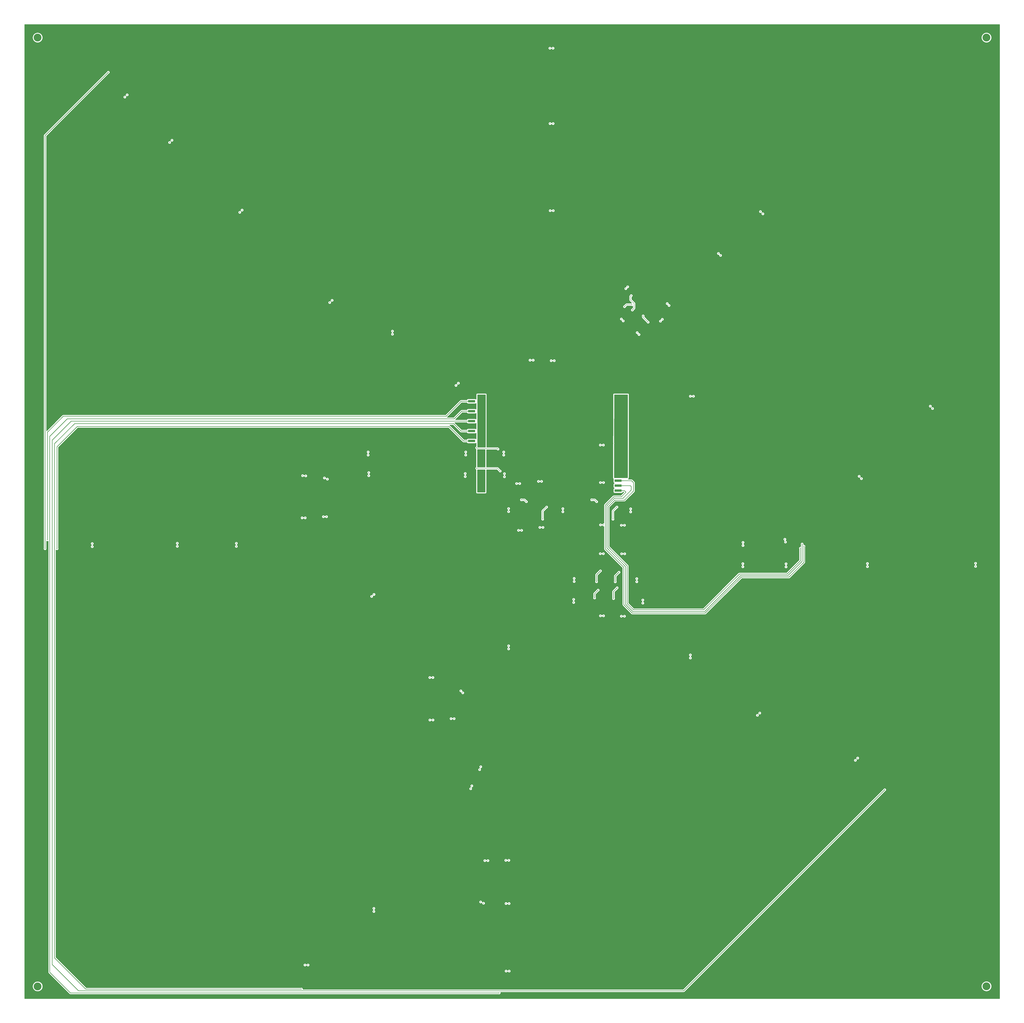
<source format=gbr>
G04 #@! TF.GenerationSoftware,KiCad,Pcbnew,(5.1.9)-1*
G04 #@! TF.CreationDate,2021-12-06T10:38:50-05:00*
G04 #@! TF.ProjectId,500x500-dc-metro-map-dev,35303078-3530-4302-9d64-632d6d657472,rev?*
G04 #@! TF.SameCoordinates,Original*
G04 #@! TF.FileFunction,Copper,L2,Bot*
G04 #@! TF.FilePolarity,Positive*
%FSLAX46Y46*%
G04 Gerber Fmt 4.6, Leading zero omitted, Abs format (unit mm)*
G04 Created by KiCad (PCBNEW (5.1.9)-1) date 2021-12-06 10:38:50*
%MOMM*%
%LPD*%
G01*
G04 APERTURE LIST*
G04 #@! TA.AperFunction,ComponentPad*
%ADD10C,4.000000*%
G04 #@! TD*
G04 #@! TA.AperFunction,SMDPad,CuDef*
%ADD11R,3.680000X1.270000*%
G04 #@! TD*
G04 #@! TA.AperFunction,ViaPad*
%ADD12C,0.399796*%
G04 #@! TD*
G04 #@! TA.AperFunction,Conductor*
%ADD13C,0.203200*%
G04 #@! TD*
G04 #@! TA.AperFunction,Conductor*
%ADD14C,0.254000*%
G04 #@! TD*
G04 #@! TA.AperFunction,Conductor*
%ADD15C,0.100000*%
G04 #@! TD*
G04 #@! TA.AperFunction,Conductor*
%ADD16C,0.381000*%
G04 #@! TD*
G04 APERTURE END LIST*
D10*
G04 #@! TO.P,REF\u002A\u002A,1*
G04 #@! TO.N,N/C*
X84759800Y-34747200D03*
G04 #@! TD*
D11*
G04 #@! TO.P,J1,40*
G04 #@! TO.N,GND*
X376797800Y-266547600D03*
G04 #@! TO.P,J1,39*
G04 #@! TO.N,Net-(J1-Pad39)*
X381747800Y-266547600D03*
G04 #@! TO.P,J1,38*
G04 #@! TO.N,GND*
X376797800Y-264007600D03*
G04 #@! TO.P,J1,37*
G04 #@! TO.N,Net-(J1-Pad37)*
X381747800Y-264007600D03*
G04 #@! TO.P,J1,36*
G04 #@! TO.N,GND*
X376797800Y-261467600D03*
G04 #@! TO.P,J1,35*
G04 #@! TO.N,Net-(J1-Pad35)*
X381747800Y-261467600D03*
G04 #@! TO.P,J1,34*
G04 #@! TO.N,GND*
X376797800Y-258927600D03*
G04 #@! TO.P,J1,33*
G04 #@! TO.N,+5V*
X381747800Y-258927600D03*
G04 #@! TO.P,J1,32*
G04 #@! TO.N,GND*
X376797800Y-256387600D03*
G04 #@! TO.P,J1,31*
G04 #@! TO.N,+5V*
X381747800Y-256387600D03*
G04 #@! TO.P,J1,30*
G04 #@! TO.N,GND*
X376797800Y-253847600D03*
G04 #@! TO.P,J1,29*
G04 #@! TO.N,+5V*
X381747800Y-253847600D03*
G04 #@! TO.P,J1,28*
G04 #@! TO.N,GND*
X376797800Y-251307600D03*
G04 #@! TO.P,J1,27*
G04 #@! TO.N,+5V*
X381747800Y-251307600D03*
G04 #@! TO.P,J1,26*
G04 #@! TO.N,GND*
X376797800Y-248767600D03*
G04 #@! TO.P,J1,25*
G04 #@! TO.N,+5V*
X381747800Y-248767600D03*
G04 #@! TO.P,J1,24*
G04 #@! TO.N,GND*
X376797800Y-246227600D03*
G04 #@! TO.P,J1,23*
G04 #@! TO.N,+5V*
X381747800Y-246227600D03*
G04 #@! TO.P,J1,22*
G04 #@! TO.N,GND*
X376797800Y-243687600D03*
G04 #@! TO.P,J1,21*
G04 #@! TO.N,+5V*
X381747800Y-243687600D03*
G04 #@! TO.P,J1,20*
G04 #@! TO.N,GND*
X376797800Y-241147600D03*
G04 #@! TO.P,J1,19*
G04 #@! TO.N,+5V*
X381747800Y-241147600D03*
G04 #@! TO.P,J1,18*
G04 #@! TO.N,GND*
X376797800Y-238607600D03*
G04 #@! TO.P,J1,17*
G04 #@! TO.N,+5V*
X381747800Y-238607600D03*
G04 #@! TO.P,J1,16*
G04 #@! TO.N,GND*
X376797800Y-236067600D03*
G04 #@! TO.P,J1,15*
G04 #@! TO.N,+5V*
X381747800Y-236067600D03*
G04 #@! TO.P,J1,14*
G04 #@! TO.N,GND*
X376797800Y-233527600D03*
G04 #@! TO.P,J1,13*
G04 #@! TO.N,+5V*
X381747800Y-233527600D03*
G04 #@! TO.P,J1,12*
G04 #@! TO.N,GND*
X376797800Y-230987600D03*
G04 #@! TO.P,J1,11*
G04 #@! TO.N,+5V*
X381747800Y-230987600D03*
G04 #@! TO.P,J1,10*
G04 #@! TO.N,GND*
X376797800Y-228447600D03*
G04 #@! TO.P,J1,09*
G04 #@! TO.N,+5V*
X381747800Y-228447600D03*
G04 #@! TO.P,J1,08*
G04 #@! TO.N,GND*
X376797800Y-225907600D03*
G04 #@! TO.P,J1,07*
G04 #@! TO.N,+5V*
X381747800Y-225907600D03*
G04 #@! TO.P,J1,06*
G04 #@! TO.N,GND*
X376797800Y-223367600D03*
G04 #@! TO.P,J1,05*
G04 #@! TO.N,+5V*
X381747800Y-223367600D03*
G04 #@! TO.P,J1,04*
G04 #@! TO.N,GND*
X376797800Y-220827600D03*
G04 #@! TO.P,J1,03*
G04 #@! TO.N,+5V*
X381747800Y-220827600D03*
G04 #@! TO.P,J1,02*
G04 #@! TO.N,GND*
X376797800Y-218287600D03*
G04 #@! TO.P,J1,01*
G04 #@! TO.N,+5V*
X381747800Y-218287600D03*
G04 #@! TO.P,J1,41*
X311747800Y-218287600D03*
G04 #@! TO.P,J1,76*
G04 #@! TO.N,GND*
X306797800Y-261467600D03*
G04 #@! TO.P,J1,42*
X306797800Y-218287600D03*
G04 #@! TO.P,J1,47*
G04 #@! TO.N,+5V*
X311747800Y-225907600D03*
G04 #@! TO.P,J1,57*
X311747800Y-238607600D03*
G04 #@! TO.P,J1,58*
G04 #@! TO.N,GND*
X306797800Y-238607600D03*
G04 #@! TO.P,J1,63*
G04 #@! TO.N,+5V*
X311747800Y-246227600D03*
G04 #@! TO.P,J1,68*
G04 #@! TO.N,GND*
X306797800Y-251307600D03*
G04 #@! TO.P,J1,44*
G04 #@! TO.N,Net-(J1-Pad44)*
X306797800Y-220827600D03*
G04 #@! TO.P,J1,46*
G04 #@! TO.N,GND*
X306797800Y-223367600D03*
G04 #@! TO.P,J1,45*
G04 #@! TO.N,+5V*
X311747800Y-223367600D03*
G04 #@! TO.P,J1,51*
X311747800Y-230987600D03*
G04 #@! TO.P,J1,65*
X311747800Y-248767600D03*
G04 #@! TO.P,J1,53*
X311747800Y-233527600D03*
G04 #@! TO.P,J1,66*
G04 #@! TO.N,GND*
X306797800Y-248767600D03*
G04 #@! TO.P,J1,69*
G04 #@! TO.N,+5V*
X311747800Y-253847600D03*
G04 #@! TO.P,J1,71*
X311747800Y-256387600D03*
G04 #@! TO.P,J1,52*
G04 #@! TO.N,Net-(J1-Pad52)*
X306797800Y-230987600D03*
G04 #@! TO.P,J1,75*
G04 #@! TO.N,+5V*
X311747800Y-261467600D03*
G04 #@! TO.P,J1,80*
G04 #@! TO.N,GND*
X306797800Y-266547600D03*
G04 #@! TO.P,J1,61*
G04 #@! TO.N,+5V*
X311747800Y-243687600D03*
G04 #@! TO.P,J1,50*
G04 #@! TO.N,GND*
X306797800Y-228447600D03*
G04 #@! TO.P,J1,73*
G04 #@! TO.N,+5V*
X311747800Y-258927600D03*
G04 #@! TO.P,J1,43*
X311747800Y-220827600D03*
G04 #@! TO.P,J1,64*
G04 #@! TO.N,GND*
X306797800Y-246227600D03*
G04 #@! TO.P,J1,56*
G04 #@! TO.N,Net-(J1-Pad56)*
X306797800Y-236067600D03*
G04 #@! TO.P,J1,70*
G04 #@! TO.N,GND*
X306797800Y-253847600D03*
G04 #@! TO.P,J1,79*
G04 #@! TO.N,+5V*
X311747800Y-266547600D03*
G04 #@! TO.P,J1,74*
G04 #@! TO.N,GND*
X306797800Y-258927600D03*
G04 #@! TO.P,J1,77*
G04 #@! TO.N,+5V*
X311747800Y-264007600D03*
G04 #@! TO.P,J1,62*
G04 #@! TO.N,GND*
X306797800Y-243687600D03*
G04 #@! TO.P,J1,49*
G04 #@! TO.N,+5V*
X311747800Y-228447600D03*
G04 #@! TO.P,J1,72*
G04 #@! TO.N,GND*
X306797800Y-256387600D03*
G04 #@! TO.P,J1,48*
G04 #@! TO.N,Net-(J1-Pad48)*
X306797800Y-225907600D03*
G04 #@! TO.P,J1,55*
G04 #@! TO.N,+5V*
X311747800Y-236067600D03*
G04 #@! TO.P,J1,59*
X311747800Y-241147600D03*
G04 #@! TO.P,J1,60*
G04 #@! TO.N,Net-(J1-Pad60)*
X306797800Y-241147600D03*
G04 #@! TO.P,J1,54*
G04 #@! TO.N,GND*
X306797800Y-233527600D03*
G04 #@! TO.P,J1,67*
G04 #@! TO.N,+5V*
X311747800Y-251307600D03*
G04 #@! TO.P,J1,78*
G04 #@! TO.N,GND*
X306797800Y-264007600D03*
G04 #@! TD*
D10*
G04 #@! TO.P,REF\u002A\u002A,1*
G04 #@! TO.N,N/C*
X570230000Y-34734500D03*
G04 #@! TD*
G04 #@! TO.P,REF\u002A\u002A,1*
G04 #@! TO.N,N/C*
X570230000Y-520192000D03*
G04 #@! TD*
G04 #@! TO.P,REF\u002A\u002A,1*
G04 #@! TO.N,N/C*
X84772500Y-520255500D03*
G04 #@! TD*
D12*
G04 #@! TO.N,*
X379095000Y-281152600D03*
X381127000Y-274955000D03*
X320268600Y-245287800D03*
X309397400Y-255143000D03*
X332257400Y-271246600D03*
X334797400Y-272211800D03*
X343128600Y-281152600D03*
X345160600Y-274955000D03*
X370763800Y-272211800D03*
X368223800Y-271246600D03*
X379399800Y-321792600D03*
X381228600Y-316306200D03*
X380263400Y-313207400D03*
X382193800Y-308330600D03*
X371525800Y-317474600D03*
X369697000Y-321487800D03*
X372694200Y-307619400D03*
X370713000Y-313156600D03*
X309372000Y-244652800D03*
X321411600Y-256540000D03*
X385013200Y-172415200D03*
X388823200Y-171348400D03*
X397103600Y-180340000D03*
X394563600Y-177139600D03*
X389026400Y-174142400D03*
X388467600Y-166776400D03*
G04 #@! TO.N,GND*
X467645800Y-299507800D03*
X467645800Y-297933000D03*
X445505800Y-286763000D03*
X464845400Y-286562800D03*
X445505800Y-288337800D03*
X465285800Y-287627800D03*
X445505800Y-299547800D03*
X445505800Y-297973000D03*
X318592200Y-478002600D03*
X320167000Y-478002600D03*
X318617600Y-456031600D03*
X320192400Y-456031600D03*
X290550600Y-384098800D03*
X292125400Y-384098800D03*
X296494200Y-365760000D03*
X297408600Y-366750600D03*
X387756400Y-183032400D03*
X386816600Y-182067200D03*
X403555200Y-167894000D03*
X402615400Y-166928800D03*
X399465800Y-182295800D03*
X398500600Y-183235600D03*
X412546800Y-218249500D03*
X414121600Y-218249500D03*
X450507100Y-119646700D03*
X451548500Y-120904000D03*
X366788700Y-334352900D03*
X368363500Y-334352900D03*
X379145800Y-242443000D03*
X377571000Y-242443000D03*
X343154000Y-199923400D03*
X341579200Y-199923400D03*
X324967600Y-340118700D03*
X324967600Y-341693500D03*
X318401700Y-512533900D03*
X319976500Y-512533900D03*
X418465000Y-356590600D03*
X418465000Y-358165400D03*
X564235600Y-297891200D03*
X564235600Y-299466000D03*
X521335000Y-297853100D03*
X521335000Y-299427900D03*
X502158000Y-256286000D03*
X501015000Y-255079500D03*
X538543500Y-220408500D03*
X537400500Y-219202000D03*
X450088000Y-384429000D03*
X448881500Y-385572000D03*
X500189500Y-407479500D03*
X498983000Y-408622500D03*
X308457600Y-414718500D03*
X309054500Y-413258000D03*
X428625000Y-140906500D03*
X429615600Y-141922500D03*
X379399800Y-284454600D03*
X377825000Y-284454600D03*
X388150100Y-269951200D03*
X388150100Y-271526000D03*
X361099100Y-305765200D03*
X361099100Y-307340000D03*
X356717600Y-316433200D03*
X356717600Y-318008000D03*
X366852200Y-327177400D03*
X368427000Y-327177400D03*
X379399800Y-333476600D03*
X377825000Y-333476600D03*
X392722100Y-316395100D03*
X392722100Y-317969900D03*
X397357600Y-305511200D03*
X397357600Y-307086000D03*
X377952000Y-262737600D03*
X379526800Y-262737600D03*
X347599000Y-284581600D03*
X349173800Y-284581600D03*
X254355600Y-253428500D03*
X349110300Y-263499600D03*
X238252000Y-166052500D03*
X327494900Y-271640300D03*
X336486500Y-263690100D03*
X192214500Y-120142000D03*
X304012600Y-424624500D03*
X186093100Y-289496500D03*
X327494900Y-270065500D03*
X309549800Y-215430100D03*
X342582500Y-78892400D03*
X250825000Y-324421500D03*
X157734000Y-82994500D03*
X256832100Y-475869000D03*
X186093100Y-287921700D03*
X351815400Y-270256000D03*
X254038100Y-240931700D03*
X215633300Y-509371600D03*
X332422500Y-199732900D03*
X337896200Y-263296400D03*
X351815400Y-271830800D03*
X133413500Y-60896500D03*
X155892500Y-289445700D03*
X254038100Y-242506500D03*
X156527500Y-84137500D03*
X193421000Y-118999000D03*
X155892500Y-287870900D03*
X111734600Y-289306000D03*
X254355600Y-251853700D03*
X347535500Y-263499600D03*
X217208100Y-509371600D03*
X111734600Y-287731200D03*
X341007700Y-78892400D03*
X239458500Y-164909500D03*
X310756300Y-214287100D03*
X252006100Y-323418200D03*
X304609500Y-423164000D03*
X134620000Y-59753500D03*
X256832100Y-474294200D03*
X330847700Y-199732900D03*
X266230100Y-180657500D03*
X300101000Y-242747800D03*
X383260600Y-166725600D03*
X227203000Y-259740400D03*
X317070200Y-241839400D03*
X318725000Y-252669400D03*
X214452200Y-259156200D03*
X307670200Y-455980800D03*
X281305000Y-363143800D03*
X323367400Y-252196600D03*
X318645000Y-241839400D03*
X279730200Y-363143800D03*
X323367400Y-253771400D03*
X300101000Y-241173000D03*
X226771200Y-280543000D03*
X321995800Y-242747800D03*
X215925400Y-280695400D03*
X307568600Y-474980000D03*
X266230100Y-179082700D03*
X304215800Y-253415800D03*
X342519000Y-39903400D03*
X342646000Y-123469400D03*
X382295400Y-167665400D03*
X281152600Y-384175000D03*
X321995800Y-241173000D03*
X380161800Y-175488600D03*
X225196400Y-280543000D03*
X279755600Y-384175000D03*
X306501800Y-474014800D03*
X317150200Y-252669400D03*
X309245000Y-455980800D03*
X214350600Y-280695400D03*
X304215800Y-251841000D03*
X340944200Y-39903400D03*
X216027000Y-259156200D03*
X341071200Y-123469400D03*
X379222000Y-174523400D03*
X225602800Y-259537200D03*
X377837700Y-301701200D03*
X379412500Y-301701200D03*
X337058000Y-302412400D03*
X336740500Y-296976800D03*
X338315300Y-292811200D03*
X336689700Y-285800800D03*
X336740500Y-299618400D03*
X338315300Y-302158400D03*
X338264500Y-285800800D03*
X336740500Y-294487600D03*
X338429600Y-300278800D03*
X338315300Y-296976800D03*
X338175600Y-288137600D03*
X337261200Y-291388800D03*
X338315300Y-294487600D03*
X337159600Y-289560000D03*
X366966500Y-285394400D03*
X368541300Y-285394400D03*
X366966500Y-298145200D03*
X366966500Y-295503600D03*
X366966500Y-293014400D03*
X368541300Y-290474400D03*
X368541300Y-293014400D03*
X368541300Y-287985200D03*
X366966500Y-287985200D03*
X368541300Y-300685200D03*
X368541300Y-295503600D03*
X368541300Y-298145200D03*
X366966500Y-290474400D03*
X366966500Y-300685200D03*
X481990400Y-288594800D03*
G04 #@! TO.N,Net-(J1-Pad39)*
X476808800Y-294995600D03*
G04 #@! TO.N,Net-(J1-Pad37)*
X475894400Y-293878000D03*
G04 #@! TO.N,Net-(J1-Pad35)*
X475030800Y-296011600D03*
G04 #@! TO.N,+5V*
X353466400Y-275780500D03*
X353466400Y-277355300D03*
X323215000Y-246786400D03*
X303504600Y-259359400D03*
X323570600Y-259461000D03*
X303504600Y-257784600D03*
X303758600Y-246761000D03*
X323570600Y-257886200D03*
X303758600Y-248335800D03*
X323215000Y-248361200D03*
X445636000Y-293052400D03*
X445545800Y-303943000D03*
X467365800Y-292847800D03*
X467665800Y-303993000D03*
X445636000Y-294627200D03*
X445545800Y-305517800D03*
X467665800Y-305567800D03*
X311091000Y-248716200D03*
X312665800Y-248716200D03*
X467046600Y-291439000D03*
X312665000Y-258709400D03*
X311090200Y-258709400D03*
X324383400Y-477850200D03*
X325958200Y-477850200D03*
X324256400Y-455726800D03*
X325831200Y-455726800D03*
X313563000Y-455879200D03*
X315137800Y-455879200D03*
X312877200Y-477697800D03*
X311404000Y-477037400D03*
X285445200Y-383921000D03*
X287020000Y-383921000D03*
X296265600Y-383235200D03*
X297840400Y-383235200D03*
X285394400Y-362178600D03*
X286969200Y-362178600D03*
X301269400Y-369011200D03*
X302260000Y-370027200D03*
X220065600Y-280466800D03*
X221640400Y-280466800D03*
X230962200Y-279882600D03*
X232537000Y-279882600D03*
X220319600Y-258902200D03*
X221919800Y-259003800D03*
X231470200Y-260070600D03*
X232994200Y-260680200D03*
X384352800Y-179705000D03*
X383413000Y-178739800D03*
X392430000Y-186664600D03*
X391490200Y-185699400D03*
X407797000Y-171805600D03*
X406857200Y-170840400D03*
X404368000Y-178892200D03*
X403402800Y-179832000D03*
X386638800Y-162255200D03*
X385673600Y-163195000D03*
X418706300Y-218249500D03*
X420281100Y-218249500D03*
X346976700Y-123278900D03*
X348551500Y-123278900D03*
X346849700Y-40157400D03*
X348424500Y-40157400D03*
X454571100Y-123774200D03*
X455803000Y-124904500D03*
X266293600Y-184924700D03*
X266293600Y-186499500D03*
X112687100Y-293636700D03*
X112687100Y-295211500D03*
X186410600Y-293509700D03*
X186410600Y-295084500D03*
X253847600Y-246773700D03*
X253847600Y-248348500D03*
X254165100Y-257314700D03*
X254165100Y-258889500D03*
X374205500Y-243230400D03*
X372630700Y-243230400D03*
X385051300Y-243636800D03*
X383476500Y-243636800D03*
X349059500Y-200050400D03*
X347484700Y-200050400D03*
X338264500Y-199796400D03*
X336689700Y-199796400D03*
X325729600Y-345960700D03*
X325729600Y-347535500D03*
X311467500Y-407860500D03*
X310870600Y-409321000D03*
X221538800Y-509308100D03*
X223113600Y-509308100D03*
X256768600Y-480326700D03*
X256768600Y-481901500D03*
X324434200Y-512406900D03*
X326009000Y-512406900D03*
X418719000Y-350621600D03*
X418719000Y-352196400D03*
X564616600Y-303733200D03*
X564616600Y-305308000D03*
X509308100Y-303860200D03*
X509308100Y-305435000D03*
X505079000Y-259207000D03*
X506222000Y-260413500D03*
X541464500Y-223329500D03*
X542607500Y-224536000D03*
X453009000Y-381508000D03*
X454215500Y-380365000D03*
X503110500Y-404558500D03*
X504317000Y-403415500D03*
X306298600Y-419100000D03*
X306895500Y-417639500D03*
X256832100Y-319671700D03*
X255651000Y-320675000D03*
X156210000Y-293458900D03*
X156210000Y-295033700D03*
X129349500Y-65151000D03*
X130556000Y-64008000D03*
X189357000Y-122999500D03*
X188150500Y-124142500D03*
X299999400Y-211569300D03*
X298792900Y-212712300D03*
X153479500Y-87249000D03*
X152273000Y-88392000D03*
X235394500Y-169164000D03*
X234188000Y-170307000D03*
X348488000Y-78701900D03*
X346913200Y-78701900D03*
X433044600Y-145173700D03*
X434149500Y-146177000D03*
X374256300Y-262420100D03*
X372681500Y-262420100D03*
X374319800Y-284073600D03*
X372745000Y-284073600D03*
X384987800Y-284264100D03*
X383413000Y-284264100D03*
X388150100Y-275856700D03*
X388150100Y-277431500D03*
X359257600Y-311480200D03*
X359257600Y-313055000D03*
X359003600Y-322211700D03*
X359003600Y-323786500D03*
X372694200Y-330606400D03*
X374269000Y-330606400D03*
X384987800Y-330809600D03*
X383413000Y-330809600D03*
X394373100Y-322529200D03*
X394373100Y-324104000D03*
X391299700Y-311581800D03*
X391299700Y-313156600D03*
X385114800Y-298869100D03*
X383540000Y-298869100D03*
X374192800Y-298805600D03*
X372618000Y-298805600D03*
X325716900Y-275717000D03*
X325716900Y-277291800D03*
X330771500Y-286867600D03*
X332346300Y-286867600D03*
X341718900Y-285356300D03*
X343293700Y-285356300D03*
X340995000Y-261810500D03*
X342569800Y-261810500D03*
X329819000Y-262928100D03*
X331393800Y-262928100D03*
X383476500Y-258927600D03*
X385051300Y-258927600D03*
X383476500Y-256387600D03*
X385051300Y-256387600D03*
X383476500Y-253746000D03*
X385051300Y-253746000D03*
X383476500Y-251256800D03*
X385051300Y-251256800D03*
X383476500Y-248716800D03*
X385051300Y-248716800D03*
X383476500Y-246227600D03*
X385051300Y-246227600D03*
X311155800Y-256530200D03*
X312730600Y-256530200D03*
X311105000Y-253837800D03*
X312679800Y-253837800D03*
X311105000Y-251348600D03*
X312679800Y-251348600D03*
X311105000Y-246268600D03*
X312679800Y-246268600D03*
X311105000Y-243728600D03*
X312679800Y-243728600D03*
X311105000Y-241188600D03*
X312679800Y-241188600D03*
G04 #@! TO.N,Net-(J1-Pad44)*
X89712800Y-291693600D03*
G04 #@! TO.N,Net-(J1-Pad52)*
X518160000Y-419633400D03*
G04 #@! TO.N,Net-(J1-Pad56)*
X219710000Y-521614400D03*
G04 #@! TO.N,Net-(J1-Pad48)*
X320903602Y-523595600D03*
G04 #@! TO.N,Net-(J1-Pad60)*
X120904000Y-52476400D03*
X88544400Y-296265600D03*
X94691200Y-296265600D03*
G04 #@! TD*
D13*
G04 #@! TO.N,*
X381127000Y-274955000D02*
X379095000Y-276987000D01*
X379095000Y-276987000D02*
X379095000Y-281152600D01*
X333832200Y-271246600D02*
X334797400Y-272211800D01*
X332257400Y-271246600D02*
X333832200Y-271246600D01*
X343128600Y-276987000D02*
X343128600Y-281152600D01*
X345160600Y-274955000D02*
X343128600Y-276987000D01*
X369798600Y-271246600D02*
X370763800Y-272211800D01*
X368223800Y-271246600D02*
X369798600Y-271246600D01*
D14*
X379399800Y-318135000D02*
X379399800Y-321792600D01*
X381228600Y-316306200D02*
X379399800Y-318135000D01*
X380263400Y-310261000D02*
X380263400Y-313207400D01*
X382193800Y-308330600D02*
X380263400Y-310261000D01*
X371525800Y-317474600D02*
X369697000Y-319303400D01*
X369697000Y-319303400D02*
X369697000Y-321487800D01*
X372694200Y-307619400D02*
X370713000Y-309600600D01*
X370713000Y-309600600D02*
X370713000Y-313156600D01*
D13*
X309676800Y-244957600D02*
X309372000Y-244652800D01*
X319938400Y-244957600D02*
X309676800Y-244957600D01*
X320268600Y-245287800D02*
X319938400Y-244957600D01*
X320014600Y-255143000D02*
X321411600Y-256540000D01*
X309397400Y-255143000D02*
X320014600Y-255143000D01*
X386080000Y-171348400D02*
X388823200Y-171348400D01*
X385013200Y-172415200D02*
X386080000Y-171348400D01*
X394563600Y-177800000D02*
X394563600Y-177139600D01*
X397103600Y-180340000D02*
X394563600Y-177800000D01*
X389026400Y-174142400D02*
X389940800Y-173228000D01*
X389940800Y-173228000D02*
X389940800Y-170789600D01*
X389940800Y-170789600D02*
X388061200Y-168910000D01*
X388061200Y-167182800D02*
X388061200Y-168859200D01*
X388467600Y-166776400D02*
X388061200Y-167182800D01*
D14*
G04 #@! TO.N,Net-(J1-Pad39)*
X384657600Y-324916800D02*
X384657600Y-305866800D01*
X383438400Y-269646400D02*
X385749800Y-267335000D01*
X476808800Y-303174400D02*
X469239600Y-310743600D01*
X444804800Y-310743600D02*
X426313600Y-329234800D01*
X469239600Y-310743600D02*
X444804800Y-310743600D01*
X384962400Y-266547600D02*
X381747800Y-266547600D01*
X388975600Y-329234800D02*
X384657600Y-324916800D01*
X384657600Y-305866800D02*
X375208800Y-296418000D01*
X476808800Y-294995600D02*
X476808800Y-303174400D01*
X375208800Y-296418000D02*
X375208800Y-273964400D01*
X375208800Y-273964400D02*
X379526800Y-269646400D01*
X379526800Y-269646400D02*
X383438400Y-269646400D01*
X426313600Y-329234800D02*
X388975600Y-329234800D01*
X385749800Y-267335000D02*
X384962400Y-266547600D01*
G04 #@! TO.N,Net-(J1-Pad37)*
X381747800Y-264007600D02*
X388061200Y-264007600D01*
X388061200Y-264007600D02*
X388467600Y-264414000D01*
X388467600Y-264414000D02*
X388467600Y-266242800D01*
X388467600Y-266242800D02*
X384200400Y-270510000D01*
X384200400Y-270510000D02*
X379780800Y-270510000D01*
X379780800Y-270510000D02*
X376021600Y-274269200D01*
X376021600Y-274269200D02*
X375970800Y-274320000D01*
X375970800Y-274320000D02*
X375970800Y-295859200D01*
X375970800Y-295859200D02*
X385572000Y-305460400D01*
X385572000Y-305460400D02*
X385572000Y-324713600D01*
X385572000Y-324713600D02*
X389178800Y-328320400D01*
X389178800Y-328320400D02*
X426161200Y-328320400D01*
X426161200Y-328320400D02*
X444500000Y-309981600D01*
X444500000Y-309981600D02*
X468630000Y-309981600D01*
X475894400Y-302717200D02*
X475894400Y-293878000D01*
X468630000Y-309981600D02*
X475894400Y-302717200D01*
G04 #@! TO.N,Net-(J1-Pad35)*
X388620000Y-261467600D02*
X381747800Y-261467600D01*
X389636000Y-262483600D02*
X388620000Y-261467600D01*
X475030800Y-296011600D02*
X475030800Y-302361600D01*
X475030800Y-302361600D02*
X468172800Y-309219600D01*
X443788800Y-309219600D02*
X425551600Y-327456800D01*
X376732800Y-295351200D02*
X376732800Y-274726400D01*
X468172800Y-309219600D02*
X443788800Y-309219600D01*
X386435600Y-305054000D02*
X376732800Y-295351200D01*
X425551600Y-327456800D02*
X389534400Y-327456800D01*
X389534400Y-327456800D02*
X386435600Y-324358000D01*
X384962400Y-271424400D02*
X389636000Y-266750800D01*
X386435600Y-324358000D02*
X386435600Y-305054000D01*
X380034800Y-271424400D02*
X384962400Y-271424400D01*
X376732800Y-274726400D02*
X380034800Y-271424400D01*
X389636000Y-266750800D02*
X389636000Y-262483600D01*
G04 #@! TO.N,Net-(J1-Pad44)*
X97891600Y-228447600D02*
X89712800Y-236626400D01*
X89712800Y-236626400D02*
X89712800Y-291693600D01*
X293827200Y-228447600D02*
X97891600Y-228447600D01*
X301447200Y-220827600D02*
X293827200Y-228447600D01*
X306797800Y-220827600D02*
X301447200Y-220827600D01*
G04 #@! TO.N,Net-(J1-Pad52)*
X517960103Y-419833297D02*
X518160000Y-419633400D01*
X306797800Y-230987600D02*
X101904800Y-230987600D01*
X101904800Y-230987600D02*
X92202000Y-240690400D01*
X92202000Y-240690400D02*
X92202000Y-509016000D01*
X92202000Y-509016000D02*
X105664000Y-522478000D01*
X105664000Y-522478000D02*
X415315400Y-522478000D01*
X415315400Y-522478000D02*
X517960103Y-419833297D01*
G04 #@! TO.N,Net-(J1-Pad56)*
X109372400Y-521614400D02*
X219710000Y-521614400D01*
X93421200Y-505663200D02*
X109372400Y-521614400D01*
X93421200Y-242519200D02*
X93421200Y-505663200D01*
X103682800Y-232257600D02*
X93421200Y-242519200D01*
X297586400Y-232257600D02*
X103682800Y-232257600D01*
X301396400Y-236067600D02*
X297586400Y-232257600D01*
X306797800Y-236067600D02*
X301396400Y-236067600D01*
G04 #@! TO.N,Net-(J1-Pad48)*
X90932000Y-513029200D02*
X101498400Y-523595600D01*
X90932000Y-238760000D02*
X90932000Y-513029200D01*
X101498400Y-523595600D02*
X320852800Y-523595600D01*
X99923600Y-229768400D02*
X90932000Y-238760000D01*
X297891200Y-229768400D02*
X99923600Y-229768400D01*
X301752000Y-225907600D02*
X297891200Y-229768400D01*
X306797800Y-225907600D02*
X301752000Y-225907600D01*
G04 #@! TO.N,Net-(J1-Pad60)*
X88544400Y-84836000D02*
X88544400Y-296265600D01*
X120904000Y-52476400D02*
X88544400Y-84836000D01*
X302666400Y-241147600D02*
X306797800Y-241147600D01*
X295198800Y-233680000D02*
X302666400Y-241147600D01*
X105105200Y-233680000D02*
X295198800Y-233680000D01*
X94691200Y-244094000D02*
X105105200Y-233680000D01*
X94691200Y-296214804D02*
X94691200Y-244094000D01*
X94741996Y-296265600D02*
X94691200Y-296214804D01*
G04 #@! TD*
G04 #@! TO.N,+5V*
X386562751Y-259969000D02*
X379806351Y-259969000D01*
X379826948Y-242647205D01*
X379853698Y-242512722D01*
X379853698Y-242373278D01*
X379827430Y-242241222D01*
X379856849Y-217500200D01*
X386613249Y-217500200D01*
X386562751Y-259969000D01*
G04 #@! TA.AperFunction,Conductor*
D15*
G36*
X386562751Y-259969000D02*
G01*
X379806351Y-259969000D01*
X379826948Y-242647205D01*
X379853698Y-242512722D01*
X379853698Y-242373278D01*
X379827430Y-242241222D01*
X379856849Y-217500200D01*
X386613249Y-217500200D01*
X386562751Y-259969000D01*
G37*
G04 #@! TD.AperFunction*
G04 #@! TD*
D14*
G04 #@! TO.N,+5V*
X313715400Y-254431800D02*
X309803800Y-254431800D01*
X309803800Y-245592600D01*
X313715400Y-245592600D01*
X313715400Y-254431800D01*
G04 #@! TA.AperFunction,Conductor*
D15*
G36*
X313715400Y-254431800D02*
G01*
X309803800Y-254431800D01*
X309803800Y-245592600D01*
X313715400Y-245592600D01*
X313715400Y-254431800D01*
G37*
G04 #@! TD.AperFunction*
G04 #@! TD*
D14*
G04 #@! TO.N,+5V*
X313817000Y-244271800D02*
X309968805Y-244271800D01*
X309921860Y-244201541D01*
X309854600Y-244134281D01*
X309854600Y-217500200D01*
X313817000Y-217500200D01*
X313817000Y-244271800D01*
G04 #@! TA.AperFunction,Conductor*
D15*
G36*
X313817000Y-244271800D02*
G01*
X309968805Y-244271800D01*
X309921860Y-244201541D01*
X309854600Y-244134281D01*
X309854600Y-217500200D01*
X313817000Y-217500200D01*
X313817000Y-244271800D01*
G37*
G04 #@! TD.AperFunction*
G04 #@! TD*
D14*
G04 #@! TO.N,+5V*
X313715400Y-267335000D02*
X309753000Y-267335000D01*
X309753000Y-255854200D01*
X313715400Y-255854200D01*
X313715400Y-267335000D01*
G04 #@! TA.AperFunction,Conductor*
D15*
G36*
X313715400Y-267335000D02*
G01*
X309753000Y-267335000D01*
X309753000Y-255854200D01*
X313715400Y-255854200D01*
X313715400Y-267335000D01*
G37*
G04 #@! TD.AperFunction*
G04 #@! TD*
D16*
G04 #@! TO.N,GND*
X576795900Y-526351500D02*
X78193500Y-526351500D01*
X78193500Y-519989721D01*
X82074000Y-519989721D01*
X82074000Y-520521279D01*
X82177702Y-521042623D01*
X82381120Y-521533719D01*
X82676438Y-521975694D01*
X83052306Y-522351562D01*
X83494281Y-522646880D01*
X83985377Y-522850298D01*
X84506721Y-522954000D01*
X85038279Y-522954000D01*
X85559623Y-522850298D01*
X86050719Y-522646880D01*
X86492694Y-522351562D01*
X86868562Y-521975694D01*
X87163880Y-521533719D01*
X87367298Y-521042623D01*
X87471000Y-520521279D01*
X87471000Y-519989721D01*
X87367298Y-519468377D01*
X87163880Y-518977281D01*
X86868562Y-518535306D01*
X86492694Y-518159438D01*
X86050719Y-517864120D01*
X85559623Y-517660702D01*
X85038279Y-517557000D01*
X84506721Y-517557000D01*
X83985377Y-517660702D01*
X83494281Y-517864120D01*
X83052306Y-518159438D01*
X82676438Y-518535306D01*
X82381120Y-518977281D01*
X82177702Y-519468377D01*
X82074000Y-519989721D01*
X78193500Y-519989721D01*
X78193500Y-296177116D01*
X87646002Y-296177116D01*
X87646002Y-296354084D01*
X87680527Y-296527653D01*
X87748250Y-296691151D01*
X87846569Y-296838295D01*
X87971705Y-296963431D01*
X88118849Y-297061750D01*
X88282347Y-297129473D01*
X88455916Y-297163998D01*
X88632884Y-297163998D01*
X88806453Y-297129473D01*
X88969951Y-297061750D01*
X89117095Y-296963431D01*
X89242231Y-296838295D01*
X89340550Y-296691151D01*
X89408273Y-296527653D01*
X89442798Y-296354084D01*
X89442798Y-296177116D01*
X89408273Y-296003547D01*
X89369900Y-295910906D01*
X89369900Y-292523985D01*
X89450747Y-292557473D01*
X89624316Y-292591998D01*
X89801284Y-292591998D01*
X89974853Y-292557473D01*
X90106500Y-292502943D01*
X90106501Y-512988639D01*
X90102506Y-513029200D01*
X90118445Y-513191026D01*
X90165647Y-513346633D01*
X90242301Y-513490042D01*
X90303863Y-513565054D01*
X90345460Y-513615741D01*
X90376961Y-513641593D01*
X100886007Y-524150640D01*
X100911859Y-524182141D01*
X100975996Y-524234777D01*
X101037557Y-524285299D01*
X101180966Y-524361953D01*
X101336574Y-524409156D01*
X101457847Y-524421100D01*
X101457849Y-524421100D01*
X101498399Y-524425094D01*
X101538950Y-524421100D01*
X320548908Y-524421100D01*
X320641549Y-524459473D01*
X320815118Y-524493998D01*
X320992086Y-524493998D01*
X321165655Y-524459473D01*
X321329153Y-524391750D01*
X321476297Y-524293431D01*
X321601433Y-524168295D01*
X321699752Y-524021151D01*
X321767475Y-523857653D01*
X321802000Y-523684084D01*
X321802000Y-523507116D01*
X321767475Y-523333547D01*
X321755029Y-523303500D01*
X415274850Y-523303500D01*
X415315400Y-523307494D01*
X415355950Y-523303500D01*
X415355953Y-523303500D01*
X415477226Y-523291556D01*
X415632834Y-523244353D01*
X415776242Y-523167699D01*
X415901941Y-523064541D01*
X415927798Y-523033034D01*
X419034611Y-519926221D01*
X567531500Y-519926221D01*
X567531500Y-520457779D01*
X567635202Y-520979123D01*
X567838620Y-521470219D01*
X568133938Y-521912194D01*
X568509806Y-522288062D01*
X568951781Y-522583380D01*
X569442877Y-522786798D01*
X569964221Y-522890500D01*
X570495779Y-522890500D01*
X571017123Y-522786798D01*
X571508219Y-522583380D01*
X571950194Y-522288062D01*
X572326062Y-521912194D01*
X572621380Y-521470219D01*
X572824798Y-520979123D01*
X572928500Y-520457779D01*
X572928500Y-519926221D01*
X572824798Y-519404877D01*
X572621380Y-518913781D01*
X572326062Y-518471806D01*
X571950194Y-518095938D01*
X571508219Y-517800620D01*
X571017123Y-517597202D01*
X570495779Y-517493500D01*
X569964221Y-517493500D01*
X569442877Y-517597202D01*
X568951781Y-517800620D01*
X568509806Y-518095938D01*
X568133938Y-518471806D01*
X567838620Y-518913781D01*
X567635202Y-519404877D01*
X567531500Y-519926221D01*
X419034611Y-519926221D01*
X518492910Y-420467923D01*
X518585551Y-420429550D01*
X518732695Y-420331231D01*
X518857831Y-420206095D01*
X518956150Y-420058951D01*
X519023873Y-419895453D01*
X519058398Y-419721884D01*
X519058398Y-419544916D01*
X519023873Y-419371347D01*
X518956150Y-419207849D01*
X518857831Y-419060705D01*
X518732695Y-418935569D01*
X518585551Y-418837250D01*
X518422053Y-418769527D01*
X518248484Y-418735002D01*
X518071516Y-418735002D01*
X517897947Y-418769527D01*
X517734449Y-418837250D01*
X517587305Y-418935569D01*
X517462169Y-419060705D01*
X517363850Y-419207849D01*
X517325477Y-419300490D01*
X414973468Y-521652500D01*
X220608398Y-521652500D01*
X220608398Y-521525916D01*
X220573873Y-521352347D01*
X220506150Y-521188849D01*
X220407831Y-521041705D01*
X220282695Y-520916569D01*
X220135551Y-520818250D01*
X219972053Y-520750527D01*
X219798484Y-520716002D01*
X219621516Y-520716002D01*
X219447947Y-520750527D01*
X219355306Y-520788900D01*
X109714333Y-520788900D01*
X101243849Y-512318416D01*
X323535802Y-512318416D01*
X323535802Y-512495384D01*
X323570327Y-512668953D01*
X323638050Y-512832451D01*
X323736369Y-512979595D01*
X323861505Y-513104731D01*
X324008649Y-513203050D01*
X324172147Y-513270773D01*
X324345716Y-513305298D01*
X324522684Y-513305298D01*
X324696253Y-513270773D01*
X324859751Y-513203050D01*
X325006895Y-513104731D01*
X325132031Y-512979595D01*
X325221600Y-512845546D01*
X325311169Y-512979595D01*
X325436305Y-513104731D01*
X325583449Y-513203050D01*
X325746947Y-513270773D01*
X325920516Y-513305298D01*
X326097484Y-513305298D01*
X326271053Y-513270773D01*
X326434551Y-513203050D01*
X326581695Y-513104731D01*
X326706831Y-512979595D01*
X326805150Y-512832451D01*
X326872873Y-512668953D01*
X326907398Y-512495384D01*
X326907398Y-512318416D01*
X326872873Y-512144847D01*
X326805150Y-511981349D01*
X326706831Y-511834205D01*
X326581695Y-511709069D01*
X326434551Y-511610750D01*
X326271053Y-511543027D01*
X326097484Y-511508502D01*
X325920516Y-511508502D01*
X325746947Y-511543027D01*
X325583449Y-511610750D01*
X325436305Y-511709069D01*
X325311169Y-511834205D01*
X325221600Y-511968254D01*
X325132031Y-511834205D01*
X325006895Y-511709069D01*
X324859751Y-511610750D01*
X324696253Y-511543027D01*
X324522684Y-511508502D01*
X324345716Y-511508502D01*
X324172147Y-511543027D01*
X324008649Y-511610750D01*
X323861505Y-511709069D01*
X323736369Y-511834205D01*
X323638050Y-511981349D01*
X323570327Y-512144847D01*
X323535802Y-512318416D01*
X101243849Y-512318416D01*
X98145049Y-509219616D01*
X220640402Y-509219616D01*
X220640402Y-509396584D01*
X220674927Y-509570153D01*
X220742650Y-509733651D01*
X220840969Y-509880795D01*
X220966105Y-510005931D01*
X221113249Y-510104250D01*
X221276747Y-510171973D01*
X221450316Y-510206498D01*
X221627284Y-510206498D01*
X221800853Y-510171973D01*
X221964351Y-510104250D01*
X222111495Y-510005931D01*
X222236631Y-509880795D01*
X222326200Y-509746746D01*
X222415769Y-509880795D01*
X222540905Y-510005931D01*
X222688049Y-510104250D01*
X222851547Y-510171973D01*
X223025116Y-510206498D01*
X223202084Y-510206498D01*
X223375653Y-510171973D01*
X223539151Y-510104250D01*
X223686295Y-510005931D01*
X223811431Y-509880795D01*
X223909750Y-509733651D01*
X223977473Y-509570153D01*
X224011998Y-509396584D01*
X224011998Y-509219616D01*
X223977473Y-509046047D01*
X223909750Y-508882549D01*
X223811431Y-508735405D01*
X223686295Y-508610269D01*
X223539151Y-508511950D01*
X223375653Y-508444227D01*
X223202084Y-508409702D01*
X223025116Y-508409702D01*
X222851547Y-508444227D01*
X222688049Y-508511950D01*
X222540905Y-508610269D01*
X222415769Y-508735405D01*
X222326200Y-508869454D01*
X222236631Y-508735405D01*
X222111495Y-508610269D01*
X221964351Y-508511950D01*
X221800853Y-508444227D01*
X221627284Y-508409702D01*
X221450316Y-508409702D01*
X221276747Y-508444227D01*
X221113249Y-508511950D01*
X220966105Y-508610269D01*
X220840969Y-508735405D01*
X220742650Y-508882549D01*
X220674927Y-509046047D01*
X220640402Y-509219616D01*
X98145049Y-509219616D01*
X94246700Y-505321268D01*
X94246700Y-480238216D01*
X255870202Y-480238216D01*
X255870202Y-480415184D01*
X255904727Y-480588753D01*
X255972450Y-480752251D01*
X256070769Y-480899395D01*
X256195905Y-481024531D01*
X256329954Y-481114100D01*
X256195905Y-481203669D01*
X256070769Y-481328805D01*
X255972450Y-481475949D01*
X255904727Y-481639447D01*
X255870202Y-481813016D01*
X255870202Y-481989984D01*
X255904727Y-482163553D01*
X255972450Y-482327051D01*
X256070769Y-482474195D01*
X256195905Y-482599331D01*
X256343049Y-482697650D01*
X256506547Y-482765373D01*
X256680116Y-482799898D01*
X256857084Y-482799898D01*
X257030653Y-482765373D01*
X257194151Y-482697650D01*
X257341295Y-482599331D01*
X257466431Y-482474195D01*
X257564750Y-482327051D01*
X257632473Y-482163553D01*
X257666998Y-481989984D01*
X257666998Y-481813016D01*
X257632473Y-481639447D01*
X257564750Y-481475949D01*
X257466431Y-481328805D01*
X257341295Y-481203669D01*
X257207246Y-481114100D01*
X257341295Y-481024531D01*
X257466431Y-480899395D01*
X257564750Y-480752251D01*
X257632473Y-480588753D01*
X257666998Y-480415184D01*
X257666998Y-480238216D01*
X257632473Y-480064647D01*
X257564750Y-479901149D01*
X257466431Y-479754005D01*
X257341295Y-479628869D01*
X257194151Y-479530550D01*
X257030653Y-479462827D01*
X256857084Y-479428302D01*
X256680116Y-479428302D01*
X256506547Y-479462827D01*
X256343049Y-479530550D01*
X256195905Y-479628869D01*
X256070769Y-479754005D01*
X255972450Y-479901149D01*
X255904727Y-480064647D01*
X255870202Y-480238216D01*
X94246700Y-480238216D01*
X94246700Y-476948916D01*
X310505602Y-476948916D01*
X310505602Y-477125884D01*
X310540127Y-477299453D01*
X310607850Y-477462951D01*
X310706169Y-477610095D01*
X310831305Y-477735231D01*
X310978449Y-477833550D01*
X311141947Y-477901273D01*
X311315516Y-477935798D01*
X311492484Y-477935798D01*
X311666053Y-477901273D01*
X311829551Y-477833550D01*
X311976695Y-477735231D01*
X311978802Y-477733124D01*
X311978802Y-477786284D01*
X312013327Y-477959853D01*
X312081050Y-478123351D01*
X312179369Y-478270495D01*
X312304505Y-478395631D01*
X312451649Y-478493950D01*
X312615147Y-478561673D01*
X312788716Y-478596198D01*
X312965684Y-478596198D01*
X313139253Y-478561673D01*
X313302751Y-478493950D01*
X313449895Y-478395631D01*
X313575031Y-478270495D01*
X313673350Y-478123351D01*
X313741073Y-477959853D01*
X313775598Y-477786284D01*
X313775598Y-477761716D01*
X323485002Y-477761716D01*
X323485002Y-477938684D01*
X323519527Y-478112253D01*
X323587250Y-478275751D01*
X323685569Y-478422895D01*
X323810705Y-478548031D01*
X323957849Y-478646350D01*
X324121347Y-478714073D01*
X324294916Y-478748598D01*
X324471884Y-478748598D01*
X324645453Y-478714073D01*
X324808951Y-478646350D01*
X324956095Y-478548031D01*
X325081231Y-478422895D01*
X325170800Y-478288846D01*
X325260369Y-478422895D01*
X325385505Y-478548031D01*
X325532649Y-478646350D01*
X325696147Y-478714073D01*
X325869716Y-478748598D01*
X326046684Y-478748598D01*
X326220253Y-478714073D01*
X326383751Y-478646350D01*
X326530895Y-478548031D01*
X326656031Y-478422895D01*
X326754350Y-478275751D01*
X326822073Y-478112253D01*
X326856598Y-477938684D01*
X326856598Y-477761716D01*
X326822073Y-477588147D01*
X326754350Y-477424649D01*
X326656031Y-477277505D01*
X326530895Y-477152369D01*
X326383751Y-477054050D01*
X326220253Y-476986327D01*
X326046684Y-476951802D01*
X325869716Y-476951802D01*
X325696147Y-476986327D01*
X325532649Y-477054050D01*
X325385505Y-477152369D01*
X325260369Y-477277505D01*
X325170800Y-477411554D01*
X325081231Y-477277505D01*
X324956095Y-477152369D01*
X324808951Y-477054050D01*
X324645453Y-476986327D01*
X324471884Y-476951802D01*
X324294916Y-476951802D01*
X324121347Y-476986327D01*
X323957849Y-477054050D01*
X323810705Y-477152369D01*
X323685569Y-477277505D01*
X323587250Y-477424649D01*
X323519527Y-477588147D01*
X323485002Y-477761716D01*
X313775598Y-477761716D01*
X313775598Y-477609316D01*
X313741073Y-477435747D01*
X313673350Y-477272249D01*
X313575031Y-477125105D01*
X313449895Y-476999969D01*
X313302751Y-476901650D01*
X313139253Y-476833927D01*
X312965684Y-476799402D01*
X312788716Y-476799402D01*
X312615147Y-476833927D01*
X312451649Y-476901650D01*
X312304505Y-476999969D01*
X312302398Y-477002076D01*
X312302398Y-476948916D01*
X312267873Y-476775347D01*
X312200150Y-476611849D01*
X312101831Y-476464705D01*
X311976695Y-476339569D01*
X311829551Y-476241250D01*
X311666053Y-476173527D01*
X311492484Y-476139002D01*
X311315516Y-476139002D01*
X311141947Y-476173527D01*
X310978449Y-476241250D01*
X310831305Y-476339569D01*
X310706169Y-476464705D01*
X310607850Y-476611849D01*
X310540127Y-476775347D01*
X310505602Y-476948916D01*
X94246700Y-476948916D01*
X94246700Y-455790716D01*
X312664602Y-455790716D01*
X312664602Y-455967684D01*
X312699127Y-456141253D01*
X312766850Y-456304751D01*
X312865169Y-456451895D01*
X312990305Y-456577031D01*
X313137449Y-456675350D01*
X313300947Y-456743073D01*
X313474516Y-456777598D01*
X313651484Y-456777598D01*
X313825053Y-456743073D01*
X313988551Y-456675350D01*
X314135695Y-456577031D01*
X314260831Y-456451895D01*
X314350400Y-456317846D01*
X314439969Y-456451895D01*
X314565105Y-456577031D01*
X314712249Y-456675350D01*
X314875747Y-456743073D01*
X315049316Y-456777598D01*
X315226284Y-456777598D01*
X315399853Y-456743073D01*
X315563351Y-456675350D01*
X315710495Y-456577031D01*
X315835631Y-456451895D01*
X315933950Y-456304751D01*
X316001673Y-456141253D01*
X316036198Y-455967684D01*
X316036198Y-455790716D01*
X316005884Y-455638316D01*
X323358002Y-455638316D01*
X323358002Y-455815284D01*
X323392527Y-455988853D01*
X323460250Y-456152351D01*
X323558569Y-456299495D01*
X323683705Y-456424631D01*
X323830849Y-456522950D01*
X323994347Y-456590673D01*
X324167916Y-456625198D01*
X324344884Y-456625198D01*
X324518453Y-456590673D01*
X324681951Y-456522950D01*
X324829095Y-456424631D01*
X324954231Y-456299495D01*
X325043800Y-456165446D01*
X325133369Y-456299495D01*
X325258505Y-456424631D01*
X325405649Y-456522950D01*
X325569147Y-456590673D01*
X325742716Y-456625198D01*
X325919684Y-456625198D01*
X326093253Y-456590673D01*
X326256751Y-456522950D01*
X326403895Y-456424631D01*
X326529031Y-456299495D01*
X326627350Y-456152351D01*
X326695073Y-455988853D01*
X326729598Y-455815284D01*
X326729598Y-455638316D01*
X326695073Y-455464747D01*
X326627350Y-455301249D01*
X326529031Y-455154105D01*
X326403895Y-455028969D01*
X326256751Y-454930650D01*
X326093253Y-454862927D01*
X325919684Y-454828402D01*
X325742716Y-454828402D01*
X325569147Y-454862927D01*
X325405649Y-454930650D01*
X325258505Y-455028969D01*
X325133369Y-455154105D01*
X325043800Y-455288154D01*
X324954231Y-455154105D01*
X324829095Y-455028969D01*
X324681951Y-454930650D01*
X324518453Y-454862927D01*
X324344884Y-454828402D01*
X324167916Y-454828402D01*
X323994347Y-454862927D01*
X323830849Y-454930650D01*
X323683705Y-455028969D01*
X323558569Y-455154105D01*
X323460250Y-455301249D01*
X323392527Y-455464747D01*
X323358002Y-455638316D01*
X316005884Y-455638316D01*
X316001673Y-455617147D01*
X315933950Y-455453649D01*
X315835631Y-455306505D01*
X315710495Y-455181369D01*
X315563351Y-455083050D01*
X315399853Y-455015327D01*
X315226284Y-454980802D01*
X315049316Y-454980802D01*
X314875747Y-455015327D01*
X314712249Y-455083050D01*
X314565105Y-455181369D01*
X314439969Y-455306505D01*
X314350400Y-455440554D01*
X314260831Y-455306505D01*
X314135695Y-455181369D01*
X313988551Y-455083050D01*
X313825053Y-455015327D01*
X313651484Y-454980802D01*
X313474516Y-454980802D01*
X313300947Y-455015327D01*
X313137449Y-455083050D01*
X312990305Y-455181369D01*
X312865169Y-455306505D01*
X312766850Y-455453649D01*
X312699127Y-455617147D01*
X312664602Y-455790716D01*
X94246700Y-455790716D01*
X94246700Y-419011516D01*
X305400202Y-419011516D01*
X305400202Y-419188484D01*
X305434727Y-419362053D01*
X305502450Y-419525551D01*
X305600769Y-419672695D01*
X305725905Y-419797831D01*
X305873049Y-419896150D01*
X306036547Y-419963873D01*
X306210116Y-419998398D01*
X306387084Y-419998398D01*
X306560653Y-419963873D01*
X306724151Y-419896150D01*
X306871295Y-419797831D01*
X306996431Y-419672695D01*
X307094750Y-419525551D01*
X307162473Y-419362053D01*
X307196998Y-419188484D01*
X307196998Y-419011516D01*
X307162473Y-418837947D01*
X307094750Y-418674449D01*
X307001218Y-418534470D01*
X307157553Y-418503373D01*
X307321051Y-418435650D01*
X307468195Y-418337331D01*
X307593331Y-418212195D01*
X307691650Y-418065051D01*
X307759373Y-417901553D01*
X307793898Y-417727984D01*
X307793898Y-417551016D01*
X307759373Y-417377447D01*
X307691650Y-417213949D01*
X307593331Y-417066805D01*
X307468195Y-416941669D01*
X307321051Y-416843350D01*
X307157553Y-416775627D01*
X306983984Y-416741102D01*
X306807016Y-416741102D01*
X306633447Y-416775627D01*
X306469949Y-416843350D01*
X306322805Y-416941669D01*
X306197669Y-417066805D01*
X306099350Y-417213949D01*
X306031627Y-417377447D01*
X305997102Y-417551016D01*
X305997102Y-417727984D01*
X306031627Y-417901553D01*
X306099350Y-418065051D01*
X306192882Y-418205030D01*
X306036547Y-418236127D01*
X305873049Y-418303850D01*
X305725905Y-418402169D01*
X305600769Y-418527305D01*
X305502450Y-418674449D01*
X305434727Y-418837947D01*
X305400202Y-419011516D01*
X94246700Y-419011516D01*
X94246700Y-409232516D01*
X309972202Y-409232516D01*
X309972202Y-409409484D01*
X310006727Y-409583053D01*
X310074450Y-409746551D01*
X310172769Y-409893695D01*
X310297905Y-410018831D01*
X310445049Y-410117150D01*
X310608547Y-410184873D01*
X310782116Y-410219398D01*
X310959084Y-410219398D01*
X311132653Y-410184873D01*
X311296151Y-410117150D01*
X311443295Y-410018831D01*
X311568431Y-409893695D01*
X311666750Y-409746551D01*
X311734473Y-409583053D01*
X311768998Y-409409484D01*
X311768998Y-409232516D01*
X311734473Y-409058947D01*
X311666750Y-408895449D01*
X311573218Y-408755470D01*
X311729553Y-408724373D01*
X311893051Y-408656650D01*
X312040195Y-408558331D01*
X312165331Y-408433195D01*
X312263650Y-408286051D01*
X312331373Y-408122553D01*
X312365898Y-407948984D01*
X312365898Y-407772016D01*
X312331373Y-407598447D01*
X312263650Y-407434949D01*
X312165331Y-407287805D01*
X312040195Y-407162669D01*
X311893051Y-407064350D01*
X311729553Y-406996627D01*
X311555984Y-406962102D01*
X311379016Y-406962102D01*
X311205447Y-406996627D01*
X311041949Y-407064350D01*
X310894805Y-407162669D01*
X310769669Y-407287805D01*
X310671350Y-407434949D01*
X310603627Y-407598447D01*
X310569102Y-407772016D01*
X310569102Y-407948984D01*
X310603627Y-408122553D01*
X310671350Y-408286051D01*
X310764882Y-408426030D01*
X310608547Y-408457127D01*
X310445049Y-408524850D01*
X310297905Y-408623169D01*
X310172769Y-408748305D01*
X310074450Y-408895449D01*
X310006727Y-409058947D01*
X309972202Y-409232516D01*
X94246700Y-409232516D01*
X94246700Y-404470016D01*
X502212102Y-404470016D01*
X502212102Y-404646984D01*
X502246627Y-404820553D01*
X502314350Y-404984051D01*
X502412669Y-405131195D01*
X502537805Y-405256331D01*
X502684949Y-405354650D01*
X502848447Y-405422373D01*
X503022016Y-405456898D01*
X503198984Y-405456898D01*
X503372553Y-405422373D01*
X503536051Y-405354650D01*
X503683195Y-405256331D01*
X503808331Y-405131195D01*
X503906650Y-404984051D01*
X503974373Y-404820553D01*
X504008898Y-404646984D01*
X504008898Y-404470016D01*
X503974373Y-404296447D01*
X503949149Y-404235550D01*
X504054947Y-404279373D01*
X504228516Y-404313898D01*
X504405484Y-404313898D01*
X504579053Y-404279373D01*
X504742551Y-404211650D01*
X504889695Y-404113331D01*
X505014831Y-403988195D01*
X505113150Y-403841051D01*
X505180873Y-403677553D01*
X505215398Y-403503984D01*
X505215398Y-403327016D01*
X505180873Y-403153447D01*
X505113150Y-402989949D01*
X505014831Y-402842805D01*
X504889695Y-402717669D01*
X504742551Y-402619350D01*
X504579053Y-402551627D01*
X504405484Y-402517102D01*
X504228516Y-402517102D01*
X504054947Y-402551627D01*
X503891449Y-402619350D01*
X503744305Y-402717669D01*
X503619169Y-402842805D01*
X503520850Y-402989949D01*
X503453127Y-403153447D01*
X503418602Y-403327016D01*
X503418602Y-403503984D01*
X503453127Y-403677553D01*
X503478351Y-403738450D01*
X503372553Y-403694627D01*
X503198984Y-403660102D01*
X503022016Y-403660102D01*
X502848447Y-403694627D01*
X502684949Y-403762350D01*
X502537805Y-403860669D01*
X502412669Y-403985805D01*
X502314350Y-404132949D01*
X502246627Y-404296447D01*
X502212102Y-404470016D01*
X94246700Y-404470016D01*
X94246700Y-383832516D01*
X284546802Y-383832516D01*
X284546802Y-384009484D01*
X284581327Y-384183053D01*
X284649050Y-384346551D01*
X284747369Y-384493695D01*
X284872505Y-384618831D01*
X285019649Y-384717150D01*
X285183147Y-384784873D01*
X285356716Y-384819398D01*
X285533684Y-384819398D01*
X285707253Y-384784873D01*
X285870751Y-384717150D01*
X286017895Y-384618831D01*
X286143031Y-384493695D01*
X286232600Y-384359646D01*
X286322169Y-384493695D01*
X286447305Y-384618831D01*
X286594449Y-384717150D01*
X286757947Y-384784873D01*
X286931516Y-384819398D01*
X287108484Y-384819398D01*
X287282053Y-384784873D01*
X287445551Y-384717150D01*
X287592695Y-384618831D01*
X287717831Y-384493695D01*
X287816150Y-384346551D01*
X287883873Y-384183053D01*
X287918398Y-384009484D01*
X287918398Y-383832516D01*
X287883873Y-383658947D01*
X287816150Y-383495449D01*
X287717831Y-383348305D01*
X287592695Y-383223169D01*
X287478276Y-383146716D01*
X295367202Y-383146716D01*
X295367202Y-383323684D01*
X295401727Y-383497253D01*
X295469450Y-383660751D01*
X295567769Y-383807895D01*
X295692905Y-383933031D01*
X295840049Y-384031350D01*
X296003547Y-384099073D01*
X296177116Y-384133598D01*
X296354084Y-384133598D01*
X296527653Y-384099073D01*
X296691151Y-384031350D01*
X296838295Y-383933031D01*
X296963431Y-383807895D01*
X297053000Y-383673846D01*
X297142569Y-383807895D01*
X297267705Y-383933031D01*
X297414849Y-384031350D01*
X297578347Y-384099073D01*
X297751916Y-384133598D01*
X297928884Y-384133598D01*
X298102453Y-384099073D01*
X298265951Y-384031350D01*
X298413095Y-383933031D01*
X298538231Y-383807895D01*
X298636550Y-383660751D01*
X298704273Y-383497253D01*
X298738798Y-383323684D01*
X298738798Y-383146716D01*
X298704273Y-382973147D01*
X298636550Y-382809649D01*
X298538231Y-382662505D01*
X298413095Y-382537369D01*
X298265951Y-382439050D01*
X298102453Y-382371327D01*
X297928884Y-382336802D01*
X297751916Y-382336802D01*
X297578347Y-382371327D01*
X297414849Y-382439050D01*
X297267705Y-382537369D01*
X297142569Y-382662505D01*
X297053000Y-382796554D01*
X296963431Y-382662505D01*
X296838295Y-382537369D01*
X296691151Y-382439050D01*
X296527653Y-382371327D01*
X296354084Y-382336802D01*
X296177116Y-382336802D01*
X296003547Y-382371327D01*
X295840049Y-382439050D01*
X295692905Y-382537369D01*
X295567769Y-382662505D01*
X295469450Y-382809649D01*
X295401727Y-382973147D01*
X295367202Y-383146716D01*
X287478276Y-383146716D01*
X287445551Y-383124850D01*
X287282053Y-383057127D01*
X287108484Y-383022602D01*
X286931516Y-383022602D01*
X286757947Y-383057127D01*
X286594449Y-383124850D01*
X286447305Y-383223169D01*
X286322169Y-383348305D01*
X286232600Y-383482354D01*
X286143031Y-383348305D01*
X286017895Y-383223169D01*
X285870751Y-383124850D01*
X285707253Y-383057127D01*
X285533684Y-383022602D01*
X285356716Y-383022602D01*
X285183147Y-383057127D01*
X285019649Y-383124850D01*
X284872505Y-383223169D01*
X284747369Y-383348305D01*
X284649050Y-383495449D01*
X284581327Y-383658947D01*
X284546802Y-383832516D01*
X94246700Y-383832516D01*
X94246700Y-381419516D01*
X452110602Y-381419516D01*
X452110602Y-381596484D01*
X452145127Y-381770053D01*
X452212850Y-381933551D01*
X452311169Y-382080695D01*
X452436305Y-382205831D01*
X452583449Y-382304150D01*
X452746947Y-382371873D01*
X452920516Y-382406398D01*
X453097484Y-382406398D01*
X453271053Y-382371873D01*
X453434551Y-382304150D01*
X453581695Y-382205831D01*
X453706831Y-382080695D01*
X453805150Y-381933551D01*
X453872873Y-381770053D01*
X453907398Y-381596484D01*
X453907398Y-381419516D01*
X453872873Y-381245947D01*
X453847649Y-381185050D01*
X453953447Y-381228873D01*
X454127016Y-381263398D01*
X454303984Y-381263398D01*
X454477553Y-381228873D01*
X454641051Y-381161150D01*
X454788195Y-381062831D01*
X454913331Y-380937695D01*
X455011650Y-380790551D01*
X455079373Y-380627053D01*
X455113898Y-380453484D01*
X455113898Y-380276516D01*
X455079373Y-380102947D01*
X455011650Y-379939449D01*
X454913331Y-379792305D01*
X454788195Y-379667169D01*
X454641051Y-379568850D01*
X454477553Y-379501127D01*
X454303984Y-379466602D01*
X454127016Y-379466602D01*
X453953447Y-379501127D01*
X453789949Y-379568850D01*
X453642805Y-379667169D01*
X453517669Y-379792305D01*
X453419350Y-379939449D01*
X453351627Y-380102947D01*
X453317102Y-380276516D01*
X453317102Y-380453484D01*
X453351627Y-380627053D01*
X453376851Y-380687950D01*
X453271053Y-380644127D01*
X453097484Y-380609602D01*
X452920516Y-380609602D01*
X452746947Y-380644127D01*
X452583449Y-380711850D01*
X452436305Y-380810169D01*
X452311169Y-380935305D01*
X452212850Y-381082449D01*
X452145127Y-381245947D01*
X452110602Y-381419516D01*
X94246700Y-381419516D01*
X94246700Y-368922716D01*
X300371002Y-368922716D01*
X300371002Y-369099684D01*
X300405527Y-369273253D01*
X300473250Y-369436751D01*
X300571569Y-369583895D01*
X300696705Y-369709031D01*
X300843849Y-369807350D01*
X301007347Y-369875073D01*
X301180916Y-369909598D01*
X301357884Y-369909598D01*
X301367786Y-369907628D01*
X301361602Y-369938716D01*
X301361602Y-370115684D01*
X301396127Y-370289253D01*
X301463850Y-370452751D01*
X301562169Y-370599895D01*
X301687305Y-370725031D01*
X301834449Y-370823350D01*
X301997947Y-370891073D01*
X302171516Y-370925598D01*
X302348484Y-370925598D01*
X302522053Y-370891073D01*
X302685551Y-370823350D01*
X302832695Y-370725031D01*
X302957831Y-370599895D01*
X303056150Y-370452751D01*
X303123873Y-370289253D01*
X303158398Y-370115684D01*
X303158398Y-369938716D01*
X303123873Y-369765147D01*
X303056150Y-369601649D01*
X302957831Y-369454505D01*
X302832695Y-369329369D01*
X302685551Y-369231050D01*
X302522053Y-369163327D01*
X302348484Y-369128802D01*
X302171516Y-369128802D01*
X302161614Y-369130772D01*
X302167798Y-369099684D01*
X302167798Y-368922716D01*
X302133273Y-368749147D01*
X302065550Y-368585649D01*
X301967231Y-368438505D01*
X301842095Y-368313369D01*
X301694951Y-368215050D01*
X301531453Y-368147327D01*
X301357884Y-368112802D01*
X301180916Y-368112802D01*
X301007347Y-368147327D01*
X300843849Y-368215050D01*
X300696705Y-368313369D01*
X300571569Y-368438505D01*
X300473250Y-368585649D01*
X300405527Y-368749147D01*
X300371002Y-368922716D01*
X94246700Y-368922716D01*
X94246700Y-362090116D01*
X284496002Y-362090116D01*
X284496002Y-362267084D01*
X284530527Y-362440653D01*
X284598250Y-362604151D01*
X284696569Y-362751295D01*
X284821705Y-362876431D01*
X284968849Y-362974750D01*
X285132347Y-363042473D01*
X285305916Y-363076998D01*
X285482884Y-363076998D01*
X285656453Y-363042473D01*
X285819951Y-362974750D01*
X285967095Y-362876431D01*
X286092231Y-362751295D01*
X286181800Y-362617246D01*
X286271369Y-362751295D01*
X286396505Y-362876431D01*
X286543649Y-362974750D01*
X286707147Y-363042473D01*
X286880716Y-363076998D01*
X287057684Y-363076998D01*
X287231253Y-363042473D01*
X287394751Y-362974750D01*
X287541895Y-362876431D01*
X287667031Y-362751295D01*
X287765350Y-362604151D01*
X287833073Y-362440653D01*
X287867598Y-362267084D01*
X287867598Y-362090116D01*
X287833073Y-361916547D01*
X287765350Y-361753049D01*
X287667031Y-361605905D01*
X287541895Y-361480769D01*
X287394751Y-361382450D01*
X287231253Y-361314727D01*
X287057684Y-361280202D01*
X286880716Y-361280202D01*
X286707147Y-361314727D01*
X286543649Y-361382450D01*
X286396505Y-361480769D01*
X286271369Y-361605905D01*
X286181800Y-361739954D01*
X286092231Y-361605905D01*
X285967095Y-361480769D01*
X285819951Y-361382450D01*
X285656453Y-361314727D01*
X285482884Y-361280202D01*
X285305916Y-361280202D01*
X285132347Y-361314727D01*
X284968849Y-361382450D01*
X284821705Y-361480769D01*
X284696569Y-361605905D01*
X284598250Y-361753049D01*
X284530527Y-361916547D01*
X284496002Y-362090116D01*
X94246700Y-362090116D01*
X94246700Y-350533116D01*
X417820602Y-350533116D01*
X417820602Y-350710084D01*
X417855127Y-350883653D01*
X417922850Y-351047151D01*
X418021169Y-351194295D01*
X418146305Y-351319431D01*
X418280354Y-351409000D01*
X418146305Y-351498569D01*
X418021169Y-351623705D01*
X417922850Y-351770849D01*
X417855127Y-351934347D01*
X417820602Y-352107916D01*
X417820602Y-352284884D01*
X417855127Y-352458453D01*
X417922850Y-352621951D01*
X418021169Y-352769095D01*
X418146305Y-352894231D01*
X418293449Y-352992550D01*
X418456947Y-353060273D01*
X418630516Y-353094798D01*
X418807484Y-353094798D01*
X418981053Y-353060273D01*
X419144551Y-352992550D01*
X419291695Y-352894231D01*
X419416831Y-352769095D01*
X419515150Y-352621951D01*
X419582873Y-352458453D01*
X419617398Y-352284884D01*
X419617398Y-352107916D01*
X419582873Y-351934347D01*
X419515150Y-351770849D01*
X419416831Y-351623705D01*
X419291695Y-351498569D01*
X419157646Y-351409000D01*
X419291695Y-351319431D01*
X419416831Y-351194295D01*
X419515150Y-351047151D01*
X419582873Y-350883653D01*
X419617398Y-350710084D01*
X419617398Y-350533116D01*
X419582873Y-350359547D01*
X419515150Y-350196049D01*
X419416831Y-350048905D01*
X419291695Y-349923769D01*
X419144551Y-349825450D01*
X418981053Y-349757727D01*
X418807484Y-349723202D01*
X418630516Y-349723202D01*
X418456947Y-349757727D01*
X418293449Y-349825450D01*
X418146305Y-349923769D01*
X418021169Y-350048905D01*
X417922850Y-350196049D01*
X417855127Y-350359547D01*
X417820602Y-350533116D01*
X94246700Y-350533116D01*
X94246700Y-345872216D01*
X324831202Y-345872216D01*
X324831202Y-346049184D01*
X324865727Y-346222753D01*
X324933450Y-346386251D01*
X325031769Y-346533395D01*
X325156905Y-346658531D01*
X325290954Y-346748100D01*
X325156905Y-346837669D01*
X325031769Y-346962805D01*
X324933450Y-347109949D01*
X324865727Y-347273447D01*
X324831202Y-347447016D01*
X324831202Y-347623984D01*
X324865727Y-347797553D01*
X324933450Y-347961051D01*
X325031769Y-348108195D01*
X325156905Y-348233331D01*
X325304049Y-348331650D01*
X325467547Y-348399373D01*
X325641116Y-348433898D01*
X325818084Y-348433898D01*
X325991653Y-348399373D01*
X326155151Y-348331650D01*
X326302295Y-348233331D01*
X326427431Y-348108195D01*
X326525750Y-347961051D01*
X326593473Y-347797553D01*
X326627998Y-347623984D01*
X326627998Y-347447016D01*
X326593473Y-347273447D01*
X326525750Y-347109949D01*
X326427431Y-346962805D01*
X326302295Y-346837669D01*
X326168246Y-346748100D01*
X326302295Y-346658531D01*
X326427431Y-346533395D01*
X326525750Y-346386251D01*
X326593473Y-346222753D01*
X326627998Y-346049184D01*
X326627998Y-345872216D01*
X326593473Y-345698647D01*
X326525750Y-345535149D01*
X326427431Y-345388005D01*
X326302295Y-345262869D01*
X326155151Y-345164550D01*
X325991653Y-345096827D01*
X325818084Y-345062302D01*
X325641116Y-345062302D01*
X325467547Y-345096827D01*
X325304049Y-345164550D01*
X325156905Y-345262869D01*
X325031769Y-345388005D01*
X324933450Y-345535149D01*
X324865727Y-345698647D01*
X324831202Y-345872216D01*
X94246700Y-345872216D01*
X94246700Y-330517916D01*
X371795802Y-330517916D01*
X371795802Y-330694884D01*
X371830327Y-330868453D01*
X371898050Y-331031951D01*
X371996369Y-331179095D01*
X372121505Y-331304231D01*
X372268649Y-331402550D01*
X372432147Y-331470273D01*
X372605716Y-331504798D01*
X372782684Y-331504798D01*
X372956253Y-331470273D01*
X373119751Y-331402550D01*
X373266895Y-331304231D01*
X373392031Y-331179095D01*
X373481600Y-331045046D01*
X373571169Y-331179095D01*
X373696305Y-331304231D01*
X373843449Y-331402550D01*
X374006947Y-331470273D01*
X374180516Y-331504798D01*
X374357484Y-331504798D01*
X374531053Y-331470273D01*
X374694551Y-331402550D01*
X374841695Y-331304231D01*
X374966831Y-331179095D01*
X375065150Y-331031951D01*
X375132873Y-330868453D01*
X375162180Y-330721116D01*
X382514602Y-330721116D01*
X382514602Y-330898084D01*
X382549127Y-331071653D01*
X382616850Y-331235151D01*
X382715169Y-331382295D01*
X382840305Y-331507431D01*
X382987449Y-331605750D01*
X383150947Y-331673473D01*
X383324516Y-331707998D01*
X383501484Y-331707998D01*
X383675053Y-331673473D01*
X383838551Y-331605750D01*
X383985695Y-331507431D01*
X384110831Y-331382295D01*
X384200400Y-331248246D01*
X384289969Y-331382295D01*
X384415105Y-331507431D01*
X384562249Y-331605750D01*
X384725747Y-331673473D01*
X384899316Y-331707998D01*
X385076284Y-331707998D01*
X385249853Y-331673473D01*
X385413351Y-331605750D01*
X385560495Y-331507431D01*
X385685631Y-331382295D01*
X385783950Y-331235151D01*
X385851673Y-331071653D01*
X385886198Y-330898084D01*
X385886198Y-330721116D01*
X385851673Y-330547547D01*
X385783950Y-330384049D01*
X385685631Y-330236905D01*
X385560495Y-330111769D01*
X385413351Y-330013450D01*
X385249853Y-329945727D01*
X385076284Y-329911202D01*
X384899316Y-329911202D01*
X384725747Y-329945727D01*
X384562249Y-330013450D01*
X384415105Y-330111769D01*
X384289969Y-330236905D01*
X384200400Y-330370954D01*
X384110831Y-330236905D01*
X383985695Y-330111769D01*
X383838551Y-330013450D01*
X383675053Y-329945727D01*
X383501484Y-329911202D01*
X383324516Y-329911202D01*
X383150947Y-329945727D01*
X382987449Y-330013450D01*
X382840305Y-330111769D01*
X382715169Y-330236905D01*
X382616850Y-330384049D01*
X382549127Y-330547547D01*
X382514602Y-330721116D01*
X375162180Y-330721116D01*
X375167398Y-330694884D01*
X375167398Y-330517916D01*
X375132873Y-330344347D01*
X375065150Y-330180849D01*
X374966831Y-330033705D01*
X374841695Y-329908569D01*
X374694551Y-329810250D01*
X374531053Y-329742527D01*
X374357484Y-329708002D01*
X374180516Y-329708002D01*
X374006947Y-329742527D01*
X373843449Y-329810250D01*
X373696305Y-329908569D01*
X373571169Y-330033705D01*
X373481600Y-330167754D01*
X373392031Y-330033705D01*
X373266895Y-329908569D01*
X373119751Y-329810250D01*
X372956253Y-329742527D01*
X372782684Y-329708002D01*
X372605716Y-329708002D01*
X372432147Y-329742527D01*
X372268649Y-329810250D01*
X372121505Y-329908569D01*
X371996369Y-330033705D01*
X371898050Y-330180849D01*
X371830327Y-330344347D01*
X371795802Y-330517916D01*
X94246700Y-330517916D01*
X94246700Y-322123216D01*
X358105202Y-322123216D01*
X358105202Y-322300184D01*
X358139727Y-322473753D01*
X358207450Y-322637251D01*
X358305769Y-322784395D01*
X358430905Y-322909531D01*
X358564954Y-322999100D01*
X358430905Y-323088669D01*
X358305769Y-323213805D01*
X358207450Y-323360949D01*
X358139727Y-323524447D01*
X358105202Y-323698016D01*
X358105202Y-323874984D01*
X358139727Y-324048553D01*
X358207450Y-324212051D01*
X358305769Y-324359195D01*
X358430905Y-324484331D01*
X358578049Y-324582650D01*
X358741547Y-324650373D01*
X358915116Y-324684898D01*
X359092084Y-324684898D01*
X359265653Y-324650373D01*
X359429151Y-324582650D01*
X359576295Y-324484331D01*
X359701431Y-324359195D01*
X359799750Y-324212051D01*
X359867473Y-324048553D01*
X359901998Y-323874984D01*
X359901998Y-323698016D01*
X359867473Y-323524447D01*
X359799750Y-323360949D01*
X359701431Y-323213805D01*
X359576295Y-323088669D01*
X359442246Y-322999100D01*
X359576295Y-322909531D01*
X359701431Y-322784395D01*
X359799750Y-322637251D01*
X359867473Y-322473753D01*
X359901998Y-322300184D01*
X359901998Y-322123216D01*
X359867473Y-321949647D01*
X359799750Y-321786149D01*
X359701431Y-321639005D01*
X359576295Y-321513869D01*
X359429151Y-321415550D01*
X359389959Y-321399316D01*
X368798602Y-321399316D01*
X368798602Y-321576284D01*
X368833127Y-321749853D01*
X368900850Y-321913351D01*
X368999169Y-322060495D01*
X369124305Y-322185631D01*
X369271449Y-322283950D01*
X369434947Y-322351673D01*
X369608516Y-322386198D01*
X369785484Y-322386198D01*
X369959053Y-322351673D01*
X370122551Y-322283950D01*
X370269695Y-322185631D01*
X370394831Y-322060495D01*
X370493150Y-321913351D01*
X370560873Y-321749853D01*
X370569970Y-321704116D01*
X378501402Y-321704116D01*
X378501402Y-321881084D01*
X378535927Y-322054653D01*
X378603650Y-322218151D01*
X378701969Y-322365295D01*
X378827105Y-322490431D01*
X378974249Y-322588750D01*
X379137747Y-322656473D01*
X379311316Y-322690998D01*
X379488284Y-322690998D01*
X379661853Y-322656473D01*
X379825351Y-322588750D01*
X379972495Y-322490431D01*
X380097631Y-322365295D01*
X380195950Y-322218151D01*
X380263673Y-322054653D01*
X380298198Y-321881084D01*
X380298198Y-321704116D01*
X380263673Y-321530547D01*
X380225300Y-321437906D01*
X380225300Y-318476932D01*
X381561511Y-317140723D01*
X381654151Y-317102350D01*
X381801295Y-317004031D01*
X381926431Y-316878895D01*
X382024750Y-316731751D01*
X382092473Y-316568253D01*
X382126998Y-316394684D01*
X382126998Y-316217716D01*
X382092473Y-316044147D01*
X382024750Y-315880649D01*
X381926431Y-315733505D01*
X381801295Y-315608369D01*
X381654151Y-315510050D01*
X381490653Y-315442327D01*
X381317084Y-315407802D01*
X381140116Y-315407802D01*
X380966547Y-315442327D01*
X380803049Y-315510050D01*
X380655905Y-315608369D01*
X380530769Y-315733505D01*
X380432450Y-315880649D01*
X380394077Y-315973289D01*
X378844766Y-317522602D01*
X378813259Y-317548459D01*
X378744014Y-317632835D01*
X378710101Y-317674158D01*
X378676697Y-317736653D01*
X378633447Y-317817567D01*
X378586244Y-317973175D01*
X378580683Y-318029642D01*
X378570306Y-318135000D01*
X378574300Y-318175551D01*
X378574301Y-321437904D01*
X378535927Y-321530547D01*
X378501402Y-321704116D01*
X370569970Y-321704116D01*
X370595398Y-321576284D01*
X370595398Y-321399316D01*
X370560873Y-321225747D01*
X370522500Y-321133106D01*
X370522500Y-319645332D01*
X371858711Y-318309123D01*
X371951351Y-318270750D01*
X372098495Y-318172431D01*
X372223631Y-318047295D01*
X372321950Y-317900151D01*
X372389673Y-317736653D01*
X372424198Y-317563084D01*
X372424198Y-317386116D01*
X372389673Y-317212547D01*
X372321950Y-317049049D01*
X372223631Y-316901905D01*
X372098495Y-316776769D01*
X371951351Y-316678450D01*
X371787853Y-316610727D01*
X371614284Y-316576202D01*
X371437316Y-316576202D01*
X371263747Y-316610727D01*
X371100249Y-316678450D01*
X370953105Y-316776769D01*
X370827969Y-316901905D01*
X370729650Y-317049049D01*
X370691277Y-317141689D01*
X369141966Y-318691002D01*
X369110459Y-318716859D01*
X369041214Y-318801235D01*
X369007301Y-318842558D01*
X368950644Y-318948555D01*
X368930647Y-318985967D01*
X368883444Y-319141575D01*
X368873145Y-319246149D01*
X368867506Y-319303400D01*
X368871500Y-319343951D01*
X368871501Y-321133104D01*
X368833127Y-321225747D01*
X368798602Y-321399316D01*
X359389959Y-321399316D01*
X359265653Y-321347827D01*
X359092084Y-321313302D01*
X358915116Y-321313302D01*
X358741547Y-321347827D01*
X358578049Y-321415550D01*
X358430905Y-321513869D01*
X358305769Y-321639005D01*
X358207450Y-321786149D01*
X358139727Y-321949647D01*
X358105202Y-322123216D01*
X94246700Y-322123216D01*
X94246700Y-320586516D01*
X254752602Y-320586516D01*
X254752602Y-320763484D01*
X254787127Y-320937053D01*
X254854850Y-321100551D01*
X254953169Y-321247695D01*
X255078305Y-321372831D01*
X255225449Y-321471150D01*
X255388947Y-321538873D01*
X255562516Y-321573398D01*
X255739484Y-321573398D01*
X255913053Y-321538873D01*
X256076551Y-321471150D01*
X256223695Y-321372831D01*
X256348831Y-321247695D01*
X256447150Y-321100551D01*
X256514873Y-320937053D01*
X256549398Y-320763484D01*
X256549398Y-320586516D01*
X256536501Y-320521678D01*
X256570047Y-320535573D01*
X256743616Y-320570098D01*
X256920584Y-320570098D01*
X257094153Y-320535573D01*
X257257651Y-320467850D01*
X257404795Y-320369531D01*
X257529931Y-320244395D01*
X257628250Y-320097251D01*
X257695973Y-319933753D01*
X257730498Y-319760184D01*
X257730498Y-319583216D01*
X257695973Y-319409647D01*
X257628250Y-319246149D01*
X257529931Y-319099005D01*
X257404795Y-318973869D01*
X257257651Y-318875550D01*
X257094153Y-318807827D01*
X256920584Y-318773302D01*
X256743616Y-318773302D01*
X256570047Y-318807827D01*
X256406549Y-318875550D01*
X256259405Y-318973869D01*
X256134269Y-319099005D01*
X256035950Y-319246149D01*
X255968227Y-319409647D01*
X255933702Y-319583216D01*
X255933702Y-319760184D01*
X255946599Y-319825022D01*
X255913053Y-319811127D01*
X255739484Y-319776602D01*
X255562516Y-319776602D01*
X255388947Y-319811127D01*
X255225449Y-319878850D01*
X255078305Y-319977169D01*
X254953169Y-320102305D01*
X254854850Y-320249449D01*
X254787127Y-320412947D01*
X254752602Y-320586516D01*
X94246700Y-320586516D01*
X94246700Y-311391716D01*
X358359202Y-311391716D01*
X358359202Y-311568684D01*
X358393727Y-311742253D01*
X358461450Y-311905751D01*
X358559769Y-312052895D01*
X358684905Y-312178031D01*
X358818954Y-312267600D01*
X358684905Y-312357169D01*
X358559769Y-312482305D01*
X358461450Y-312629449D01*
X358393727Y-312792947D01*
X358359202Y-312966516D01*
X358359202Y-313143484D01*
X358393727Y-313317053D01*
X358461450Y-313480551D01*
X358559769Y-313627695D01*
X358684905Y-313752831D01*
X358832049Y-313851150D01*
X358995547Y-313918873D01*
X359169116Y-313953398D01*
X359346084Y-313953398D01*
X359519653Y-313918873D01*
X359683151Y-313851150D01*
X359830295Y-313752831D01*
X359955431Y-313627695D01*
X360053750Y-313480551D01*
X360121473Y-313317053D01*
X360155998Y-313143484D01*
X360155998Y-313068116D01*
X369814602Y-313068116D01*
X369814602Y-313245084D01*
X369849127Y-313418653D01*
X369916850Y-313582151D01*
X370015169Y-313729295D01*
X370140305Y-313854431D01*
X370287449Y-313952750D01*
X370450947Y-314020473D01*
X370624516Y-314054998D01*
X370801484Y-314054998D01*
X370975053Y-314020473D01*
X371138551Y-313952750D01*
X371285695Y-313854431D01*
X371410831Y-313729295D01*
X371509150Y-313582151D01*
X371576873Y-313418653D01*
X371611398Y-313245084D01*
X371611398Y-313118916D01*
X379365002Y-313118916D01*
X379365002Y-313295884D01*
X379399527Y-313469453D01*
X379467250Y-313632951D01*
X379565569Y-313780095D01*
X379690705Y-313905231D01*
X379837849Y-314003550D01*
X380001347Y-314071273D01*
X380174916Y-314105798D01*
X380351884Y-314105798D01*
X380525453Y-314071273D01*
X380688951Y-314003550D01*
X380836095Y-313905231D01*
X380961231Y-313780095D01*
X381059550Y-313632951D01*
X381127273Y-313469453D01*
X381161798Y-313295884D01*
X381161798Y-313118916D01*
X381127273Y-312945347D01*
X381088900Y-312852706D01*
X381088900Y-310602932D01*
X382526711Y-309165123D01*
X382619351Y-309126750D01*
X382766495Y-309028431D01*
X382891631Y-308903295D01*
X382989950Y-308756151D01*
X383057673Y-308592653D01*
X383092198Y-308419084D01*
X383092198Y-308242116D01*
X383057673Y-308068547D01*
X382989950Y-307905049D01*
X382891631Y-307757905D01*
X382766495Y-307632769D01*
X382619351Y-307534450D01*
X382455853Y-307466727D01*
X382282284Y-307432202D01*
X382105316Y-307432202D01*
X381931747Y-307466727D01*
X381768249Y-307534450D01*
X381621105Y-307632769D01*
X381495969Y-307757905D01*
X381397650Y-307905049D01*
X381359277Y-307997689D01*
X379708366Y-309648602D01*
X379676859Y-309674459D01*
X379607614Y-309758835D01*
X379573701Y-309800158D01*
X379504275Y-309930044D01*
X379497047Y-309943567D01*
X379449844Y-310099175D01*
X379437900Y-310220447D01*
X379433906Y-310261000D01*
X379437900Y-310301551D01*
X379437901Y-312852704D01*
X379399527Y-312945347D01*
X379365002Y-313118916D01*
X371611398Y-313118916D01*
X371611398Y-313068116D01*
X371576873Y-312894547D01*
X371538500Y-312801906D01*
X371538500Y-309942532D01*
X373027111Y-308453923D01*
X373119751Y-308415550D01*
X373266895Y-308317231D01*
X373392031Y-308192095D01*
X373490350Y-308044951D01*
X373558073Y-307881453D01*
X373592598Y-307707884D01*
X373592598Y-307530916D01*
X373558073Y-307357347D01*
X373490350Y-307193849D01*
X373392031Y-307046705D01*
X373266895Y-306921569D01*
X373119751Y-306823250D01*
X372956253Y-306755527D01*
X372782684Y-306721002D01*
X372605716Y-306721002D01*
X372432147Y-306755527D01*
X372268649Y-306823250D01*
X372121505Y-306921569D01*
X371996369Y-307046705D01*
X371898050Y-307193849D01*
X371859677Y-307286489D01*
X370157966Y-308988202D01*
X370126459Y-309014059D01*
X370057214Y-309098435D01*
X370023301Y-309139758D01*
X369975601Y-309228998D01*
X369946647Y-309283167D01*
X369899444Y-309438775D01*
X369891370Y-309520758D01*
X369883506Y-309600600D01*
X369887500Y-309641151D01*
X369887501Y-312801904D01*
X369849127Y-312894547D01*
X369814602Y-313068116D01*
X360155998Y-313068116D01*
X360155998Y-312966516D01*
X360121473Y-312792947D01*
X360053750Y-312629449D01*
X359955431Y-312482305D01*
X359830295Y-312357169D01*
X359696246Y-312267600D01*
X359830295Y-312178031D01*
X359955431Y-312052895D01*
X360053750Y-311905751D01*
X360121473Y-311742253D01*
X360155998Y-311568684D01*
X360155998Y-311391716D01*
X360121473Y-311218147D01*
X360053750Y-311054649D01*
X359955431Y-310907505D01*
X359830295Y-310782369D01*
X359683151Y-310684050D01*
X359519653Y-310616327D01*
X359346084Y-310581802D01*
X359169116Y-310581802D01*
X358995547Y-310616327D01*
X358832049Y-310684050D01*
X358684905Y-310782369D01*
X358559769Y-310907505D01*
X358461450Y-311054649D01*
X358393727Y-311218147D01*
X358359202Y-311391716D01*
X94246700Y-311391716D01*
X94246700Y-298717116D01*
X371719602Y-298717116D01*
X371719602Y-298894084D01*
X371754127Y-299067653D01*
X371821850Y-299231151D01*
X371920169Y-299378295D01*
X372045305Y-299503431D01*
X372192449Y-299601750D01*
X372355947Y-299669473D01*
X372529516Y-299703998D01*
X372706484Y-299703998D01*
X372880053Y-299669473D01*
X373043551Y-299601750D01*
X373190695Y-299503431D01*
X373315831Y-299378295D01*
X373405400Y-299244246D01*
X373494969Y-299378295D01*
X373620105Y-299503431D01*
X373767249Y-299601750D01*
X373930747Y-299669473D01*
X374104316Y-299703998D01*
X374281284Y-299703998D01*
X374454853Y-299669473D01*
X374618351Y-299601750D01*
X374765495Y-299503431D01*
X374890631Y-299378295D01*
X374988950Y-299231151D01*
X375056673Y-299067653D01*
X375091198Y-298894084D01*
X375091198Y-298717116D01*
X375056673Y-298543547D01*
X374988950Y-298380049D01*
X374890631Y-298232905D01*
X374765495Y-298107769D01*
X374618351Y-298009450D01*
X374454853Y-297941727D01*
X374281284Y-297907202D01*
X374104316Y-297907202D01*
X373930747Y-297941727D01*
X373767249Y-298009450D01*
X373620105Y-298107769D01*
X373494969Y-298232905D01*
X373405400Y-298366954D01*
X373315831Y-298232905D01*
X373190695Y-298107769D01*
X373043551Y-298009450D01*
X372880053Y-297941727D01*
X372706484Y-297907202D01*
X372529516Y-297907202D01*
X372355947Y-297941727D01*
X372192449Y-298009450D01*
X372045305Y-298107769D01*
X371920169Y-298232905D01*
X371821850Y-298380049D01*
X371754127Y-298543547D01*
X371719602Y-298717116D01*
X94246700Y-298717116D01*
X94246700Y-297049089D01*
X94265649Y-297061750D01*
X94429147Y-297129473D01*
X94602716Y-297163998D01*
X94779684Y-297163998D01*
X94953253Y-297129473D01*
X95116751Y-297061750D01*
X95263895Y-296963431D01*
X95389031Y-296838295D01*
X95487350Y-296691151D01*
X95555073Y-296527653D01*
X95589598Y-296354084D01*
X95589598Y-296177116D01*
X95555073Y-296003547D01*
X95516700Y-295910906D01*
X95516700Y-293548216D01*
X111788702Y-293548216D01*
X111788702Y-293725184D01*
X111823227Y-293898753D01*
X111890950Y-294062251D01*
X111989269Y-294209395D01*
X112114405Y-294334531D01*
X112248454Y-294424100D01*
X112114405Y-294513669D01*
X111989269Y-294638805D01*
X111890950Y-294785949D01*
X111823227Y-294949447D01*
X111788702Y-295123016D01*
X111788702Y-295299984D01*
X111823227Y-295473553D01*
X111890950Y-295637051D01*
X111989269Y-295784195D01*
X112114405Y-295909331D01*
X112261549Y-296007650D01*
X112425047Y-296075373D01*
X112598616Y-296109898D01*
X112775584Y-296109898D01*
X112949153Y-296075373D01*
X113112651Y-296007650D01*
X113259795Y-295909331D01*
X113384931Y-295784195D01*
X113483250Y-295637051D01*
X113550973Y-295473553D01*
X113585498Y-295299984D01*
X113585498Y-295123016D01*
X113550973Y-294949447D01*
X113483250Y-294785949D01*
X113384931Y-294638805D01*
X113259795Y-294513669D01*
X113125746Y-294424100D01*
X113259795Y-294334531D01*
X113384931Y-294209395D01*
X113483250Y-294062251D01*
X113550973Y-293898753D01*
X113585498Y-293725184D01*
X113585498Y-293548216D01*
X113550973Y-293374647D01*
X113549221Y-293370416D01*
X155311602Y-293370416D01*
X155311602Y-293547384D01*
X155346127Y-293720953D01*
X155413850Y-293884451D01*
X155512169Y-294031595D01*
X155637305Y-294156731D01*
X155771354Y-294246300D01*
X155637305Y-294335869D01*
X155512169Y-294461005D01*
X155413850Y-294608149D01*
X155346127Y-294771647D01*
X155311602Y-294945216D01*
X155311602Y-295122184D01*
X155346127Y-295295753D01*
X155413850Y-295459251D01*
X155512169Y-295606395D01*
X155637305Y-295731531D01*
X155784449Y-295829850D01*
X155947947Y-295897573D01*
X156121516Y-295932098D01*
X156298484Y-295932098D01*
X156472053Y-295897573D01*
X156635551Y-295829850D01*
X156782695Y-295731531D01*
X156907831Y-295606395D01*
X157006150Y-295459251D01*
X157073873Y-295295753D01*
X157108398Y-295122184D01*
X157108398Y-294945216D01*
X157073873Y-294771647D01*
X157006150Y-294608149D01*
X156907831Y-294461005D01*
X156782695Y-294335869D01*
X156648646Y-294246300D01*
X156782695Y-294156731D01*
X156907831Y-294031595D01*
X157006150Y-293884451D01*
X157073873Y-293720953D01*
X157108398Y-293547384D01*
X157108398Y-293421216D01*
X185512202Y-293421216D01*
X185512202Y-293598184D01*
X185546727Y-293771753D01*
X185614450Y-293935251D01*
X185712769Y-294082395D01*
X185837905Y-294207531D01*
X185971954Y-294297100D01*
X185837905Y-294386669D01*
X185712769Y-294511805D01*
X185614450Y-294658949D01*
X185546727Y-294822447D01*
X185512202Y-294996016D01*
X185512202Y-295172984D01*
X185546727Y-295346553D01*
X185614450Y-295510051D01*
X185712769Y-295657195D01*
X185837905Y-295782331D01*
X185985049Y-295880650D01*
X186148547Y-295948373D01*
X186322116Y-295982898D01*
X186499084Y-295982898D01*
X186672653Y-295948373D01*
X186836151Y-295880650D01*
X186983295Y-295782331D01*
X187108431Y-295657195D01*
X187206750Y-295510051D01*
X187274473Y-295346553D01*
X187308998Y-295172984D01*
X187308998Y-294996016D01*
X187274473Y-294822447D01*
X187206750Y-294658949D01*
X187108431Y-294511805D01*
X186983295Y-294386669D01*
X186849246Y-294297100D01*
X186983295Y-294207531D01*
X187108431Y-294082395D01*
X187206750Y-293935251D01*
X187274473Y-293771753D01*
X187308998Y-293598184D01*
X187308998Y-293421216D01*
X187274473Y-293247647D01*
X187206750Y-293084149D01*
X187108431Y-292937005D01*
X186983295Y-292811869D01*
X186836151Y-292713550D01*
X186672653Y-292645827D01*
X186499084Y-292611302D01*
X186322116Y-292611302D01*
X186148547Y-292645827D01*
X185985049Y-292713550D01*
X185837905Y-292811869D01*
X185712769Y-292937005D01*
X185614450Y-293084149D01*
X185546727Y-293247647D01*
X185512202Y-293421216D01*
X157108398Y-293421216D01*
X157108398Y-293370416D01*
X157073873Y-293196847D01*
X157006150Y-293033349D01*
X156907831Y-292886205D01*
X156782695Y-292761069D01*
X156635551Y-292662750D01*
X156472053Y-292595027D01*
X156298484Y-292560502D01*
X156121516Y-292560502D01*
X155947947Y-292595027D01*
X155784449Y-292662750D01*
X155637305Y-292761069D01*
X155512169Y-292886205D01*
X155413850Y-293033349D01*
X155346127Y-293196847D01*
X155311602Y-293370416D01*
X113549221Y-293370416D01*
X113483250Y-293211149D01*
X113384931Y-293064005D01*
X113259795Y-292938869D01*
X113112651Y-292840550D01*
X112949153Y-292772827D01*
X112775584Y-292738302D01*
X112598616Y-292738302D01*
X112425047Y-292772827D01*
X112261549Y-292840550D01*
X112114405Y-292938869D01*
X111989269Y-293064005D01*
X111890950Y-293211149D01*
X111823227Y-293374647D01*
X111788702Y-293548216D01*
X95516700Y-293548216D01*
X95516700Y-286779116D01*
X329873102Y-286779116D01*
X329873102Y-286956084D01*
X329907627Y-287129653D01*
X329975350Y-287293151D01*
X330073669Y-287440295D01*
X330198805Y-287565431D01*
X330345949Y-287663750D01*
X330509447Y-287731473D01*
X330683016Y-287765998D01*
X330859984Y-287765998D01*
X331033553Y-287731473D01*
X331197051Y-287663750D01*
X331344195Y-287565431D01*
X331469331Y-287440295D01*
X331558900Y-287306246D01*
X331648469Y-287440295D01*
X331773605Y-287565431D01*
X331920749Y-287663750D01*
X332084247Y-287731473D01*
X332257816Y-287765998D01*
X332434784Y-287765998D01*
X332608353Y-287731473D01*
X332771851Y-287663750D01*
X332918995Y-287565431D01*
X333044131Y-287440295D01*
X333142450Y-287293151D01*
X333210173Y-287129653D01*
X333244698Y-286956084D01*
X333244698Y-286779116D01*
X333210173Y-286605547D01*
X333142450Y-286442049D01*
X333044131Y-286294905D01*
X332918995Y-286169769D01*
X332771851Y-286071450D01*
X332608353Y-286003727D01*
X332434784Y-285969202D01*
X332257816Y-285969202D01*
X332084247Y-286003727D01*
X331920749Y-286071450D01*
X331773605Y-286169769D01*
X331648469Y-286294905D01*
X331558900Y-286428954D01*
X331469331Y-286294905D01*
X331344195Y-286169769D01*
X331197051Y-286071450D01*
X331033553Y-286003727D01*
X330859984Y-285969202D01*
X330683016Y-285969202D01*
X330509447Y-286003727D01*
X330345949Y-286071450D01*
X330198805Y-286169769D01*
X330073669Y-286294905D01*
X329975350Y-286442049D01*
X329907627Y-286605547D01*
X329873102Y-286779116D01*
X95516700Y-286779116D01*
X95516700Y-285267816D01*
X340820502Y-285267816D01*
X340820502Y-285444784D01*
X340855027Y-285618353D01*
X340922750Y-285781851D01*
X341021069Y-285928995D01*
X341146205Y-286054131D01*
X341293349Y-286152450D01*
X341456847Y-286220173D01*
X341630416Y-286254698D01*
X341807384Y-286254698D01*
X341980953Y-286220173D01*
X342144451Y-286152450D01*
X342291595Y-286054131D01*
X342416731Y-285928995D01*
X342506300Y-285794946D01*
X342595869Y-285928995D01*
X342721005Y-286054131D01*
X342868149Y-286152450D01*
X343031647Y-286220173D01*
X343205216Y-286254698D01*
X343382184Y-286254698D01*
X343555753Y-286220173D01*
X343719251Y-286152450D01*
X343866395Y-286054131D01*
X343991531Y-285928995D01*
X344089850Y-285781851D01*
X344157573Y-285618353D01*
X344192098Y-285444784D01*
X344192098Y-285267816D01*
X344157573Y-285094247D01*
X344089850Y-284930749D01*
X343991531Y-284783605D01*
X343866395Y-284658469D01*
X343719251Y-284560150D01*
X343555753Y-284492427D01*
X343382184Y-284457902D01*
X343205216Y-284457902D01*
X343031647Y-284492427D01*
X342868149Y-284560150D01*
X342721005Y-284658469D01*
X342595869Y-284783605D01*
X342506300Y-284917654D01*
X342416731Y-284783605D01*
X342291595Y-284658469D01*
X342144451Y-284560150D01*
X341980953Y-284492427D01*
X341807384Y-284457902D01*
X341630416Y-284457902D01*
X341456847Y-284492427D01*
X341293349Y-284560150D01*
X341146205Y-284658469D01*
X341021069Y-284783605D01*
X340922750Y-284930749D01*
X340855027Y-285094247D01*
X340820502Y-285267816D01*
X95516700Y-285267816D01*
X95516700Y-283985116D01*
X371846602Y-283985116D01*
X371846602Y-284162084D01*
X371881127Y-284335653D01*
X371948850Y-284499151D01*
X372047169Y-284646295D01*
X372172305Y-284771431D01*
X372319449Y-284869750D01*
X372482947Y-284937473D01*
X372656516Y-284971998D01*
X372833484Y-284971998D01*
X373007053Y-284937473D01*
X373170551Y-284869750D01*
X373317695Y-284771431D01*
X373442831Y-284646295D01*
X373532400Y-284512246D01*
X373621969Y-284646295D01*
X373747105Y-284771431D01*
X373894249Y-284869750D01*
X374057747Y-284937473D01*
X374231316Y-284971998D01*
X374383301Y-284971998D01*
X374383300Y-296377450D01*
X374379306Y-296418000D01*
X374383300Y-296458550D01*
X374383300Y-296458552D01*
X374395244Y-296579825D01*
X374439720Y-296726442D01*
X374442447Y-296735433D01*
X374519101Y-296878842D01*
X374553014Y-296920165D01*
X374622259Y-297004541D01*
X374653766Y-297030398D01*
X383832101Y-306208734D01*
X383832100Y-324876250D01*
X383828106Y-324916800D01*
X383832100Y-324957350D01*
X383832100Y-324957352D01*
X383844044Y-325078625D01*
X383872234Y-325171556D01*
X383891247Y-325234233D01*
X383967901Y-325377642D01*
X384001814Y-325418965D01*
X384071059Y-325503341D01*
X384102566Y-325529198D01*
X388363207Y-329789840D01*
X388389059Y-329821341D01*
X388453196Y-329873977D01*
X388514757Y-329924499D01*
X388554472Y-329945727D01*
X388658166Y-330001153D01*
X388813774Y-330048356D01*
X388935047Y-330060300D01*
X388935049Y-330060300D01*
X388975599Y-330064294D01*
X389016150Y-330060300D01*
X426273050Y-330060300D01*
X426313600Y-330064294D01*
X426354150Y-330060300D01*
X426354153Y-330060300D01*
X426475426Y-330048356D01*
X426631034Y-330001153D01*
X426774442Y-329924499D01*
X426900141Y-329821341D01*
X426925998Y-329789834D01*
X445146734Y-311569100D01*
X469199050Y-311569100D01*
X469239600Y-311573094D01*
X469280150Y-311569100D01*
X469280153Y-311569100D01*
X469401426Y-311557156D01*
X469557034Y-311509953D01*
X469700442Y-311433299D01*
X469826141Y-311330141D01*
X469851998Y-311298634D01*
X477363840Y-303786793D01*
X477382211Y-303771716D01*
X508409702Y-303771716D01*
X508409702Y-303948684D01*
X508444227Y-304122253D01*
X508511950Y-304285751D01*
X508610269Y-304432895D01*
X508735405Y-304558031D01*
X508869454Y-304647600D01*
X508735405Y-304737169D01*
X508610269Y-304862305D01*
X508511950Y-305009449D01*
X508444227Y-305172947D01*
X508409702Y-305346516D01*
X508409702Y-305523484D01*
X508444227Y-305697053D01*
X508511950Y-305860551D01*
X508610269Y-306007695D01*
X508735405Y-306132831D01*
X508882549Y-306231150D01*
X509046047Y-306298873D01*
X509219616Y-306333398D01*
X509396584Y-306333398D01*
X509570153Y-306298873D01*
X509733651Y-306231150D01*
X509880795Y-306132831D01*
X510005931Y-306007695D01*
X510104250Y-305860551D01*
X510171973Y-305697053D01*
X510206498Y-305523484D01*
X510206498Y-305346516D01*
X510171973Y-305172947D01*
X510104250Y-305009449D01*
X510005931Y-304862305D01*
X509880795Y-304737169D01*
X509746746Y-304647600D01*
X509880795Y-304558031D01*
X510005931Y-304432895D01*
X510104250Y-304285751D01*
X510171973Y-304122253D01*
X510206498Y-303948684D01*
X510206498Y-303771716D01*
X510181237Y-303644716D01*
X563718202Y-303644716D01*
X563718202Y-303821684D01*
X563752727Y-303995253D01*
X563820450Y-304158751D01*
X563918769Y-304305895D01*
X564043905Y-304431031D01*
X564177954Y-304520600D01*
X564043905Y-304610169D01*
X563918769Y-304735305D01*
X563820450Y-304882449D01*
X563752727Y-305045947D01*
X563718202Y-305219516D01*
X563718202Y-305396484D01*
X563752727Y-305570053D01*
X563820450Y-305733551D01*
X563918769Y-305880695D01*
X564043905Y-306005831D01*
X564191049Y-306104150D01*
X564354547Y-306171873D01*
X564528116Y-306206398D01*
X564705084Y-306206398D01*
X564878653Y-306171873D01*
X565042151Y-306104150D01*
X565189295Y-306005831D01*
X565314431Y-305880695D01*
X565412750Y-305733551D01*
X565480473Y-305570053D01*
X565514998Y-305396484D01*
X565514998Y-305219516D01*
X565480473Y-305045947D01*
X565412750Y-304882449D01*
X565314431Y-304735305D01*
X565189295Y-304610169D01*
X565055246Y-304520600D01*
X565189295Y-304431031D01*
X565314431Y-304305895D01*
X565412750Y-304158751D01*
X565480473Y-303995253D01*
X565514998Y-303821684D01*
X565514998Y-303644716D01*
X565480473Y-303471147D01*
X565412750Y-303307649D01*
X565314431Y-303160505D01*
X565189295Y-303035369D01*
X565042151Y-302937050D01*
X564878653Y-302869327D01*
X564705084Y-302834802D01*
X564528116Y-302834802D01*
X564354547Y-302869327D01*
X564191049Y-302937050D01*
X564043905Y-303035369D01*
X563918769Y-303160505D01*
X563820450Y-303307649D01*
X563752727Y-303471147D01*
X563718202Y-303644716D01*
X510181237Y-303644716D01*
X510171973Y-303598147D01*
X510104250Y-303434649D01*
X510005931Y-303287505D01*
X509880795Y-303162369D01*
X509733651Y-303064050D01*
X509570153Y-302996327D01*
X509396584Y-302961802D01*
X509219616Y-302961802D01*
X509046047Y-302996327D01*
X508882549Y-303064050D01*
X508735405Y-303162369D01*
X508610269Y-303287505D01*
X508511950Y-303434649D01*
X508444227Y-303598147D01*
X508409702Y-303771716D01*
X477382211Y-303771716D01*
X477395341Y-303760941D01*
X477460990Y-303680947D01*
X477498499Y-303635243D01*
X477525199Y-303585289D01*
X477575153Y-303491834D01*
X477622356Y-303336226D01*
X477634300Y-303214953D01*
X477634300Y-303214951D01*
X477638294Y-303174401D01*
X477634300Y-303133850D01*
X477634300Y-295350294D01*
X477672673Y-295257653D01*
X477707198Y-295084084D01*
X477707198Y-294907116D01*
X477672673Y-294733547D01*
X477604950Y-294570049D01*
X477506631Y-294422905D01*
X477381495Y-294297769D01*
X477234351Y-294199450D01*
X477070853Y-294131727D01*
X476897284Y-294097202D01*
X476766797Y-294097202D01*
X476792798Y-293966484D01*
X476792798Y-293789516D01*
X476758273Y-293615947D01*
X476690550Y-293452449D01*
X476592231Y-293305305D01*
X476467095Y-293180169D01*
X476319951Y-293081850D01*
X476156453Y-293014127D01*
X475982884Y-292979602D01*
X475805916Y-292979602D01*
X475632347Y-293014127D01*
X475468849Y-293081850D01*
X475321705Y-293180169D01*
X475196569Y-293305305D01*
X475098250Y-293452449D01*
X475030527Y-293615947D01*
X474996002Y-293789516D01*
X474996002Y-293966484D01*
X475030527Y-294140053D01*
X475068901Y-294232696D01*
X475068901Y-295113202D01*
X474942316Y-295113202D01*
X474768747Y-295147727D01*
X474605249Y-295215450D01*
X474458105Y-295313769D01*
X474332969Y-295438905D01*
X474234650Y-295586049D01*
X474166927Y-295749547D01*
X474132402Y-295923116D01*
X474132402Y-296100084D01*
X474166927Y-296273653D01*
X474205300Y-296366294D01*
X474205301Y-302019665D01*
X467830868Y-308394100D01*
X443829350Y-308394100D01*
X443788800Y-308390106D01*
X443748249Y-308394100D01*
X443748247Y-308394100D01*
X443626974Y-308406044D01*
X443471366Y-308453247D01*
X443327957Y-308529901D01*
X443233758Y-308607208D01*
X443233755Y-308607211D01*
X443202259Y-308633059D01*
X443176411Y-308664555D01*
X425209668Y-326631300D01*
X389876333Y-326631300D01*
X387261100Y-324016068D01*
X387261100Y-322440716D01*
X393474702Y-322440716D01*
X393474702Y-322617684D01*
X393509227Y-322791253D01*
X393576950Y-322954751D01*
X393675269Y-323101895D01*
X393800405Y-323227031D01*
X393934454Y-323316600D01*
X393800405Y-323406169D01*
X393675269Y-323531305D01*
X393576950Y-323678449D01*
X393509227Y-323841947D01*
X393474702Y-324015516D01*
X393474702Y-324192484D01*
X393509227Y-324366053D01*
X393576950Y-324529551D01*
X393675269Y-324676695D01*
X393800405Y-324801831D01*
X393947549Y-324900150D01*
X394111047Y-324967873D01*
X394284616Y-325002398D01*
X394461584Y-325002398D01*
X394635153Y-324967873D01*
X394798651Y-324900150D01*
X394945795Y-324801831D01*
X395070931Y-324676695D01*
X395169250Y-324529551D01*
X395236973Y-324366053D01*
X395271498Y-324192484D01*
X395271498Y-324015516D01*
X395236973Y-323841947D01*
X395169250Y-323678449D01*
X395070931Y-323531305D01*
X394945795Y-323406169D01*
X394811746Y-323316600D01*
X394945795Y-323227031D01*
X395070931Y-323101895D01*
X395169250Y-322954751D01*
X395236973Y-322791253D01*
X395271498Y-322617684D01*
X395271498Y-322440716D01*
X395236973Y-322267147D01*
X395169250Y-322103649D01*
X395070931Y-321956505D01*
X394945795Y-321831369D01*
X394798651Y-321733050D01*
X394635153Y-321665327D01*
X394461584Y-321630802D01*
X394284616Y-321630802D01*
X394111047Y-321665327D01*
X393947549Y-321733050D01*
X393800405Y-321831369D01*
X393675269Y-321956505D01*
X393576950Y-322103649D01*
X393509227Y-322267147D01*
X393474702Y-322440716D01*
X387261100Y-322440716D01*
X387261100Y-311493316D01*
X390401302Y-311493316D01*
X390401302Y-311670284D01*
X390435827Y-311843853D01*
X390503550Y-312007351D01*
X390601869Y-312154495D01*
X390727005Y-312279631D01*
X390861054Y-312369200D01*
X390727005Y-312458769D01*
X390601869Y-312583905D01*
X390503550Y-312731049D01*
X390435827Y-312894547D01*
X390401302Y-313068116D01*
X390401302Y-313245084D01*
X390435827Y-313418653D01*
X390503550Y-313582151D01*
X390601869Y-313729295D01*
X390727005Y-313854431D01*
X390874149Y-313952750D01*
X391037647Y-314020473D01*
X391211216Y-314054998D01*
X391388184Y-314054998D01*
X391561753Y-314020473D01*
X391725251Y-313952750D01*
X391872395Y-313854431D01*
X391997531Y-313729295D01*
X392095850Y-313582151D01*
X392163573Y-313418653D01*
X392198098Y-313245084D01*
X392198098Y-313068116D01*
X392163573Y-312894547D01*
X392095850Y-312731049D01*
X391997531Y-312583905D01*
X391872395Y-312458769D01*
X391738346Y-312369200D01*
X391872395Y-312279631D01*
X391997531Y-312154495D01*
X392095850Y-312007351D01*
X392163573Y-311843853D01*
X392198098Y-311670284D01*
X392198098Y-311493316D01*
X392163573Y-311319747D01*
X392095850Y-311156249D01*
X391997531Y-311009105D01*
X391872395Y-310883969D01*
X391725251Y-310785650D01*
X391561753Y-310717927D01*
X391388184Y-310683402D01*
X391211216Y-310683402D01*
X391037647Y-310717927D01*
X390874149Y-310785650D01*
X390727005Y-310883969D01*
X390601869Y-311009105D01*
X390503550Y-311156249D01*
X390435827Y-311319747D01*
X390401302Y-311493316D01*
X387261100Y-311493316D01*
X387261100Y-305094542D01*
X387265093Y-305053999D01*
X387261100Y-305013456D01*
X387261100Y-305013447D01*
X387249156Y-304892174D01*
X387201953Y-304736566D01*
X387125299Y-304593158D01*
X387022141Y-304467459D01*
X386990640Y-304441607D01*
X386403549Y-303854516D01*
X444647402Y-303854516D01*
X444647402Y-304031484D01*
X444681927Y-304205053D01*
X444749650Y-304368551D01*
X444847969Y-304515695D01*
X444973105Y-304640831D01*
X445107154Y-304730400D01*
X444973105Y-304819969D01*
X444847969Y-304945105D01*
X444749650Y-305092249D01*
X444681927Y-305255747D01*
X444647402Y-305429316D01*
X444647402Y-305606284D01*
X444681927Y-305779853D01*
X444749650Y-305943351D01*
X444847969Y-306090495D01*
X444973105Y-306215631D01*
X445120249Y-306313950D01*
X445283747Y-306381673D01*
X445457316Y-306416198D01*
X445634284Y-306416198D01*
X445807853Y-306381673D01*
X445971351Y-306313950D01*
X446118495Y-306215631D01*
X446243631Y-306090495D01*
X446341950Y-305943351D01*
X446409673Y-305779853D01*
X446444198Y-305606284D01*
X446444198Y-305429316D01*
X446409673Y-305255747D01*
X446341950Y-305092249D01*
X446243631Y-304945105D01*
X446118495Y-304819969D01*
X445984446Y-304730400D01*
X446118495Y-304640831D01*
X446243631Y-304515695D01*
X446341950Y-304368551D01*
X446409673Y-304205053D01*
X446444198Y-304031484D01*
X446444198Y-303904516D01*
X466767402Y-303904516D01*
X466767402Y-304081484D01*
X466801927Y-304255053D01*
X466869650Y-304418551D01*
X466967969Y-304565695D01*
X467093105Y-304690831D01*
X467227154Y-304780400D01*
X467093105Y-304869969D01*
X466967969Y-304995105D01*
X466869650Y-305142249D01*
X466801927Y-305305747D01*
X466767402Y-305479316D01*
X466767402Y-305656284D01*
X466801927Y-305829853D01*
X466869650Y-305993351D01*
X466967969Y-306140495D01*
X467093105Y-306265631D01*
X467240249Y-306363950D01*
X467403747Y-306431673D01*
X467577316Y-306466198D01*
X467754284Y-306466198D01*
X467927853Y-306431673D01*
X468091351Y-306363950D01*
X468238495Y-306265631D01*
X468363631Y-306140495D01*
X468461950Y-305993351D01*
X468529673Y-305829853D01*
X468564198Y-305656284D01*
X468564198Y-305479316D01*
X468529673Y-305305747D01*
X468461950Y-305142249D01*
X468363631Y-304995105D01*
X468238495Y-304869969D01*
X468104446Y-304780400D01*
X468238495Y-304690831D01*
X468363631Y-304565695D01*
X468461950Y-304418551D01*
X468529673Y-304255053D01*
X468564198Y-304081484D01*
X468564198Y-303904516D01*
X468529673Y-303730947D01*
X468461950Y-303567449D01*
X468363631Y-303420305D01*
X468238495Y-303295169D01*
X468091351Y-303196850D01*
X467927853Y-303129127D01*
X467754284Y-303094602D01*
X467577316Y-303094602D01*
X467403747Y-303129127D01*
X467240249Y-303196850D01*
X467093105Y-303295169D01*
X466967969Y-303420305D01*
X466869650Y-303567449D01*
X466801927Y-303730947D01*
X466767402Y-303904516D01*
X446444198Y-303904516D01*
X446444198Y-303854516D01*
X446409673Y-303680947D01*
X446341950Y-303517449D01*
X446243631Y-303370305D01*
X446118495Y-303245169D01*
X445971351Y-303146850D01*
X445807853Y-303079127D01*
X445634284Y-303044602D01*
X445457316Y-303044602D01*
X445283747Y-303079127D01*
X445120249Y-303146850D01*
X444973105Y-303245169D01*
X444847969Y-303370305D01*
X444749650Y-303517449D01*
X444681927Y-303680947D01*
X444647402Y-303854516D01*
X386403549Y-303854516D01*
X381329649Y-298780616D01*
X382641602Y-298780616D01*
X382641602Y-298957584D01*
X382676127Y-299131153D01*
X382743850Y-299294651D01*
X382842169Y-299441795D01*
X382967305Y-299566931D01*
X383114449Y-299665250D01*
X383277947Y-299732973D01*
X383451516Y-299767498D01*
X383628484Y-299767498D01*
X383802053Y-299732973D01*
X383965551Y-299665250D01*
X384112695Y-299566931D01*
X384237831Y-299441795D01*
X384327400Y-299307746D01*
X384416969Y-299441795D01*
X384542105Y-299566931D01*
X384689249Y-299665250D01*
X384852747Y-299732973D01*
X385026316Y-299767498D01*
X385203284Y-299767498D01*
X385376853Y-299732973D01*
X385540351Y-299665250D01*
X385687495Y-299566931D01*
X385812631Y-299441795D01*
X385910950Y-299294651D01*
X385978673Y-299131153D01*
X386013198Y-298957584D01*
X386013198Y-298780616D01*
X385978673Y-298607047D01*
X385910950Y-298443549D01*
X385812631Y-298296405D01*
X385687495Y-298171269D01*
X385540351Y-298072950D01*
X385376853Y-298005227D01*
X385203284Y-297970702D01*
X385026316Y-297970702D01*
X384852747Y-298005227D01*
X384689249Y-298072950D01*
X384542105Y-298171269D01*
X384416969Y-298296405D01*
X384327400Y-298430454D01*
X384237831Y-298296405D01*
X384112695Y-298171269D01*
X383965551Y-298072950D01*
X383802053Y-298005227D01*
X383628484Y-297970702D01*
X383451516Y-297970702D01*
X383277947Y-298005227D01*
X383114449Y-298072950D01*
X382967305Y-298171269D01*
X382842169Y-298296405D01*
X382743850Y-298443549D01*
X382676127Y-298607047D01*
X382641602Y-298780616D01*
X381329649Y-298780616D01*
X377558300Y-295009268D01*
X377558300Y-292963916D01*
X444737602Y-292963916D01*
X444737602Y-293140884D01*
X444772127Y-293314453D01*
X444839850Y-293477951D01*
X444938169Y-293625095D01*
X445063305Y-293750231D01*
X445197354Y-293839800D01*
X445063305Y-293929369D01*
X444938169Y-294054505D01*
X444839850Y-294201649D01*
X444772127Y-294365147D01*
X444737602Y-294538716D01*
X444737602Y-294715684D01*
X444772127Y-294889253D01*
X444839850Y-295052751D01*
X444938169Y-295199895D01*
X445063305Y-295325031D01*
X445210449Y-295423350D01*
X445373947Y-295491073D01*
X445547516Y-295525598D01*
X445724484Y-295525598D01*
X445898053Y-295491073D01*
X446061551Y-295423350D01*
X446208695Y-295325031D01*
X446333831Y-295199895D01*
X446432150Y-295052751D01*
X446499873Y-294889253D01*
X446534398Y-294715684D01*
X446534398Y-294538716D01*
X446499873Y-294365147D01*
X446432150Y-294201649D01*
X446333831Y-294054505D01*
X446208695Y-293929369D01*
X446074646Y-293839800D01*
X446208695Y-293750231D01*
X446333831Y-293625095D01*
X446432150Y-293477951D01*
X446499873Y-293314453D01*
X446534398Y-293140884D01*
X446534398Y-292963916D01*
X446499873Y-292790347D01*
X446432150Y-292626849D01*
X446333831Y-292479705D01*
X446208695Y-292354569D01*
X446061551Y-292256250D01*
X445898053Y-292188527D01*
X445724484Y-292154002D01*
X445547516Y-292154002D01*
X445373947Y-292188527D01*
X445210449Y-292256250D01*
X445063305Y-292354569D01*
X444938169Y-292479705D01*
X444839850Y-292626849D01*
X444772127Y-292790347D01*
X444737602Y-292963916D01*
X377558300Y-292963916D01*
X377558300Y-291350516D01*
X466148202Y-291350516D01*
X466148202Y-291527484D01*
X466182727Y-291701053D01*
X466250450Y-291864551D01*
X466348769Y-292011695D01*
X466473905Y-292136831D01*
X466621049Y-292235150D01*
X466682479Y-292260595D01*
X466667969Y-292275105D01*
X466569650Y-292422249D01*
X466501927Y-292585747D01*
X466467402Y-292759316D01*
X466467402Y-292936284D01*
X466501927Y-293109853D01*
X466569650Y-293273351D01*
X466667969Y-293420495D01*
X466793105Y-293545631D01*
X466940249Y-293643950D01*
X467103747Y-293711673D01*
X467277316Y-293746198D01*
X467454284Y-293746198D01*
X467627853Y-293711673D01*
X467791351Y-293643950D01*
X467938495Y-293545631D01*
X468063631Y-293420495D01*
X468161950Y-293273351D01*
X468229673Y-293109853D01*
X468264198Y-292936284D01*
X468264198Y-292759316D01*
X468229673Y-292585747D01*
X468161950Y-292422249D01*
X468063631Y-292275105D01*
X467938495Y-292149969D01*
X467791351Y-292051650D01*
X467729921Y-292026205D01*
X467744431Y-292011695D01*
X467842750Y-291864551D01*
X467910473Y-291701053D01*
X467944998Y-291527484D01*
X467944998Y-291350516D01*
X467910473Y-291176947D01*
X467842750Y-291013449D01*
X467744431Y-290866305D01*
X467619295Y-290741169D01*
X467472151Y-290642850D01*
X467308653Y-290575127D01*
X467135084Y-290540602D01*
X466958116Y-290540602D01*
X466784547Y-290575127D01*
X466621049Y-290642850D01*
X466473905Y-290741169D01*
X466348769Y-290866305D01*
X466250450Y-291013449D01*
X466182727Y-291176947D01*
X466148202Y-291350516D01*
X377558300Y-291350516D01*
X377558300Y-284175616D01*
X382514602Y-284175616D01*
X382514602Y-284352584D01*
X382549127Y-284526153D01*
X382616850Y-284689651D01*
X382715169Y-284836795D01*
X382840305Y-284961931D01*
X382987449Y-285060250D01*
X383150947Y-285127973D01*
X383324516Y-285162498D01*
X383501484Y-285162498D01*
X383675053Y-285127973D01*
X383838551Y-285060250D01*
X383985695Y-284961931D01*
X384110831Y-284836795D01*
X384200400Y-284702746D01*
X384289969Y-284836795D01*
X384415105Y-284961931D01*
X384562249Y-285060250D01*
X384725747Y-285127973D01*
X384899316Y-285162498D01*
X385076284Y-285162498D01*
X385249853Y-285127973D01*
X385413351Y-285060250D01*
X385560495Y-284961931D01*
X385685631Y-284836795D01*
X385783950Y-284689651D01*
X385851673Y-284526153D01*
X385886198Y-284352584D01*
X385886198Y-284175616D01*
X385851673Y-284002047D01*
X385783950Y-283838549D01*
X385685631Y-283691405D01*
X385560495Y-283566269D01*
X385413351Y-283467950D01*
X385249853Y-283400227D01*
X385076284Y-283365702D01*
X384899316Y-283365702D01*
X384725747Y-283400227D01*
X384562249Y-283467950D01*
X384415105Y-283566269D01*
X384289969Y-283691405D01*
X384200400Y-283825454D01*
X384110831Y-283691405D01*
X383985695Y-283566269D01*
X383838551Y-283467950D01*
X383675053Y-283400227D01*
X383501484Y-283365702D01*
X383324516Y-283365702D01*
X383150947Y-283400227D01*
X382987449Y-283467950D01*
X382840305Y-283566269D01*
X382715169Y-283691405D01*
X382616850Y-283838549D01*
X382549127Y-284002047D01*
X382514602Y-284175616D01*
X377558300Y-284175616D01*
X377558300Y-281064116D01*
X378196602Y-281064116D01*
X378196602Y-281241084D01*
X378231127Y-281414653D01*
X378298850Y-281578151D01*
X378397169Y-281725295D01*
X378522305Y-281850431D01*
X378669449Y-281948750D01*
X378832947Y-282016473D01*
X379006516Y-282050998D01*
X379183484Y-282050998D01*
X379357053Y-282016473D01*
X379520551Y-281948750D01*
X379667695Y-281850431D01*
X379792831Y-281725295D01*
X379891150Y-281578151D01*
X379958873Y-281414653D01*
X379993398Y-281241084D01*
X379993398Y-281064116D01*
X379958873Y-280890547D01*
X379895100Y-280736585D01*
X379895100Y-277318411D01*
X381398589Y-275814923D01*
X381511349Y-275768216D01*
X387251702Y-275768216D01*
X387251702Y-275945184D01*
X387286227Y-276118753D01*
X387353950Y-276282251D01*
X387452269Y-276429395D01*
X387577405Y-276554531D01*
X387711454Y-276644100D01*
X387577405Y-276733669D01*
X387452269Y-276858805D01*
X387353950Y-277005949D01*
X387286227Y-277169447D01*
X387251702Y-277343016D01*
X387251702Y-277519984D01*
X387286227Y-277693553D01*
X387353950Y-277857051D01*
X387452269Y-278004195D01*
X387577405Y-278129331D01*
X387724549Y-278227650D01*
X387888047Y-278295373D01*
X388061616Y-278329898D01*
X388238584Y-278329898D01*
X388412153Y-278295373D01*
X388575651Y-278227650D01*
X388722795Y-278129331D01*
X388847931Y-278004195D01*
X388946250Y-277857051D01*
X389013973Y-277693553D01*
X389048498Y-277519984D01*
X389048498Y-277343016D01*
X389013973Y-277169447D01*
X388946250Y-277005949D01*
X388847931Y-276858805D01*
X388722795Y-276733669D01*
X388588746Y-276644100D01*
X388722795Y-276554531D01*
X388847931Y-276429395D01*
X388946250Y-276282251D01*
X389013973Y-276118753D01*
X389048498Y-275945184D01*
X389048498Y-275768216D01*
X389013973Y-275594647D01*
X388946250Y-275431149D01*
X388847931Y-275284005D01*
X388722795Y-275158869D01*
X388575651Y-275060550D01*
X388412153Y-274992827D01*
X388238584Y-274958302D01*
X388061616Y-274958302D01*
X387888047Y-274992827D01*
X387724549Y-275060550D01*
X387577405Y-275158869D01*
X387452269Y-275284005D01*
X387353950Y-275431149D01*
X387286227Y-275594647D01*
X387251702Y-275768216D01*
X381511349Y-275768216D01*
X381552551Y-275751150D01*
X381699695Y-275652831D01*
X381824831Y-275527695D01*
X381923150Y-275380551D01*
X381990873Y-275217053D01*
X382025398Y-275043484D01*
X382025398Y-274866516D01*
X381990873Y-274692947D01*
X381923150Y-274529449D01*
X381824831Y-274382305D01*
X381699695Y-274257169D01*
X381552551Y-274158850D01*
X381389053Y-274091127D01*
X381215484Y-274056602D01*
X381038516Y-274056602D01*
X380864947Y-274091127D01*
X380701449Y-274158850D01*
X380554305Y-274257169D01*
X380429169Y-274382305D01*
X380330850Y-274529449D01*
X380267077Y-274683411D01*
X378557038Y-276393450D01*
X378526507Y-276418507D01*
X378483026Y-276471490D01*
X378426523Y-276540338D01*
X378418937Y-276554531D01*
X378352228Y-276679335D01*
X378306477Y-276830154D01*
X378294900Y-276947698D01*
X378294900Y-276947707D01*
X378291030Y-276987000D01*
X378294900Y-277026293D01*
X378294901Y-280736583D01*
X378231127Y-280890547D01*
X378196602Y-281064116D01*
X377558300Y-281064116D01*
X377558300Y-275068332D01*
X380376733Y-272249900D01*
X384921850Y-272249900D01*
X384962400Y-272253894D01*
X385002950Y-272249900D01*
X385002953Y-272249900D01*
X385124226Y-272237956D01*
X385279834Y-272190753D01*
X385423242Y-272114099D01*
X385548941Y-272010941D01*
X385574798Y-271979434D01*
X390191041Y-267363192D01*
X390222541Y-267337341D01*
X390304643Y-267237299D01*
X390325699Y-267211643D01*
X390402353Y-267068234D01*
X390405956Y-267056356D01*
X390449556Y-266912626D01*
X390461500Y-266791353D01*
X390461500Y-266791350D01*
X390465494Y-266750800D01*
X390461500Y-266710250D01*
X390461500Y-262524150D01*
X390465494Y-262483600D01*
X390455605Y-262383195D01*
X390449556Y-262321774D01*
X390402353Y-262166166D01*
X390368376Y-262102600D01*
X390325699Y-262022757D01*
X390248391Y-261928558D01*
X390222541Y-261897059D01*
X390191039Y-261871206D01*
X389232398Y-260912566D01*
X389206541Y-260881059D01*
X389080842Y-260777901D01*
X388937434Y-260701247D01*
X388781826Y-260654044D01*
X388660553Y-260642100D01*
X388660550Y-260642100D01*
X388620000Y-260638106D01*
X388579450Y-260642100D01*
X387119900Y-260642100D01*
X387182926Y-260590501D01*
X387269920Y-260484756D01*
X387334612Y-260364072D01*
X387374516Y-260233085D01*
X387388100Y-260096831D01*
X387389263Y-259118516D01*
X504180602Y-259118516D01*
X504180602Y-259295484D01*
X504215127Y-259469053D01*
X504282850Y-259632551D01*
X504381169Y-259779695D01*
X504506305Y-259904831D01*
X504653449Y-260003150D01*
X504816947Y-260070873D01*
X504990516Y-260105398D01*
X505167484Y-260105398D01*
X505341053Y-260070873D01*
X505401950Y-260045649D01*
X505358127Y-260151447D01*
X505323602Y-260325016D01*
X505323602Y-260501984D01*
X505358127Y-260675553D01*
X505425850Y-260839051D01*
X505524169Y-260986195D01*
X505649305Y-261111331D01*
X505796449Y-261209650D01*
X505959947Y-261277373D01*
X506133516Y-261311898D01*
X506310484Y-261311898D01*
X506484053Y-261277373D01*
X506647551Y-261209650D01*
X506794695Y-261111331D01*
X506919831Y-260986195D01*
X507018150Y-260839051D01*
X507085873Y-260675553D01*
X507120398Y-260501984D01*
X507120398Y-260325016D01*
X507085873Y-260151447D01*
X507018150Y-259987949D01*
X506919831Y-259840805D01*
X506794695Y-259715669D01*
X506647551Y-259617350D01*
X506484053Y-259549627D01*
X506310484Y-259515102D01*
X506133516Y-259515102D01*
X505959947Y-259549627D01*
X505899050Y-259574851D01*
X505942873Y-259469053D01*
X505977398Y-259295484D01*
X505977398Y-259118516D01*
X505942873Y-258944947D01*
X505875150Y-258781449D01*
X505776831Y-258634305D01*
X505651695Y-258509169D01*
X505504551Y-258410850D01*
X505341053Y-258343127D01*
X505167484Y-258308602D01*
X504990516Y-258308602D01*
X504816947Y-258343127D01*
X504653449Y-258410850D01*
X504506305Y-258509169D01*
X504381169Y-258634305D01*
X504282850Y-258781449D01*
X504215127Y-258944947D01*
X504180602Y-259118516D01*
X387389263Y-259118516D01*
X387431923Y-223241016D01*
X540566102Y-223241016D01*
X540566102Y-223417984D01*
X540600627Y-223591553D01*
X540668350Y-223755051D01*
X540766669Y-223902195D01*
X540891805Y-224027331D01*
X541038949Y-224125650D01*
X541202447Y-224193373D01*
X541376016Y-224227898D01*
X541552984Y-224227898D01*
X541726553Y-224193373D01*
X541787450Y-224168149D01*
X541743627Y-224273947D01*
X541709102Y-224447516D01*
X541709102Y-224624484D01*
X541743627Y-224798053D01*
X541811350Y-224961551D01*
X541909669Y-225108695D01*
X542034805Y-225233831D01*
X542181949Y-225332150D01*
X542345447Y-225399873D01*
X542519016Y-225434398D01*
X542695984Y-225434398D01*
X542869553Y-225399873D01*
X543033051Y-225332150D01*
X543180195Y-225233831D01*
X543305331Y-225108695D01*
X543403650Y-224961551D01*
X543471373Y-224798053D01*
X543505898Y-224624484D01*
X543505898Y-224447516D01*
X543471373Y-224273947D01*
X543403650Y-224110449D01*
X543305331Y-223963305D01*
X543180195Y-223838169D01*
X543033051Y-223739850D01*
X542869553Y-223672127D01*
X542695984Y-223637602D01*
X542519016Y-223637602D01*
X542345447Y-223672127D01*
X542284550Y-223697351D01*
X542328373Y-223591553D01*
X542362898Y-223417984D01*
X542362898Y-223241016D01*
X542328373Y-223067447D01*
X542260650Y-222903949D01*
X542162331Y-222756805D01*
X542037195Y-222631669D01*
X541890051Y-222533350D01*
X541726553Y-222465627D01*
X541552984Y-222431102D01*
X541376016Y-222431102D01*
X541202447Y-222465627D01*
X541038949Y-222533350D01*
X540891805Y-222631669D01*
X540766669Y-222756805D01*
X540668350Y-222903949D01*
X540600627Y-223067447D01*
X540566102Y-223241016D01*
X387431923Y-223241016D01*
X387437964Y-218161016D01*
X417807902Y-218161016D01*
X417807902Y-218337984D01*
X417842427Y-218511553D01*
X417910150Y-218675051D01*
X418008469Y-218822195D01*
X418133605Y-218947331D01*
X418280749Y-219045650D01*
X418444247Y-219113373D01*
X418617816Y-219147898D01*
X418794784Y-219147898D01*
X418968353Y-219113373D01*
X419131851Y-219045650D01*
X419278995Y-218947331D01*
X419404131Y-218822195D01*
X419493700Y-218688146D01*
X419583269Y-218822195D01*
X419708405Y-218947331D01*
X419855549Y-219045650D01*
X420019047Y-219113373D01*
X420192616Y-219147898D01*
X420369584Y-219147898D01*
X420543153Y-219113373D01*
X420706651Y-219045650D01*
X420853795Y-218947331D01*
X420978931Y-218822195D01*
X421077250Y-218675051D01*
X421144973Y-218511553D01*
X421179498Y-218337984D01*
X421179498Y-218161016D01*
X421144973Y-217987447D01*
X421077250Y-217823949D01*
X420978931Y-217676805D01*
X420853795Y-217551669D01*
X420706651Y-217453350D01*
X420543153Y-217385627D01*
X420369584Y-217351102D01*
X420192616Y-217351102D01*
X420019047Y-217385627D01*
X419855549Y-217453350D01*
X419708405Y-217551669D01*
X419583269Y-217676805D01*
X419493700Y-217810854D01*
X419404131Y-217676805D01*
X419278995Y-217551669D01*
X419131851Y-217453350D01*
X418968353Y-217385627D01*
X418794784Y-217351102D01*
X418617816Y-217351102D01*
X418444247Y-217385627D01*
X418280749Y-217453350D01*
X418133605Y-217551669D01*
X418008469Y-217676805D01*
X417910150Y-217823949D01*
X417842427Y-217987447D01*
X417807902Y-218161016D01*
X387437964Y-218161016D01*
X387438900Y-217374031D01*
X387425479Y-217236929D01*
X387385730Y-217105896D01*
X387321182Y-216985134D01*
X387234314Y-216879286D01*
X387128466Y-216792418D01*
X387007704Y-216727870D01*
X386876671Y-216688121D01*
X386740400Y-216674700D01*
X379730000Y-216674700D01*
X379594544Y-216687960D01*
X379463463Y-216727553D01*
X379342625Y-216791957D01*
X379236674Y-216878699D01*
X379149680Y-216984444D01*
X379084988Y-217105128D01*
X379045084Y-217236115D01*
X379031500Y-217372369D01*
X378980700Y-260095169D01*
X378994121Y-260232271D01*
X379033870Y-260363304D01*
X379098418Y-260484066D01*
X379185286Y-260589914D01*
X379238292Y-260633415D01*
X379219407Y-260695670D01*
X379205921Y-260832600D01*
X379205921Y-262102600D01*
X379219407Y-262239530D01*
X379259348Y-262371197D01*
X379324209Y-262492543D01*
X379411497Y-262598903D01*
X379517857Y-262686191D01*
X379614036Y-262737600D01*
X379517857Y-262789009D01*
X379411497Y-262876297D01*
X379324209Y-262982657D01*
X379259348Y-263104003D01*
X379219407Y-263235670D01*
X379205921Y-263372600D01*
X379205921Y-264642600D01*
X379219407Y-264779530D01*
X379259348Y-264911197D01*
X379324209Y-265032543D01*
X379411497Y-265138903D01*
X379517857Y-265226191D01*
X379614036Y-265277600D01*
X379517857Y-265329009D01*
X379411497Y-265416297D01*
X379324209Y-265522657D01*
X379259348Y-265644003D01*
X379219407Y-265775670D01*
X379205921Y-265912600D01*
X379205921Y-267182600D01*
X379219407Y-267319530D01*
X379259348Y-267451197D01*
X379324209Y-267572543D01*
X379411497Y-267678903D01*
X379517857Y-267766191D01*
X379639203Y-267831052D01*
X379770870Y-267870993D01*
X379907800Y-267884479D01*
X383587800Y-267884479D01*
X383724730Y-267870993D01*
X383856397Y-267831052D01*
X383977743Y-267766191D01*
X384084103Y-267678903D01*
X384171391Y-267572543D01*
X384236252Y-267451197D01*
X384259943Y-267373100D01*
X384544267Y-267373100D01*
X383096468Y-268820900D01*
X379567350Y-268820900D01*
X379526799Y-268816906D01*
X379486249Y-268820900D01*
X379486247Y-268820900D01*
X379364974Y-268832844D01*
X379209366Y-268880047D01*
X379065957Y-268956701D01*
X379004396Y-269007223D01*
X378940259Y-269059859D01*
X378914408Y-269091359D01*
X374653761Y-273352007D01*
X374622260Y-273377859D01*
X374596409Y-273409359D01*
X374519101Y-273503558D01*
X374442447Y-273646967D01*
X374395245Y-273802574D01*
X374379306Y-273964400D01*
X374383301Y-274004961D01*
X374383301Y-283175202D01*
X374231316Y-283175202D01*
X374057747Y-283209727D01*
X373894249Y-283277450D01*
X373747105Y-283375769D01*
X373621969Y-283500905D01*
X373532400Y-283634954D01*
X373442831Y-283500905D01*
X373317695Y-283375769D01*
X373170551Y-283277450D01*
X373007053Y-283209727D01*
X372833484Y-283175202D01*
X372656516Y-283175202D01*
X372482947Y-283209727D01*
X372319449Y-283277450D01*
X372172305Y-283375769D01*
X372047169Y-283500905D01*
X371948850Y-283648049D01*
X371881127Y-283811547D01*
X371846602Y-283985116D01*
X95516700Y-283985116D01*
X95516700Y-280378316D01*
X219167202Y-280378316D01*
X219167202Y-280555284D01*
X219201727Y-280728853D01*
X219269450Y-280892351D01*
X219367769Y-281039495D01*
X219492905Y-281164631D01*
X219640049Y-281262950D01*
X219803547Y-281330673D01*
X219977116Y-281365198D01*
X220154084Y-281365198D01*
X220327653Y-281330673D01*
X220491151Y-281262950D01*
X220638295Y-281164631D01*
X220763431Y-281039495D01*
X220853000Y-280905446D01*
X220942569Y-281039495D01*
X221067705Y-281164631D01*
X221214849Y-281262950D01*
X221378347Y-281330673D01*
X221551916Y-281365198D01*
X221728884Y-281365198D01*
X221902453Y-281330673D01*
X222065951Y-281262950D01*
X222213095Y-281164631D01*
X222313610Y-281064116D01*
X342230202Y-281064116D01*
X342230202Y-281241084D01*
X342264727Y-281414653D01*
X342332450Y-281578151D01*
X342430769Y-281725295D01*
X342555905Y-281850431D01*
X342703049Y-281948750D01*
X342866547Y-282016473D01*
X343040116Y-282050998D01*
X343217084Y-282050998D01*
X343390653Y-282016473D01*
X343554151Y-281948750D01*
X343701295Y-281850431D01*
X343826431Y-281725295D01*
X343924750Y-281578151D01*
X343992473Y-281414653D01*
X344026998Y-281241084D01*
X344026998Y-281064116D01*
X343992473Y-280890547D01*
X343928700Y-280736585D01*
X343928700Y-277318411D01*
X345432189Y-275814923D01*
X345586151Y-275751150D01*
X345674650Y-275692016D01*
X352568002Y-275692016D01*
X352568002Y-275868984D01*
X352602527Y-276042553D01*
X352670250Y-276206051D01*
X352768569Y-276353195D01*
X352893705Y-276478331D01*
X353027754Y-276567900D01*
X352893705Y-276657469D01*
X352768569Y-276782605D01*
X352670250Y-276929749D01*
X352602527Y-277093247D01*
X352568002Y-277266816D01*
X352568002Y-277443784D01*
X352602527Y-277617353D01*
X352670250Y-277780851D01*
X352768569Y-277927995D01*
X352893705Y-278053131D01*
X353040849Y-278151450D01*
X353204347Y-278219173D01*
X353377916Y-278253698D01*
X353554884Y-278253698D01*
X353728453Y-278219173D01*
X353891951Y-278151450D01*
X354039095Y-278053131D01*
X354164231Y-277927995D01*
X354262550Y-277780851D01*
X354330273Y-277617353D01*
X354364798Y-277443784D01*
X354364798Y-277266816D01*
X354330273Y-277093247D01*
X354262550Y-276929749D01*
X354164231Y-276782605D01*
X354039095Y-276657469D01*
X353905046Y-276567900D01*
X354039095Y-276478331D01*
X354164231Y-276353195D01*
X354262550Y-276206051D01*
X354330273Y-276042553D01*
X354364798Y-275868984D01*
X354364798Y-275692016D01*
X354330273Y-275518447D01*
X354262550Y-275354949D01*
X354164231Y-275207805D01*
X354039095Y-275082669D01*
X353891951Y-274984350D01*
X353728453Y-274916627D01*
X353554884Y-274882102D01*
X353377916Y-274882102D01*
X353204347Y-274916627D01*
X353040849Y-274984350D01*
X352893705Y-275082669D01*
X352768569Y-275207805D01*
X352670250Y-275354949D01*
X352602527Y-275518447D01*
X352568002Y-275692016D01*
X345674650Y-275692016D01*
X345733295Y-275652831D01*
X345858431Y-275527695D01*
X345956750Y-275380551D01*
X346024473Y-275217053D01*
X346058998Y-275043484D01*
X346058998Y-274866516D01*
X346024473Y-274692947D01*
X345956750Y-274529449D01*
X345858431Y-274382305D01*
X345733295Y-274257169D01*
X345586151Y-274158850D01*
X345422653Y-274091127D01*
X345249084Y-274056602D01*
X345072116Y-274056602D01*
X344898547Y-274091127D01*
X344735049Y-274158850D01*
X344587905Y-274257169D01*
X344462769Y-274382305D01*
X344364450Y-274529449D01*
X344300677Y-274683411D01*
X342590638Y-276393450D01*
X342560107Y-276418507D01*
X342516626Y-276471490D01*
X342460123Y-276540338D01*
X342452537Y-276554531D01*
X342385828Y-276679335D01*
X342340077Y-276830154D01*
X342328500Y-276947698D01*
X342328500Y-276947707D01*
X342324630Y-276987000D01*
X342328500Y-277026293D01*
X342328501Y-280736583D01*
X342264727Y-280890547D01*
X342230202Y-281064116D01*
X222313610Y-281064116D01*
X222338231Y-281039495D01*
X222436550Y-280892351D01*
X222504273Y-280728853D01*
X222538798Y-280555284D01*
X222538798Y-280378316D01*
X222504273Y-280204747D01*
X222436550Y-280041249D01*
X222338231Y-279894105D01*
X222238242Y-279794116D01*
X230063802Y-279794116D01*
X230063802Y-279971084D01*
X230098327Y-280144653D01*
X230166050Y-280308151D01*
X230264369Y-280455295D01*
X230389505Y-280580431D01*
X230536649Y-280678750D01*
X230700147Y-280746473D01*
X230873716Y-280780998D01*
X231050684Y-280780998D01*
X231224253Y-280746473D01*
X231387751Y-280678750D01*
X231534895Y-280580431D01*
X231660031Y-280455295D01*
X231749600Y-280321246D01*
X231839169Y-280455295D01*
X231964305Y-280580431D01*
X232111449Y-280678750D01*
X232274947Y-280746473D01*
X232448516Y-280780998D01*
X232625484Y-280780998D01*
X232799053Y-280746473D01*
X232962551Y-280678750D01*
X233109695Y-280580431D01*
X233234831Y-280455295D01*
X233333150Y-280308151D01*
X233400873Y-280144653D01*
X233435398Y-279971084D01*
X233435398Y-279794116D01*
X233400873Y-279620547D01*
X233333150Y-279457049D01*
X233234831Y-279309905D01*
X233109695Y-279184769D01*
X232962551Y-279086450D01*
X232799053Y-279018727D01*
X232625484Y-278984202D01*
X232448516Y-278984202D01*
X232274947Y-279018727D01*
X232111449Y-279086450D01*
X231964305Y-279184769D01*
X231839169Y-279309905D01*
X231749600Y-279443954D01*
X231660031Y-279309905D01*
X231534895Y-279184769D01*
X231387751Y-279086450D01*
X231224253Y-279018727D01*
X231050684Y-278984202D01*
X230873716Y-278984202D01*
X230700147Y-279018727D01*
X230536649Y-279086450D01*
X230389505Y-279184769D01*
X230264369Y-279309905D01*
X230166050Y-279457049D01*
X230098327Y-279620547D01*
X230063802Y-279794116D01*
X222238242Y-279794116D01*
X222213095Y-279768969D01*
X222065951Y-279670650D01*
X221902453Y-279602927D01*
X221728884Y-279568402D01*
X221551916Y-279568402D01*
X221378347Y-279602927D01*
X221214849Y-279670650D01*
X221067705Y-279768969D01*
X220942569Y-279894105D01*
X220853000Y-280028154D01*
X220763431Y-279894105D01*
X220638295Y-279768969D01*
X220491151Y-279670650D01*
X220327653Y-279602927D01*
X220154084Y-279568402D01*
X219977116Y-279568402D01*
X219803547Y-279602927D01*
X219640049Y-279670650D01*
X219492905Y-279768969D01*
X219367769Y-279894105D01*
X219269450Y-280041249D01*
X219201727Y-280204747D01*
X219167202Y-280378316D01*
X95516700Y-280378316D01*
X95516700Y-275628516D01*
X324818502Y-275628516D01*
X324818502Y-275805484D01*
X324853027Y-275979053D01*
X324920750Y-276142551D01*
X325019069Y-276289695D01*
X325144205Y-276414831D01*
X325278254Y-276504400D01*
X325144205Y-276593969D01*
X325019069Y-276719105D01*
X324920750Y-276866249D01*
X324853027Y-277029747D01*
X324818502Y-277203316D01*
X324818502Y-277380284D01*
X324853027Y-277553853D01*
X324920750Y-277717351D01*
X325019069Y-277864495D01*
X325144205Y-277989631D01*
X325291349Y-278087950D01*
X325454847Y-278155673D01*
X325628416Y-278190198D01*
X325805384Y-278190198D01*
X325978953Y-278155673D01*
X326142451Y-278087950D01*
X326289595Y-277989631D01*
X326414731Y-277864495D01*
X326513050Y-277717351D01*
X326580773Y-277553853D01*
X326615298Y-277380284D01*
X326615298Y-277203316D01*
X326580773Y-277029747D01*
X326513050Y-276866249D01*
X326414731Y-276719105D01*
X326289595Y-276593969D01*
X326155546Y-276504400D01*
X326289595Y-276414831D01*
X326414731Y-276289695D01*
X326513050Y-276142551D01*
X326580773Y-275979053D01*
X326615298Y-275805484D01*
X326615298Y-275628516D01*
X326580773Y-275454947D01*
X326513050Y-275291449D01*
X326414731Y-275144305D01*
X326289595Y-275019169D01*
X326142451Y-274920850D01*
X325978953Y-274853127D01*
X325805384Y-274818602D01*
X325628416Y-274818602D01*
X325454847Y-274853127D01*
X325291349Y-274920850D01*
X325144205Y-275019169D01*
X325019069Y-275144305D01*
X324920750Y-275291449D01*
X324853027Y-275454947D01*
X324818502Y-275628516D01*
X95516700Y-275628516D01*
X95516700Y-271158116D01*
X331359002Y-271158116D01*
X331359002Y-271335084D01*
X331393527Y-271508653D01*
X331461250Y-271672151D01*
X331559569Y-271819295D01*
X331684705Y-271944431D01*
X331831849Y-272042750D01*
X331995347Y-272110473D01*
X332168916Y-272144998D01*
X332345884Y-272144998D01*
X332519453Y-272110473D01*
X332673415Y-272046700D01*
X333500789Y-272046700D01*
X333937477Y-272483388D01*
X334001250Y-272637351D01*
X334099569Y-272784495D01*
X334224705Y-272909631D01*
X334371849Y-273007950D01*
X334535347Y-273075673D01*
X334708916Y-273110198D01*
X334885884Y-273110198D01*
X335059453Y-273075673D01*
X335222951Y-273007950D01*
X335370095Y-272909631D01*
X335495231Y-272784495D01*
X335593550Y-272637351D01*
X335661273Y-272473853D01*
X335695798Y-272300284D01*
X335695798Y-272123316D01*
X335661273Y-271949747D01*
X335593550Y-271786249D01*
X335495231Y-271639105D01*
X335370095Y-271513969D01*
X335222951Y-271415650D01*
X335068988Y-271351877D01*
X334875227Y-271158116D01*
X367325402Y-271158116D01*
X367325402Y-271335084D01*
X367359927Y-271508653D01*
X367427650Y-271672151D01*
X367525969Y-271819295D01*
X367651105Y-271944431D01*
X367798249Y-272042750D01*
X367961747Y-272110473D01*
X368135316Y-272144998D01*
X368312284Y-272144998D01*
X368485853Y-272110473D01*
X368639815Y-272046700D01*
X369467189Y-272046700D01*
X369903877Y-272483388D01*
X369967650Y-272637351D01*
X370065969Y-272784495D01*
X370191105Y-272909631D01*
X370338249Y-273007950D01*
X370501747Y-273075673D01*
X370675316Y-273110198D01*
X370852284Y-273110198D01*
X371025853Y-273075673D01*
X371189351Y-273007950D01*
X371336495Y-272909631D01*
X371461631Y-272784495D01*
X371559950Y-272637351D01*
X371627673Y-272473853D01*
X371662198Y-272300284D01*
X371662198Y-272123316D01*
X371627673Y-271949747D01*
X371559950Y-271786249D01*
X371461631Y-271639105D01*
X371336495Y-271513969D01*
X371189351Y-271415650D01*
X371035388Y-271351877D01*
X370392149Y-270708638D01*
X370367093Y-270678107D01*
X370245262Y-270578123D01*
X370106266Y-270503828D01*
X369955447Y-270458077D01*
X369837903Y-270446500D01*
X369837893Y-270446500D01*
X369798600Y-270442630D01*
X369759307Y-270446500D01*
X368639815Y-270446500D01*
X368485853Y-270382727D01*
X368312284Y-270348202D01*
X368135316Y-270348202D01*
X367961747Y-270382727D01*
X367798249Y-270450450D01*
X367651105Y-270548769D01*
X367525969Y-270673905D01*
X367427650Y-270821049D01*
X367359927Y-270984547D01*
X367325402Y-271158116D01*
X334875227Y-271158116D01*
X334425749Y-270708638D01*
X334400693Y-270678107D01*
X334278862Y-270578123D01*
X334139866Y-270503828D01*
X333989047Y-270458077D01*
X333871503Y-270446500D01*
X333871493Y-270446500D01*
X333832200Y-270442630D01*
X333792907Y-270446500D01*
X332673415Y-270446500D01*
X332519453Y-270382727D01*
X332345884Y-270348202D01*
X332168916Y-270348202D01*
X331995347Y-270382727D01*
X331831849Y-270450450D01*
X331684705Y-270548769D01*
X331559569Y-270673905D01*
X331461250Y-270821049D01*
X331393527Y-270984547D01*
X331359002Y-271158116D01*
X95516700Y-271158116D01*
X95516700Y-259982116D01*
X230571802Y-259982116D01*
X230571802Y-260159084D01*
X230606327Y-260332653D01*
X230674050Y-260496151D01*
X230772369Y-260643295D01*
X230897505Y-260768431D01*
X231044649Y-260866750D01*
X231208147Y-260934473D01*
X231381716Y-260968998D01*
X231558684Y-260968998D01*
X231732253Y-260934473D01*
X231895751Y-260866750D01*
X232042895Y-260768431D01*
X232095802Y-260715524D01*
X232095802Y-260768684D01*
X232130327Y-260942253D01*
X232198050Y-261105751D01*
X232296369Y-261252895D01*
X232421505Y-261378031D01*
X232568649Y-261476350D01*
X232732147Y-261544073D01*
X232905716Y-261578598D01*
X233082684Y-261578598D01*
X233256253Y-261544073D01*
X233419751Y-261476350D01*
X233566895Y-261378031D01*
X233692031Y-261252895D01*
X233790350Y-261105751D01*
X233858073Y-260942253D01*
X233892598Y-260768684D01*
X233892598Y-260591716D01*
X233858073Y-260418147D01*
X233790350Y-260254649D01*
X233692031Y-260107505D01*
X233566895Y-259982369D01*
X233419751Y-259884050D01*
X233256253Y-259816327D01*
X233082684Y-259781802D01*
X232905716Y-259781802D01*
X232732147Y-259816327D01*
X232568649Y-259884050D01*
X232421505Y-259982369D01*
X232368598Y-260035276D01*
X232368598Y-259982116D01*
X232334073Y-259808547D01*
X232266350Y-259645049D01*
X232168031Y-259497905D01*
X232042895Y-259372769D01*
X231895751Y-259274450D01*
X231732253Y-259206727D01*
X231558684Y-259172202D01*
X231381716Y-259172202D01*
X231208147Y-259206727D01*
X231044649Y-259274450D01*
X230897505Y-259372769D01*
X230772369Y-259497905D01*
X230674050Y-259645049D01*
X230606327Y-259808547D01*
X230571802Y-259982116D01*
X95516700Y-259982116D01*
X95516700Y-258813716D01*
X219421202Y-258813716D01*
X219421202Y-258990684D01*
X219455727Y-259164253D01*
X219523450Y-259327751D01*
X219621769Y-259474895D01*
X219746905Y-259600031D01*
X219894049Y-259698350D01*
X220057547Y-259766073D01*
X220231116Y-259800598D01*
X220408084Y-259800598D01*
X220581653Y-259766073D01*
X220745151Y-259698350D01*
X220892295Y-259600031D01*
X221017431Y-259474895D01*
X221094648Y-259359333D01*
X221123650Y-259429351D01*
X221221969Y-259576495D01*
X221347105Y-259701631D01*
X221494249Y-259799950D01*
X221657747Y-259867673D01*
X221831316Y-259902198D01*
X222008284Y-259902198D01*
X222181853Y-259867673D01*
X222345351Y-259799950D01*
X222492495Y-259701631D01*
X222617631Y-259576495D01*
X222715950Y-259429351D01*
X222783673Y-259265853D01*
X222818198Y-259092284D01*
X222818198Y-258915316D01*
X222783673Y-258741747D01*
X222715950Y-258578249D01*
X222617631Y-258431105D01*
X222492495Y-258305969D01*
X222345351Y-258207650D01*
X222181853Y-258139927D01*
X222008284Y-258105402D01*
X221831316Y-258105402D01*
X221657747Y-258139927D01*
X221494249Y-258207650D01*
X221347105Y-258305969D01*
X221221969Y-258431105D01*
X221144752Y-258546667D01*
X221115750Y-258476649D01*
X221017431Y-258329505D01*
X220892295Y-258204369D01*
X220745151Y-258106050D01*
X220581653Y-258038327D01*
X220408084Y-258003802D01*
X220231116Y-258003802D01*
X220057547Y-258038327D01*
X219894049Y-258106050D01*
X219746905Y-258204369D01*
X219621769Y-258329505D01*
X219523450Y-258476649D01*
X219455727Y-258640147D01*
X219421202Y-258813716D01*
X95516700Y-258813716D01*
X95516700Y-257226216D01*
X253266702Y-257226216D01*
X253266702Y-257403184D01*
X253301227Y-257576753D01*
X253368950Y-257740251D01*
X253467269Y-257887395D01*
X253592405Y-258012531D01*
X253726454Y-258102100D01*
X253592405Y-258191669D01*
X253467269Y-258316805D01*
X253368950Y-258463949D01*
X253301227Y-258627447D01*
X253266702Y-258801016D01*
X253266702Y-258977984D01*
X253301227Y-259151553D01*
X253368950Y-259315051D01*
X253467269Y-259462195D01*
X253592405Y-259587331D01*
X253739549Y-259685650D01*
X253903047Y-259753373D01*
X254076616Y-259787898D01*
X254253584Y-259787898D01*
X254427153Y-259753373D01*
X254590651Y-259685650D01*
X254737795Y-259587331D01*
X254862931Y-259462195D01*
X254961250Y-259315051D01*
X255028973Y-259151553D01*
X255063498Y-258977984D01*
X255063498Y-258801016D01*
X255028973Y-258627447D01*
X254961250Y-258463949D01*
X254862931Y-258316805D01*
X254737795Y-258191669D01*
X254603746Y-258102100D01*
X254737795Y-258012531D01*
X254862931Y-257887395D01*
X254961250Y-257740251D01*
X254979531Y-257696116D01*
X302606202Y-257696116D01*
X302606202Y-257873084D01*
X302640727Y-258046653D01*
X302708450Y-258210151D01*
X302806769Y-258357295D01*
X302931905Y-258482431D01*
X303065954Y-258572000D01*
X302931905Y-258661569D01*
X302806769Y-258786705D01*
X302708450Y-258933849D01*
X302640727Y-259097347D01*
X302606202Y-259270916D01*
X302606202Y-259447884D01*
X302640727Y-259621453D01*
X302708450Y-259784951D01*
X302806769Y-259932095D01*
X302931905Y-260057231D01*
X303079049Y-260155550D01*
X303242547Y-260223273D01*
X303416116Y-260257798D01*
X303593084Y-260257798D01*
X303766653Y-260223273D01*
X303930151Y-260155550D01*
X304077295Y-260057231D01*
X304202431Y-259932095D01*
X304300750Y-259784951D01*
X304368473Y-259621453D01*
X304402998Y-259447884D01*
X304402998Y-259270916D01*
X304368473Y-259097347D01*
X304300750Y-258933849D01*
X304202431Y-258786705D01*
X304077295Y-258661569D01*
X303943246Y-258572000D01*
X304077295Y-258482431D01*
X304202431Y-258357295D01*
X304300750Y-258210151D01*
X304368473Y-258046653D01*
X304402998Y-257873084D01*
X304402998Y-257696116D01*
X304368473Y-257522547D01*
X304300750Y-257359049D01*
X304202431Y-257211905D01*
X304077295Y-257086769D01*
X303930151Y-256988450D01*
X303766653Y-256920727D01*
X303593084Y-256886202D01*
X303416116Y-256886202D01*
X303242547Y-256920727D01*
X303079049Y-256988450D01*
X302931905Y-257086769D01*
X302806769Y-257211905D01*
X302708450Y-257359049D01*
X302640727Y-257522547D01*
X302606202Y-257696116D01*
X254979531Y-257696116D01*
X255028973Y-257576753D01*
X255063498Y-257403184D01*
X255063498Y-257226216D01*
X255028973Y-257052647D01*
X254961250Y-256889149D01*
X254862931Y-256742005D01*
X254737795Y-256616869D01*
X254590651Y-256518550D01*
X254427153Y-256450827D01*
X254253584Y-256416302D01*
X254076616Y-256416302D01*
X253903047Y-256450827D01*
X253739549Y-256518550D01*
X253592405Y-256616869D01*
X253467269Y-256742005D01*
X253368950Y-256889149D01*
X253301227Y-257052647D01*
X253266702Y-257226216D01*
X95516700Y-257226216D01*
X95516700Y-246685216D01*
X252949202Y-246685216D01*
X252949202Y-246862184D01*
X252983727Y-247035753D01*
X253051450Y-247199251D01*
X253149769Y-247346395D01*
X253274905Y-247471531D01*
X253408954Y-247561100D01*
X253274905Y-247650669D01*
X253149769Y-247775805D01*
X253051450Y-247922949D01*
X252983727Y-248086447D01*
X252949202Y-248260016D01*
X252949202Y-248436984D01*
X252983727Y-248610553D01*
X253051450Y-248774051D01*
X253149769Y-248921195D01*
X253274905Y-249046331D01*
X253422049Y-249144650D01*
X253585547Y-249212373D01*
X253759116Y-249246898D01*
X253936084Y-249246898D01*
X254109653Y-249212373D01*
X254273151Y-249144650D01*
X254420295Y-249046331D01*
X254545431Y-248921195D01*
X254643750Y-248774051D01*
X254711473Y-248610553D01*
X254745998Y-248436984D01*
X254745998Y-248260016D01*
X254711473Y-248086447D01*
X254643750Y-247922949D01*
X254545431Y-247775805D01*
X254420295Y-247650669D01*
X254286246Y-247561100D01*
X254420295Y-247471531D01*
X254545431Y-247346395D01*
X254643750Y-247199251D01*
X254711473Y-247035753D01*
X254745998Y-246862184D01*
X254745998Y-246685216D01*
X254743472Y-246672516D01*
X302860202Y-246672516D01*
X302860202Y-246849484D01*
X302894727Y-247023053D01*
X302962450Y-247186551D01*
X303060769Y-247333695D01*
X303185905Y-247458831D01*
X303319954Y-247548400D01*
X303185905Y-247637969D01*
X303060769Y-247763105D01*
X302962450Y-247910249D01*
X302894727Y-248073747D01*
X302860202Y-248247316D01*
X302860202Y-248424284D01*
X302894727Y-248597853D01*
X302962450Y-248761351D01*
X303060769Y-248908495D01*
X303185905Y-249033631D01*
X303333049Y-249131950D01*
X303496547Y-249199673D01*
X303670116Y-249234198D01*
X303847084Y-249234198D01*
X304020653Y-249199673D01*
X304184151Y-249131950D01*
X304331295Y-249033631D01*
X304456431Y-248908495D01*
X304554750Y-248761351D01*
X304622473Y-248597853D01*
X304656998Y-248424284D01*
X304656998Y-248247316D01*
X304622473Y-248073747D01*
X304554750Y-247910249D01*
X304456431Y-247763105D01*
X304331295Y-247637969D01*
X304197246Y-247548400D01*
X304331295Y-247458831D01*
X304456431Y-247333695D01*
X304554750Y-247186551D01*
X304622473Y-247023053D01*
X304656998Y-246849484D01*
X304656998Y-246672516D01*
X304622473Y-246498947D01*
X304554750Y-246335449D01*
X304456431Y-246188305D01*
X304331295Y-246063169D01*
X304184151Y-245964850D01*
X304020653Y-245897127D01*
X303847084Y-245862602D01*
X303670116Y-245862602D01*
X303496547Y-245897127D01*
X303333049Y-245964850D01*
X303185905Y-246063169D01*
X303060769Y-246188305D01*
X302962450Y-246335449D01*
X302894727Y-246498947D01*
X302860202Y-246672516D01*
X254743472Y-246672516D01*
X254711473Y-246511647D01*
X254643750Y-246348149D01*
X254545431Y-246201005D01*
X254420295Y-246075869D01*
X254273151Y-245977550D01*
X254109653Y-245909827D01*
X253936084Y-245875302D01*
X253759116Y-245875302D01*
X253585547Y-245909827D01*
X253422049Y-245977550D01*
X253274905Y-246075869D01*
X253149769Y-246201005D01*
X253051450Y-246348149D01*
X252983727Y-246511647D01*
X252949202Y-246685216D01*
X95516700Y-246685216D01*
X95516700Y-244435932D01*
X105447133Y-234505500D01*
X294856868Y-234505500D01*
X302054007Y-241702640D01*
X302079859Y-241734141D01*
X302138907Y-241782600D01*
X302205557Y-241837299D01*
X302255511Y-241863999D01*
X302348966Y-241913953D01*
X302504574Y-241961156D01*
X302625847Y-241973100D01*
X302625849Y-241973100D01*
X302666399Y-241977094D01*
X302706950Y-241973100D01*
X304285657Y-241973100D01*
X304309348Y-242051197D01*
X304374209Y-242172543D01*
X304461497Y-242278903D01*
X304567857Y-242366191D01*
X304689203Y-242431052D01*
X304820870Y-242470993D01*
X304957800Y-242484479D01*
X308637800Y-242484479D01*
X308774730Y-242470993D01*
X308906397Y-242431052D01*
X309027743Y-242366191D01*
X309029100Y-242365077D01*
X309029100Y-243822415D01*
X308946449Y-243856650D01*
X308799305Y-243954969D01*
X308674169Y-244080105D01*
X308575850Y-244227249D01*
X308508127Y-244390747D01*
X308473602Y-244564316D01*
X308473602Y-244741284D01*
X308508127Y-244914853D01*
X308575850Y-245078351D01*
X308674169Y-245225495D01*
X308799305Y-245350631D01*
X308946449Y-245448950D01*
X308978627Y-245462279D01*
X308978300Y-245465600D01*
X308978300Y-254344178D01*
X308971849Y-254346850D01*
X308824705Y-254445169D01*
X308699569Y-254570305D01*
X308601250Y-254717449D01*
X308533527Y-254880947D01*
X308499002Y-255054516D01*
X308499002Y-255231484D01*
X308533527Y-255405053D01*
X308601250Y-255568551D01*
X308699569Y-255715695D01*
X308824705Y-255840831D01*
X308927500Y-255909517D01*
X308927500Y-267462000D01*
X308940921Y-267598271D01*
X308980670Y-267729304D01*
X309045218Y-267850066D01*
X309132086Y-267955914D01*
X309237934Y-268042782D01*
X309358696Y-268107330D01*
X309489729Y-268147079D01*
X309626000Y-268160500D01*
X313842400Y-268160500D01*
X313978671Y-268147079D01*
X314109704Y-268107330D01*
X314230466Y-268042782D01*
X314336314Y-267955914D01*
X314423182Y-267850066D01*
X314487730Y-267729304D01*
X314527479Y-267598271D01*
X314540900Y-267462000D01*
X314540900Y-262839616D01*
X328920602Y-262839616D01*
X328920602Y-263016584D01*
X328955127Y-263190153D01*
X329022850Y-263353651D01*
X329121169Y-263500795D01*
X329246305Y-263625931D01*
X329393449Y-263724250D01*
X329556947Y-263791973D01*
X329730516Y-263826498D01*
X329907484Y-263826498D01*
X330081053Y-263791973D01*
X330244551Y-263724250D01*
X330391695Y-263625931D01*
X330516831Y-263500795D01*
X330606400Y-263366746D01*
X330695969Y-263500795D01*
X330821105Y-263625931D01*
X330968249Y-263724250D01*
X331131747Y-263791973D01*
X331305316Y-263826498D01*
X331482284Y-263826498D01*
X331655853Y-263791973D01*
X331819351Y-263724250D01*
X331966495Y-263625931D01*
X332091631Y-263500795D01*
X332189950Y-263353651D01*
X332257673Y-263190153D01*
X332292198Y-263016584D01*
X332292198Y-262839616D01*
X332257673Y-262666047D01*
X332189950Y-262502549D01*
X332091631Y-262355405D01*
X331966495Y-262230269D01*
X331819351Y-262131950D01*
X331655853Y-262064227D01*
X331482284Y-262029702D01*
X331305316Y-262029702D01*
X331131747Y-262064227D01*
X330968249Y-262131950D01*
X330821105Y-262230269D01*
X330695969Y-262355405D01*
X330606400Y-262489454D01*
X330516831Y-262355405D01*
X330391695Y-262230269D01*
X330244551Y-262131950D01*
X330081053Y-262064227D01*
X329907484Y-262029702D01*
X329730516Y-262029702D01*
X329556947Y-262064227D01*
X329393449Y-262131950D01*
X329246305Y-262230269D01*
X329121169Y-262355405D01*
X329022850Y-262502549D01*
X328955127Y-262666047D01*
X328920602Y-262839616D01*
X314540900Y-262839616D01*
X314540900Y-261722016D01*
X340096602Y-261722016D01*
X340096602Y-261898984D01*
X340131127Y-262072553D01*
X340198850Y-262236051D01*
X340297169Y-262383195D01*
X340422305Y-262508331D01*
X340569449Y-262606650D01*
X340732947Y-262674373D01*
X340906516Y-262708898D01*
X341083484Y-262708898D01*
X341257053Y-262674373D01*
X341420551Y-262606650D01*
X341567695Y-262508331D01*
X341692831Y-262383195D01*
X341782400Y-262249146D01*
X341871969Y-262383195D01*
X341997105Y-262508331D01*
X342144249Y-262606650D01*
X342307747Y-262674373D01*
X342481316Y-262708898D01*
X342658284Y-262708898D01*
X342831853Y-262674373D01*
X342995351Y-262606650D01*
X343142495Y-262508331D01*
X343267631Y-262383195D01*
X343302095Y-262331616D01*
X371783102Y-262331616D01*
X371783102Y-262508584D01*
X371817627Y-262682153D01*
X371885350Y-262845651D01*
X371983669Y-262992795D01*
X372108805Y-263117931D01*
X372255949Y-263216250D01*
X372419447Y-263283973D01*
X372593016Y-263318498D01*
X372769984Y-263318498D01*
X372943553Y-263283973D01*
X373107051Y-263216250D01*
X373254195Y-263117931D01*
X373379331Y-262992795D01*
X373468900Y-262858746D01*
X373558469Y-262992795D01*
X373683605Y-263117931D01*
X373830749Y-263216250D01*
X373994247Y-263283973D01*
X374167816Y-263318498D01*
X374344784Y-263318498D01*
X374518353Y-263283973D01*
X374681851Y-263216250D01*
X374828995Y-263117931D01*
X374954131Y-262992795D01*
X375052450Y-262845651D01*
X375120173Y-262682153D01*
X375154698Y-262508584D01*
X375154698Y-262331616D01*
X375120173Y-262158047D01*
X375052450Y-261994549D01*
X374954131Y-261847405D01*
X374828995Y-261722269D01*
X374681851Y-261623950D01*
X374518353Y-261556227D01*
X374344784Y-261521702D01*
X374167816Y-261521702D01*
X373994247Y-261556227D01*
X373830749Y-261623950D01*
X373683605Y-261722269D01*
X373558469Y-261847405D01*
X373468900Y-261981454D01*
X373379331Y-261847405D01*
X373254195Y-261722269D01*
X373107051Y-261623950D01*
X372943553Y-261556227D01*
X372769984Y-261521702D01*
X372593016Y-261521702D01*
X372419447Y-261556227D01*
X372255949Y-261623950D01*
X372108805Y-261722269D01*
X371983669Y-261847405D01*
X371885350Y-261994549D01*
X371817627Y-262158047D01*
X371783102Y-262331616D01*
X343302095Y-262331616D01*
X343365950Y-262236051D01*
X343433673Y-262072553D01*
X343468198Y-261898984D01*
X343468198Y-261722016D01*
X343433673Y-261548447D01*
X343365950Y-261384949D01*
X343267631Y-261237805D01*
X343142495Y-261112669D01*
X342995351Y-261014350D01*
X342831853Y-260946627D01*
X342658284Y-260912102D01*
X342481316Y-260912102D01*
X342307747Y-260946627D01*
X342144249Y-261014350D01*
X341997105Y-261112669D01*
X341871969Y-261237805D01*
X341782400Y-261371854D01*
X341692831Y-261237805D01*
X341567695Y-261112669D01*
X341420551Y-261014350D01*
X341257053Y-260946627D01*
X341083484Y-260912102D01*
X340906516Y-260912102D01*
X340732947Y-260946627D01*
X340569449Y-261014350D01*
X340422305Y-261112669D01*
X340297169Y-261237805D01*
X340198850Y-261384949D01*
X340131127Y-261548447D01*
X340096602Y-261722016D01*
X314540900Y-261722016D01*
X314540900Y-257797716D01*
X322672202Y-257797716D01*
X322672202Y-257974684D01*
X322706727Y-258148253D01*
X322774450Y-258311751D01*
X322872769Y-258458895D01*
X322997905Y-258584031D01*
X323131954Y-258673600D01*
X322997905Y-258763169D01*
X322872769Y-258888305D01*
X322774450Y-259035449D01*
X322706727Y-259198947D01*
X322672202Y-259372516D01*
X322672202Y-259549484D01*
X322706727Y-259723053D01*
X322774450Y-259886551D01*
X322872769Y-260033695D01*
X322997905Y-260158831D01*
X323145049Y-260257150D01*
X323308547Y-260324873D01*
X323482116Y-260359398D01*
X323659084Y-260359398D01*
X323832653Y-260324873D01*
X323996151Y-260257150D01*
X324143295Y-260158831D01*
X324268431Y-260033695D01*
X324366750Y-259886551D01*
X324434473Y-259723053D01*
X324468998Y-259549484D01*
X324468998Y-259372516D01*
X324434473Y-259198947D01*
X324366750Y-259035449D01*
X324268431Y-258888305D01*
X324143295Y-258763169D01*
X324009246Y-258673600D01*
X324143295Y-258584031D01*
X324268431Y-258458895D01*
X324366750Y-258311751D01*
X324434473Y-258148253D01*
X324468998Y-257974684D01*
X324468998Y-257797716D01*
X324434473Y-257624147D01*
X324366750Y-257460649D01*
X324268431Y-257313505D01*
X324143295Y-257188369D01*
X323996151Y-257090050D01*
X323832653Y-257022327D01*
X323659084Y-256987802D01*
X323482116Y-256987802D01*
X323308547Y-257022327D01*
X323145049Y-257090050D01*
X322997905Y-257188369D01*
X322872769Y-257313505D01*
X322774450Y-257460649D01*
X322706727Y-257624147D01*
X322672202Y-257797716D01*
X314540900Y-257797716D01*
X314540900Y-255943100D01*
X319683189Y-255943100D01*
X320551677Y-256811589D01*
X320615450Y-256965551D01*
X320713769Y-257112695D01*
X320838905Y-257237831D01*
X320986049Y-257336150D01*
X321149547Y-257403873D01*
X321323116Y-257438398D01*
X321500084Y-257438398D01*
X321673653Y-257403873D01*
X321837151Y-257336150D01*
X321984295Y-257237831D01*
X322109431Y-257112695D01*
X322207750Y-256965551D01*
X322275473Y-256802053D01*
X322309998Y-256628484D01*
X322309998Y-256451516D01*
X322275473Y-256277947D01*
X322207750Y-256114449D01*
X322109431Y-255967305D01*
X321984295Y-255842169D01*
X321837151Y-255743850D01*
X321683189Y-255680077D01*
X320608149Y-254605038D01*
X320583093Y-254574507D01*
X320461262Y-254474523D01*
X320322266Y-254400228D01*
X320171447Y-254354477D01*
X320053903Y-254342900D01*
X320053893Y-254342900D01*
X320014600Y-254339030D01*
X319975307Y-254342900D01*
X314540900Y-254342900D01*
X314540900Y-246697916D01*
X322316602Y-246697916D01*
X322316602Y-246874884D01*
X322351127Y-247048453D01*
X322418850Y-247211951D01*
X322517169Y-247359095D01*
X322642305Y-247484231D01*
X322776354Y-247573800D01*
X322642305Y-247663369D01*
X322517169Y-247788505D01*
X322418850Y-247935649D01*
X322351127Y-248099147D01*
X322316602Y-248272716D01*
X322316602Y-248449684D01*
X322351127Y-248623253D01*
X322418850Y-248786751D01*
X322517169Y-248933895D01*
X322642305Y-249059031D01*
X322789449Y-249157350D01*
X322952947Y-249225073D01*
X323126516Y-249259598D01*
X323303484Y-249259598D01*
X323477053Y-249225073D01*
X323640551Y-249157350D01*
X323787695Y-249059031D01*
X323912831Y-248933895D01*
X324011150Y-248786751D01*
X324078873Y-248623253D01*
X324113398Y-248449684D01*
X324113398Y-248272716D01*
X324078873Y-248099147D01*
X324011150Y-247935649D01*
X323912831Y-247788505D01*
X323787695Y-247663369D01*
X323653646Y-247573800D01*
X323787695Y-247484231D01*
X323912831Y-247359095D01*
X324011150Y-247211951D01*
X324078873Y-247048453D01*
X324113398Y-246874884D01*
X324113398Y-246697916D01*
X324078873Y-246524347D01*
X324011150Y-246360849D01*
X323912831Y-246213705D01*
X323787695Y-246088569D01*
X323640551Y-245990250D01*
X323477053Y-245922527D01*
X323303484Y-245888002D01*
X323126516Y-245888002D01*
X322952947Y-245922527D01*
X322789449Y-245990250D01*
X322642305Y-246088569D01*
X322517169Y-246213705D01*
X322418850Y-246360849D01*
X322351127Y-246524347D01*
X322316602Y-246697916D01*
X314540900Y-246697916D01*
X314540900Y-245757700D01*
X319502083Y-245757700D01*
X319570769Y-245860495D01*
X319695905Y-245985631D01*
X319843049Y-246083950D01*
X320006547Y-246151673D01*
X320180116Y-246186198D01*
X320357084Y-246186198D01*
X320530653Y-246151673D01*
X320694151Y-246083950D01*
X320841295Y-245985631D01*
X320966431Y-245860495D01*
X321064750Y-245713351D01*
X321132473Y-245549853D01*
X321166998Y-245376284D01*
X321166998Y-245199316D01*
X321132473Y-245025747D01*
X321064750Y-244862249D01*
X320966431Y-244715105D01*
X320841295Y-244589969D01*
X320694151Y-244491650D01*
X320540187Y-244427876D01*
X320531947Y-244419636D01*
X320506893Y-244389107D01*
X320385062Y-244289123D01*
X320246066Y-244214828D01*
X320095247Y-244169077D01*
X319977703Y-244157500D01*
X319977693Y-244157500D01*
X319938400Y-244153630D01*
X319899107Y-244157500D01*
X314642500Y-244157500D01*
X314642500Y-243141916D01*
X371732302Y-243141916D01*
X371732302Y-243318884D01*
X371766827Y-243492453D01*
X371834550Y-243655951D01*
X371932869Y-243803095D01*
X372058005Y-243928231D01*
X372205149Y-244026550D01*
X372368647Y-244094273D01*
X372542216Y-244128798D01*
X372719184Y-244128798D01*
X372892753Y-244094273D01*
X373056251Y-244026550D01*
X373203395Y-243928231D01*
X373328531Y-243803095D01*
X373418100Y-243669046D01*
X373507669Y-243803095D01*
X373632805Y-243928231D01*
X373779949Y-244026550D01*
X373943447Y-244094273D01*
X374117016Y-244128798D01*
X374293984Y-244128798D01*
X374467553Y-244094273D01*
X374631051Y-244026550D01*
X374778195Y-243928231D01*
X374903331Y-243803095D01*
X375001650Y-243655951D01*
X375069373Y-243492453D01*
X375103898Y-243318884D01*
X375103898Y-243141916D01*
X375069373Y-242968347D01*
X375001650Y-242804849D01*
X374903331Y-242657705D01*
X374778195Y-242532569D01*
X374631051Y-242434250D01*
X374467553Y-242366527D01*
X374293984Y-242332002D01*
X374117016Y-242332002D01*
X373943447Y-242366527D01*
X373779949Y-242434250D01*
X373632805Y-242532569D01*
X373507669Y-242657705D01*
X373418100Y-242791754D01*
X373328531Y-242657705D01*
X373203395Y-242532569D01*
X373056251Y-242434250D01*
X372892753Y-242366527D01*
X372719184Y-242332002D01*
X372542216Y-242332002D01*
X372368647Y-242366527D01*
X372205149Y-242434250D01*
X372058005Y-242532569D01*
X371932869Y-242657705D01*
X371834550Y-242804849D01*
X371766827Y-242968347D01*
X371732302Y-243141916D01*
X314642500Y-243141916D01*
X314642500Y-217373200D01*
X314629079Y-217236929D01*
X314589330Y-217105896D01*
X314524782Y-216985134D01*
X314437914Y-216879286D01*
X314332066Y-216792418D01*
X314211304Y-216727870D01*
X314080271Y-216688121D01*
X313944000Y-216674700D01*
X309727600Y-216674700D01*
X309591329Y-216688121D01*
X309460296Y-216727870D01*
X309339534Y-216792418D01*
X309233686Y-216879286D01*
X309146818Y-216985134D01*
X309082270Y-217105896D01*
X309042521Y-217236929D01*
X309029100Y-217373200D01*
X309029100Y-219610123D01*
X309027743Y-219609009D01*
X308906397Y-219544148D01*
X308774730Y-219504207D01*
X308637800Y-219490721D01*
X304957800Y-219490721D01*
X304820870Y-219504207D01*
X304689203Y-219544148D01*
X304567857Y-219609009D01*
X304461497Y-219696297D01*
X304374209Y-219802657D01*
X304309348Y-219924003D01*
X304285657Y-220002100D01*
X301487742Y-220002100D01*
X301447199Y-219998107D01*
X301406656Y-220002100D01*
X301406647Y-220002100D01*
X301285374Y-220014044D01*
X301129766Y-220061247D01*
X300986358Y-220137901D01*
X300860659Y-220241059D01*
X300834807Y-220272560D01*
X293485268Y-227622100D01*
X97932150Y-227622100D01*
X97891600Y-227618106D01*
X97851049Y-227622100D01*
X97851047Y-227622100D01*
X97729774Y-227634044D01*
X97592551Y-227675670D01*
X97574166Y-227681247D01*
X97430757Y-227757901D01*
X97336558Y-227835208D01*
X97336555Y-227835211D01*
X97305059Y-227861059D01*
X97279211Y-227892555D01*
X89369900Y-235801868D01*
X89369900Y-212623816D01*
X297894502Y-212623816D01*
X297894502Y-212800784D01*
X297929027Y-212974353D01*
X297996750Y-213137851D01*
X298095069Y-213284995D01*
X298220205Y-213410131D01*
X298367349Y-213508450D01*
X298530847Y-213576173D01*
X298704416Y-213610698D01*
X298881384Y-213610698D01*
X299054953Y-213576173D01*
X299218451Y-213508450D01*
X299365595Y-213410131D01*
X299490731Y-213284995D01*
X299589050Y-213137851D01*
X299656773Y-212974353D01*
X299691298Y-212800784D01*
X299691298Y-212623816D01*
X299656773Y-212450247D01*
X299631549Y-212389350D01*
X299737347Y-212433173D01*
X299910916Y-212467698D01*
X300087884Y-212467698D01*
X300261453Y-212433173D01*
X300424951Y-212365450D01*
X300572095Y-212267131D01*
X300697231Y-212141995D01*
X300795550Y-211994851D01*
X300863273Y-211831353D01*
X300897798Y-211657784D01*
X300897798Y-211480816D01*
X300863273Y-211307247D01*
X300795550Y-211143749D01*
X300697231Y-210996605D01*
X300572095Y-210871469D01*
X300424951Y-210773150D01*
X300261453Y-210705427D01*
X300087884Y-210670902D01*
X299910916Y-210670902D01*
X299737347Y-210705427D01*
X299573849Y-210773150D01*
X299426705Y-210871469D01*
X299301569Y-210996605D01*
X299203250Y-211143749D01*
X299135527Y-211307247D01*
X299101002Y-211480816D01*
X299101002Y-211657784D01*
X299135527Y-211831353D01*
X299160751Y-211892250D01*
X299054953Y-211848427D01*
X298881384Y-211813902D01*
X298704416Y-211813902D01*
X298530847Y-211848427D01*
X298367349Y-211916150D01*
X298220205Y-212014469D01*
X298095069Y-212139605D01*
X297996750Y-212286749D01*
X297929027Y-212450247D01*
X297894502Y-212623816D01*
X89369900Y-212623816D01*
X89369900Y-199707916D01*
X335791302Y-199707916D01*
X335791302Y-199884884D01*
X335825827Y-200058453D01*
X335893550Y-200221951D01*
X335991869Y-200369095D01*
X336117005Y-200494231D01*
X336264149Y-200592550D01*
X336427647Y-200660273D01*
X336601216Y-200694798D01*
X336778184Y-200694798D01*
X336951753Y-200660273D01*
X337115251Y-200592550D01*
X337262395Y-200494231D01*
X337387531Y-200369095D01*
X337477100Y-200235046D01*
X337566669Y-200369095D01*
X337691805Y-200494231D01*
X337838949Y-200592550D01*
X338002447Y-200660273D01*
X338176016Y-200694798D01*
X338352984Y-200694798D01*
X338526553Y-200660273D01*
X338690051Y-200592550D01*
X338837195Y-200494231D01*
X338962331Y-200369095D01*
X339060650Y-200221951D01*
X339128373Y-200058453D01*
X339147575Y-199961916D01*
X346586302Y-199961916D01*
X346586302Y-200138884D01*
X346620827Y-200312453D01*
X346688550Y-200475951D01*
X346786869Y-200623095D01*
X346912005Y-200748231D01*
X347059149Y-200846550D01*
X347222647Y-200914273D01*
X347396216Y-200948798D01*
X347573184Y-200948798D01*
X347746753Y-200914273D01*
X347910251Y-200846550D01*
X348057395Y-200748231D01*
X348182531Y-200623095D01*
X348272100Y-200489046D01*
X348361669Y-200623095D01*
X348486805Y-200748231D01*
X348633949Y-200846550D01*
X348797447Y-200914273D01*
X348971016Y-200948798D01*
X349147984Y-200948798D01*
X349321553Y-200914273D01*
X349485051Y-200846550D01*
X349632195Y-200748231D01*
X349757331Y-200623095D01*
X349855650Y-200475951D01*
X349923373Y-200312453D01*
X349957898Y-200138884D01*
X349957898Y-199961916D01*
X349923373Y-199788347D01*
X349855650Y-199624849D01*
X349757331Y-199477705D01*
X349632195Y-199352569D01*
X349485051Y-199254250D01*
X349321553Y-199186527D01*
X349147984Y-199152002D01*
X348971016Y-199152002D01*
X348797447Y-199186527D01*
X348633949Y-199254250D01*
X348486805Y-199352569D01*
X348361669Y-199477705D01*
X348272100Y-199611754D01*
X348182531Y-199477705D01*
X348057395Y-199352569D01*
X347910251Y-199254250D01*
X347746753Y-199186527D01*
X347573184Y-199152002D01*
X347396216Y-199152002D01*
X347222647Y-199186527D01*
X347059149Y-199254250D01*
X346912005Y-199352569D01*
X346786869Y-199477705D01*
X346688550Y-199624849D01*
X346620827Y-199788347D01*
X346586302Y-199961916D01*
X339147575Y-199961916D01*
X339162898Y-199884884D01*
X339162898Y-199707916D01*
X339128373Y-199534347D01*
X339060650Y-199370849D01*
X338962331Y-199223705D01*
X338837195Y-199098569D01*
X338690051Y-199000250D01*
X338526553Y-198932527D01*
X338352984Y-198898002D01*
X338176016Y-198898002D01*
X338002447Y-198932527D01*
X337838949Y-199000250D01*
X337691805Y-199098569D01*
X337566669Y-199223705D01*
X337477100Y-199357754D01*
X337387531Y-199223705D01*
X337262395Y-199098569D01*
X337115251Y-199000250D01*
X336951753Y-198932527D01*
X336778184Y-198898002D01*
X336601216Y-198898002D01*
X336427647Y-198932527D01*
X336264149Y-199000250D01*
X336117005Y-199098569D01*
X335991869Y-199223705D01*
X335893550Y-199370849D01*
X335825827Y-199534347D01*
X335791302Y-199707916D01*
X89369900Y-199707916D01*
X89369900Y-184836216D01*
X265395202Y-184836216D01*
X265395202Y-185013184D01*
X265429727Y-185186753D01*
X265497450Y-185350251D01*
X265595769Y-185497395D01*
X265720905Y-185622531D01*
X265854954Y-185712100D01*
X265720905Y-185801669D01*
X265595769Y-185926805D01*
X265497450Y-186073949D01*
X265429727Y-186237447D01*
X265395202Y-186411016D01*
X265395202Y-186587984D01*
X265429727Y-186761553D01*
X265497450Y-186925051D01*
X265595769Y-187072195D01*
X265720905Y-187197331D01*
X265868049Y-187295650D01*
X266031547Y-187363373D01*
X266205116Y-187397898D01*
X266382084Y-187397898D01*
X266555653Y-187363373D01*
X266719151Y-187295650D01*
X266866295Y-187197331D01*
X266991431Y-187072195D01*
X267089750Y-186925051D01*
X267157473Y-186761553D01*
X267191998Y-186587984D01*
X267191998Y-186411016D01*
X267157473Y-186237447D01*
X267089750Y-186073949D01*
X266991431Y-185926805D01*
X266866295Y-185801669D01*
X266732246Y-185712100D01*
X266866295Y-185622531D01*
X266877910Y-185610916D01*
X390591802Y-185610916D01*
X390591802Y-185787884D01*
X390626327Y-185961453D01*
X390694050Y-186124951D01*
X390792369Y-186272095D01*
X390917505Y-186397231D01*
X391064649Y-186495550D01*
X391228147Y-186563273D01*
X391401716Y-186597798D01*
X391531602Y-186597798D01*
X391531602Y-186753084D01*
X391566127Y-186926653D01*
X391633850Y-187090151D01*
X391732169Y-187237295D01*
X391857305Y-187362431D01*
X392004449Y-187460750D01*
X392167947Y-187528473D01*
X392341516Y-187562998D01*
X392518484Y-187562998D01*
X392692053Y-187528473D01*
X392855551Y-187460750D01*
X393002695Y-187362431D01*
X393127831Y-187237295D01*
X393226150Y-187090151D01*
X393293873Y-186926653D01*
X393328398Y-186753084D01*
X393328398Y-186576116D01*
X393293873Y-186402547D01*
X393226150Y-186239049D01*
X393127831Y-186091905D01*
X393002695Y-185966769D01*
X392855551Y-185868450D01*
X392692053Y-185800727D01*
X392518484Y-185766202D01*
X392388598Y-185766202D01*
X392388598Y-185610916D01*
X392354073Y-185437347D01*
X392286350Y-185273849D01*
X392188031Y-185126705D01*
X392062895Y-185001569D01*
X391915751Y-184903250D01*
X391752253Y-184835527D01*
X391578684Y-184801002D01*
X391401716Y-184801002D01*
X391228147Y-184835527D01*
X391064649Y-184903250D01*
X390917505Y-185001569D01*
X390792369Y-185126705D01*
X390694050Y-185273849D01*
X390626327Y-185437347D01*
X390591802Y-185610916D01*
X266877910Y-185610916D01*
X266991431Y-185497395D01*
X267089750Y-185350251D01*
X267157473Y-185186753D01*
X267191998Y-185013184D01*
X267191998Y-184836216D01*
X267157473Y-184662647D01*
X267089750Y-184499149D01*
X266991431Y-184352005D01*
X266866295Y-184226869D01*
X266719151Y-184128550D01*
X266555653Y-184060827D01*
X266382084Y-184026302D01*
X266205116Y-184026302D01*
X266031547Y-184060827D01*
X265868049Y-184128550D01*
X265720905Y-184226869D01*
X265595769Y-184352005D01*
X265497450Y-184499149D01*
X265429727Y-184662647D01*
X265395202Y-184836216D01*
X89369900Y-184836216D01*
X89369900Y-178651316D01*
X382514602Y-178651316D01*
X382514602Y-178828284D01*
X382549127Y-179001853D01*
X382616850Y-179165351D01*
X382715169Y-179312495D01*
X382840305Y-179437631D01*
X382987449Y-179535950D01*
X383150947Y-179603673D01*
X383324516Y-179638198D01*
X383454402Y-179638198D01*
X383454402Y-179793484D01*
X383488927Y-179967053D01*
X383556650Y-180130551D01*
X383654969Y-180277695D01*
X383780105Y-180402831D01*
X383927249Y-180501150D01*
X384090747Y-180568873D01*
X384264316Y-180603398D01*
X384441284Y-180603398D01*
X384614853Y-180568873D01*
X384778351Y-180501150D01*
X384925495Y-180402831D01*
X385050631Y-180277695D01*
X385148950Y-180130551D01*
X385216673Y-179967053D01*
X385251198Y-179793484D01*
X385251198Y-179616516D01*
X385216673Y-179442947D01*
X385148950Y-179279449D01*
X385050631Y-179132305D01*
X384925495Y-179007169D01*
X384778351Y-178908850D01*
X384614853Y-178841127D01*
X384441284Y-178806602D01*
X384311398Y-178806602D01*
X384311398Y-178651316D01*
X384276873Y-178477747D01*
X384209150Y-178314249D01*
X384110831Y-178167105D01*
X383985695Y-178041969D01*
X383838551Y-177943650D01*
X383675053Y-177875927D01*
X383501484Y-177841402D01*
X383324516Y-177841402D01*
X383150947Y-177875927D01*
X382987449Y-177943650D01*
X382840305Y-178041969D01*
X382715169Y-178167105D01*
X382616850Y-178314249D01*
X382549127Y-178477747D01*
X382514602Y-178651316D01*
X89369900Y-178651316D01*
X89369900Y-177051116D01*
X393665202Y-177051116D01*
X393665202Y-177228084D01*
X393699727Y-177401653D01*
X393763500Y-177555615D01*
X393763500Y-177760707D01*
X393759630Y-177800000D01*
X393763500Y-177839293D01*
X393763500Y-177839302D01*
X393775077Y-177956846D01*
X393820828Y-178107665D01*
X393820829Y-178107666D01*
X393895123Y-178246662D01*
X393950591Y-178314249D01*
X393995107Y-178368493D01*
X394025638Y-178393549D01*
X396243677Y-180611590D01*
X396307450Y-180765551D01*
X396405769Y-180912695D01*
X396530905Y-181037831D01*
X396678049Y-181136150D01*
X396841547Y-181203873D01*
X397015116Y-181238398D01*
X397192084Y-181238398D01*
X397365653Y-181203873D01*
X397529151Y-181136150D01*
X397676295Y-181037831D01*
X397801431Y-180912695D01*
X397899750Y-180765551D01*
X397967473Y-180602053D01*
X398001998Y-180428484D01*
X398001998Y-180251516D01*
X397967473Y-180077947D01*
X397899750Y-179914449D01*
X397801431Y-179767305D01*
X397777642Y-179743516D01*
X402504402Y-179743516D01*
X402504402Y-179920484D01*
X402538927Y-180094053D01*
X402606650Y-180257551D01*
X402704969Y-180404695D01*
X402830105Y-180529831D01*
X402977249Y-180628150D01*
X403140747Y-180695873D01*
X403314316Y-180730398D01*
X403491284Y-180730398D01*
X403664853Y-180695873D01*
X403828351Y-180628150D01*
X403975495Y-180529831D01*
X404100631Y-180404695D01*
X404198950Y-180257551D01*
X404266673Y-180094053D01*
X404301198Y-179920484D01*
X404301198Y-179790598D01*
X404456484Y-179790598D01*
X404630053Y-179756073D01*
X404793551Y-179688350D01*
X404940695Y-179590031D01*
X405065831Y-179464895D01*
X405164150Y-179317751D01*
X405231873Y-179154253D01*
X405266398Y-178980684D01*
X405266398Y-178803716D01*
X405231873Y-178630147D01*
X405164150Y-178466649D01*
X405065831Y-178319505D01*
X404940695Y-178194369D01*
X404793551Y-178096050D01*
X404630053Y-178028327D01*
X404456484Y-177993802D01*
X404279516Y-177993802D01*
X404105947Y-178028327D01*
X403942449Y-178096050D01*
X403795305Y-178194369D01*
X403670169Y-178319505D01*
X403571850Y-178466649D01*
X403504127Y-178630147D01*
X403469602Y-178803716D01*
X403469602Y-178933602D01*
X403314316Y-178933602D01*
X403140747Y-178968127D01*
X402977249Y-179035850D01*
X402830105Y-179134169D01*
X402704969Y-179259305D01*
X402606650Y-179406449D01*
X402538927Y-179569947D01*
X402504402Y-179743516D01*
X397777642Y-179743516D01*
X397676295Y-179642169D01*
X397529151Y-179543850D01*
X397375190Y-179480077D01*
X395389189Y-177494078D01*
X395427473Y-177401653D01*
X395461998Y-177228084D01*
X395461998Y-177051116D01*
X395427473Y-176877547D01*
X395359750Y-176714049D01*
X395261431Y-176566905D01*
X395136295Y-176441769D01*
X394989151Y-176343450D01*
X394825653Y-176275727D01*
X394652084Y-176241202D01*
X394475116Y-176241202D01*
X394301547Y-176275727D01*
X394138049Y-176343450D01*
X393990905Y-176441769D01*
X393865769Y-176566905D01*
X393767450Y-176714049D01*
X393699727Y-176877547D01*
X393665202Y-177051116D01*
X89369900Y-177051116D01*
X89369900Y-172326716D01*
X384114802Y-172326716D01*
X384114802Y-172503684D01*
X384149327Y-172677253D01*
X384217050Y-172840751D01*
X384315369Y-172987895D01*
X384440505Y-173113031D01*
X384587649Y-173211350D01*
X384751147Y-173279073D01*
X384924716Y-173313598D01*
X385101684Y-173313598D01*
X385275253Y-173279073D01*
X385438751Y-173211350D01*
X385585895Y-173113031D01*
X385711031Y-172987895D01*
X385809350Y-172840751D01*
X385873124Y-172686788D01*
X386411412Y-172148500D01*
X388407185Y-172148500D01*
X388561147Y-172212273D01*
X388734716Y-172246798D01*
X388911684Y-172246798D01*
X389085253Y-172212273D01*
X389140700Y-172189306D01*
X389140700Y-172896588D01*
X388754812Y-173282476D01*
X388600849Y-173346250D01*
X388453705Y-173444569D01*
X388328569Y-173569705D01*
X388230250Y-173716849D01*
X388162527Y-173880347D01*
X388128002Y-174053916D01*
X388128002Y-174230884D01*
X388162527Y-174404453D01*
X388230250Y-174567951D01*
X388328569Y-174715095D01*
X388453705Y-174840231D01*
X388600849Y-174938550D01*
X388764347Y-175006273D01*
X388937916Y-175040798D01*
X389114884Y-175040798D01*
X389288453Y-175006273D01*
X389451951Y-174938550D01*
X389599095Y-174840231D01*
X389724231Y-174715095D01*
X389822550Y-174567951D01*
X389886324Y-174413988D01*
X390478768Y-173821544D01*
X390509293Y-173796493D01*
X390534347Y-173765965D01*
X390609277Y-173674663D01*
X390683571Y-173535667D01*
X390683572Y-173535666D01*
X390729323Y-173384847D01*
X390740900Y-173267303D01*
X390740900Y-173267293D01*
X390744770Y-173228000D01*
X390740900Y-173188707D01*
X390740900Y-170828893D01*
X390744770Y-170789600D01*
X390741059Y-170751916D01*
X405958802Y-170751916D01*
X405958802Y-170928884D01*
X405993327Y-171102453D01*
X406061050Y-171265951D01*
X406159369Y-171413095D01*
X406284505Y-171538231D01*
X406431649Y-171636550D01*
X406595147Y-171704273D01*
X406768716Y-171738798D01*
X406898602Y-171738798D01*
X406898602Y-171894084D01*
X406933127Y-172067653D01*
X407000850Y-172231151D01*
X407099169Y-172378295D01*
X407224305Y-172503431D01*
X407371449Y-172601750D01*
X407534947Y-172669473D01*
X407708516Y-172703998D01*
X407885484Y-172703998D01*
X408059053Y-172669473D01*
X408222551Y-172601750D01*
X408369695Y-172503431D01*
X408494831Y-172378295D01*
X408593150Y-172231151D01*
X408660873Y-172067653D01*
X408695398Y-171894084D01*
X408695398Y-171717116D01*
X408660873Y-171543547D01*
X408593150Y-171380049D01*
X408494831Y-171232905D01*
X408369695Y-171107769D01*
X408222551Y-171009450D01*
X408059053Y-170941727D01*
X407885484Y-170907202D01*
X407755598Y-170907202D01*
X407755598Y-170751916D01*
X407721073Y-170578347D01*
X407653350Y-170414849D01*
X407555031Y-170267705D01*
X407429895Y-170142569D01*
X407282751Y-170044250D01*
X407119253Y-169976527D01*
X406945684Y-169942002D01*
X406768716Y-169942002D01*
X406595147Y-169976527D01*
X406431649Y-170044250D01*
X406284505Y-170142569D01*
X406159369Y-170267705D01*
X406061050Y-170414849D01*
X405993327Y-170578347D01*
X405958802Y-170751916D01*
X390741059Y-170751916D01*
X390740900Y-170750307D01*
X390740900Y-170750297D01*
X390729323Y-170632753D01*
X390683572Y-170481934D01*
X390647714Y-170414849D01*
X390609277Y-170342937D01*
X390534347Y-170251635D01*
X390534345Y-170251633D01*
X390509293Y-170221107D01*
X390478767Y-170196055D01*
X388861300Y-168578589D01*
X388861300Y-167585743D01*
X388893151Y-167572550D01*
X389040295Y-167474231D01*
X389165431Y-167349095D01*
X389263750Y-167201951D01*
X389331473Y-167038453D01*
X389365998Y-166864884D01*
X389365998Y-166687916D01*
X389331473Y-166514347D01*
X389263750Y-166350849D01*
X389165431Y-166203705D01*
X389040295Y-166078569D01*
X388893151Y-165980250D01*
X388729653Y-165912527D01*
X388556084Y-165878002D01*
X388379116Y-165878002D01*
X388205547Y-165912527D01*
X388042049Y-165980250D01*
X387894905Y-166078569D01*
X387769769Y-166203705D01*
X387671450Y-166350849D01*
X387607676Y-166504813D01*
X387523239Y-166589250D01*
X387492707Y-166614307D01*
X387467653Y-166644836D01*
X387392723Y-166736138D01*
X387371202Y-166776401D01*
X387318428Y-166875135D01*
X387272677Y-167025954D01*
X387261100Y-167143498D01*
X387261100Y-167143507D01*
X387257230Y-167182800D01*
X387261100Y-167222093D01*
X387261101Y-168870697D01*
X387257230Y-168910000D01*
X387272678Y-169066846D01*
X387318429Y-169217666D01*
X387392723Y-169356662D01*
X387467653Y-169447964D01*
X388520890Y-170501202D01*
X388407185Y-170548300D01*
X386119292Y-170548300D01*
X386079999Y-170544430D01*
X386040706Y-170548300D01*
X386040697Y-170548300D01*
X385923153Y-170559877D01*
X385772334Y-170605628D01*
X385721587Y-170632753D01*
X385633337Y-170679923D01*
X385545614Y-170751916D01*
X385511507Y-170779907D01*
X385486455Y-170810433D01*
X384741612Y-171555276D01*
X384587649Y-171619050D01*
X384440505Y-171717369D01*
X384315369Y-171842505D01*
X384217050Y-171989649D01*
X384149327Y-172153147D01*
X384114802Y-172326716D01*
X89369900Y-172326716D01*
X89369900Y-170218516D01*
X233289602Y-170218516D01*
X233289602Y-170395484D01*
X233324127Y-170569053D01*
X233391850Y-170732551D01*
X233490169Y-170879695D01*
X233615305Y-171004831D01*
X233762449Y-171103150D01*
X233925947Y-171170873D01*
X234099516Y-171205398D01*
X234276484Y-171205398D01*
X234450053Y-171170873D01*
X234613551Y-171103150D01*
X234760695Y-171004831D01*
X234885831Y-170879695D01*
X234984150Y-170732551D01*
X235051873Y-170569053D01*
X235086398Y-170395484D01*
X235086398Y-170218516D01*
X235051873Y-170044947D01*
X235026649Y-169984050D01*
X235132447Y-170027873D01*
X235306016Y-170062398D01*
X235482984Y-170062398D01*
X235656553Y-170027873D01*
X235820051Y-169960150D01*
X235967195Y-169861831D01*
X236092331Y-169736695D01*
X236190650Y-169589551D01*
X236258373Y-169426053D01*
X236292898Y-169252484D01*
X236292898Y-169075516D01*
X236258373Y-168901947D01*
X236190650Y-168738449D01*
X236092331Y-168591305D01*
X235967195Y-168466169D01*
X235820051Y-168367850D01*
X235656553Y-168300127D01*
X235482984Y-168265602D01*
X235306016Y-168265602D01*
X235132447Y-168300127D01*
X234968949Y-168367850D01*
X234821805Y-168466169D01*
X234696669Y-168591305D01*
X234598350Y-168738449D01*
X234530627Y-168901947D01*
X234496102Y-169075516D01*
X234496102Y-169252484D01*
X234530627Y-169426053D01*
X234555851Y-169486950D01*
X234450053Y-169443127D01*
X234276484Y-169408602D01*
X234099516Y-169408602D01*
X233925947Y-169443127D01*
X233762449Y-169510850D01*
X233615305Y-169609169D01*
X233490169Y-169734305D01*
X233391850Y-169881449D01*
X233324127Y-170044947D01*
X233289602Y-170218516D01*
X89369900Y-170218516D01*
X89369900Y-163106516D01*
X384775202Y-163106516D01*
X384775202Y-163283484D01*
X384809727Y-163457053D01*
X384877450Y-163620551D01*
X384975769Y-163767695D01*
X385100905Y-163892831D01*
X385248049Y-163991150D01*
X385411547Y-164058873D01*
X385585116Y-164093398D01*
X385762084Y-164093398D01*
X385935653Y-164058873D01*
X386099151Y-163991150D01*
X386246295Y-163892831D01*
X386371431Y-163767695D01*
X386469750Y-163620551D01*
X386537473Y-163457053D01*
X386571998Y-163283484D01*
X386571998Y-163153598D01*
X386727284Y-163153598D01*
X386900853Y-163119073D01*
X387064351Y-163051350D01*
X387211495Y-162953031D01*
X387336631Y-162827895D01*
X387434950Y-162680751D01*
X387502673Y-162517253D01*
X387537198Y-162343684D01*
X387537198Y-162166716D01*
X387502673Y-161993147D01*
X387434950Y-161829649D01*
X387336631Y-161682505D01*
X387211495Y-161557369D01*
X387064351Y-161459050D01*
X386900853Y-161391327D01*
X386727284Y-161356802D01*
X386550316Y-161356802D01*
X386376747Y-161391327D01*
X386213249Y-161459050D01*
X386066105Y-161557369D01*
X385940969Y-161682505D01*
X385842650Y-161829649D01*
X385774927Y-161993147D01*
X385740402Y-162166716D01*
X385740402Y-162296602D01*
X385585116Y-162296602D01*
X385411547Y-162331127D01*
X385248049Y-162398850D01*
X385100905Y-162497169D01*
X384975769Y-162622305D01*
X384877450Y-162769449D01*
X384809727Y-162932947D01*
X384775202Y-163106516D01*
X89369900Y-163106516D01*
X89369900Y-145085216D01*
X432146202Y-145085216D01*
X432146202Y-145262184D01*
X432180727Y-145435753D01*
X432248450Y-145599251D01*
X432346769Y-145746395D01*
X432471905Y-145871531D01*
X432619049Y-145969850D01*
X432782547Y-146037573D01*
X432956116Y-146072098D01*
X433133084Y-146072098D01*
X433259364Y-146046979D01*
X433251102Y-146088516D01*
X433251102Y-146265484D01*
X433285627Y-146439053D01*
X433353350Y-146602551D01*
X433451669Y-146749695D01*
X433576805Y-146874831D01*
X433723949Y-146973150D01*
X433887447Y-147040873D01*
X434061016Y-147075398D01*
X434237984Y-147075398D01*
X434411553Y-147040873D01*
X434575051Y-146973150D01*
X434722195Y-146874831D01*
X434847331Y-146749695D01*
X434945650Y-146602551D01*
X435013373Y-146439053D01*
X435047898Y-146265484D01*
X435047898Y-146088516D01*
X435013373Y-145914947D01*
X434945650Y-145751449D01*
X434847331Y-145604305D01*
X434722195Y-145479169D01*
X434575051Y-145380850D01*
X434411553Y-145313127D01*
X434237984Y-145278602D01*
X434061016Y-145278602D01*
X433934736Y-145303721D01*
X433942998Y-145262184D01*
X433942998Y-145085216D01*
X433908473Y-144911647D01*
X433840750Y-144748149D01*
X433742431Y-144601005D01*
X433617295Y-144475869D01*
X433470151Y-144377550D01*
X433306653Y-144309827D01*
X433133084Y-144275302D01*
X432956116Y-144275302D01*
X432782547Y-144309827D01*
X432619049Y-144377550D01*
X432471905Y-144475869D01*
X432346769Y-144601005D01*
X432248450Y-144748149D01*
X432180727Y-144911647D01*
X432146202Y-145085216D01*
X89369900Y-145085216D01*
X89369900Y-124054016D01*
X187252102Y-124054016D01*
X187252102Y-124230984D01*
X187286627Y-124404553D01*
X187354350Y-124568051D01*
X187452669Y-124715195D01*
X187577805Y-124840331D01*
X187724949Y-124938650D01*
X187888447Y-125006373D01*
X188062016Y-125040898D01*
X188238984Y-125040898D01*
X188412553Y-125006373D01*
X188576051Y-124938650D01*
X188723195Y-124840331D01*
X188848331Y-124715195D01*
X188946650Y-124568051D01*
X189014373Y-124404553D01*
X189048898Y-124230984D01*
X189048898Y-124054016D01*
X189014373Y-123880447D01*
X188989149Y-123819550D01*
X189094947Y-123863373D01*
X189268516Y-123897898D01*
X189445484Y-123897898D01*
X189619053Y-123863373D01*
X189782551Y-123795650D01*
X189929695Y-123697331D01*
X190054831Y-123572195D01*
X190153150Y-123425051D01*
X190220873Y-123261553D01*
X190235023Y-123190416D01*
X346078302Y-123190416D01*
X346078302Y-123367384D01*
X346112827Y-123540953D01*
X346180550Y-123704451D01*
X346278869Y-123851595D01*
X346404005Y-123976731D01*
X346551149Y-124075050D01*
X346714647Y-124142773D01*
X346888216Y-124177298D01*
X347065184Y-124177298D01*
X347238753Y-124142773D01*
X347402251Y-124075050D01*
X347549395Y-123976731D01*
X347674531Y-123851595D01*
X347764100Y-123717546D01*
X347853669Y-123851595D01*
X347978805Y-123976731D01*
X348125949Y-124075050D01*
X348289447Y-124142773D01*
X348463016Y-124177298D01*
X348639984Y-124177298D01*
X348813553Y-124142773D01*
X348977051Y-124075050D01*
X349124195Y-123976731D01*
X349249331Y-123851595D01*
X349347650Y-123704451D01*
X349355410Y-123685716D01*
X453672702Y-123685716D01*
X453672702Y-123862684D01*
X453707227Y-124036253D01*
X453774950Y-124199751D01*
X453873269Y-124346895D01*
X453998405Y-124472031D01*
X454145549Y-124570350D01*
X454309047Y-124638073D01*
X454482616Y-124672598D01*
X454659584Y-124672598D01*
X454833153Y-124638073D01*
X454963262Y-124584180D01*
X454939127Y-124642447D01*
X454904602Y-124816016D01*
X454904602Y-124992984D01*
X454939127Y-125166553D01*
X455006850Y-125330051D01*
X455105169Y-125477195D01*
X455230305Y-125602331D01*
X455377449Y-125700650D01*
X455540947Y-125768373D01*
X455714516Y-125802898D01*
X455891484Y-125802898D01*
X456065053Y-125768373D01*
X456228551Y-125700650D01*
X456375695Y-125602331D01*
X456500831Y-125477195D01*
X456599150Y-125330051D01*
X456666873Y-125166553D01*
X456701398Y-124992984D01*
X456701398Y-124816016D01*
X456666873Y-124642447D01*
X456599150Y-124478949D01*
X456500831Y-124331805D01*
X456375695Y-124206669D01*
X456228551Y-124108350D01*
X456065053Y-124040627D01*
X455891484Y-124006102D01*
X455714516Y-124006102D01*
X455540947Y-124040627D01*
X455410838Y-124094520D01*
X455434973Y-124036253D01*
X455469498Y-123862684D01*
X455469498Y-123685716D01*
X455434973Y-123512147D01*
X455367250Y-123348649D01*
X455268931Y-123201505D01*
X455143795Y-123076369D01*
X454996651Y-122978050D01*
X454833153Y-122910327D01*
X454659584Y-122875802D01*
X454482616Y-122875802D01*
X454309047Y-122910327D01*
X454145549Y-122978050D01*
X453998405Y-123076369D01*
X453873269Y-123201505D01*
X453774950Y-123348649D01*
X453707227Y-123512147D01*
X453672702Y-123685716D01*
X349355410Y-123685716D01*
X349415373Y-123540953D01*
X349449898Y-123367384D01*
X349449898Y-123190416D01*
X349415373Y-123016847D01*
X349347650Y-122853349D01*
X349249331Y-122706205D01*
X349124195Y-122581069D01*
X348977051Y-122482750D01*
X348813553Y-122415027D01*
X348639984Y-122380502D01*
X348463016Y-122380502D01*
X348289447Y-122415027D01*
X348125949Y-122482750D01*
X347978805Y-122581069D01*
X347853669Y-122706205D01*
X347764100Y-122840254D01*
X347674531Y-122706205D01*
X347549395Y-122581069D01*
X347402251Y-122482750D01*
X347238753Y-122415027D01*
X347065184Y-122380502D01*
X346888216Y-122380502D01*
X346714647Y-122415027D01*
X346551149Y-122482750D01*
X346404005Y-122581069D01*
X346278869Y-122706205D01*
X346180550Y-122853349D01*
X346112827Y-123016847D01*
X346078302Y-123190416D01*
X190235023Y-123190416D01*
X190255398Y-123087984D01*
X190255398Y-122911016D01*
X190220873Y-122737447D01*
X190153150Y-122573949D01*
X190054831Y-122426805D01*
X189929695Y-122301669D01*
X189782551Y-122203350D01*
X189619053Y-122135627D01*
X189445484Y-122101102D01*
X189268516Y-122101102D01*
X189094947Y-122135627D01*
X188931449Y-122203350D01*
X188784305Y-122301669D01*
X188659169Y-122426805D01*
X188560850Y-122573949D01*
X188493127Y-122737447D01*
X188458602Y-122911016D01*
X188458602Y-123087984D01*
X188493127Y-123261553D01*
X188518351Y-123322450D01*
X188412553Y-123278627D01*
X188238984Y-123244102D01*
X188062016Y-123244102D01*
X187888447Y-123278627D01*
X187724949Y-123346350D01*
X187577805Y-123444669D01*
X187452669Y-123569805D01*
X187354350Y-123716949D01*
X187286627Y-123880447D01*
X187252102Y-124054016D01*
X89369900Y-124054016D01*
X89369900Y-88303516D01*
X151374602Y-88303516D01*
X151374602Y-88480484D01*
X151409127Y-88654053D01*
X151476850Y-88817551D01*
X151575169Y-88964695D01*
X151700305Y-89089831D01*
X151847449Y-89188150D01*
X152010947Y-89255873D01*
X152184516Y-89290398D01*
X152361484Y-89290398D01*
X152535053Y-89255873D01*
X152698551Y-89188150D01*
X152845695Y-89089831D01*
X152970831Y-88964695D01*
X153069150Y-88817551D01*
X153136873Y-88654053D01*
X153171398Y-88480484D01*
X153171398Y-88303516D01*
X153136873Y-88129947D01*
X153111649Y-88069050D01*
X153217447Y-88112873D01*
X153391016Y-88147398D01*
X153567984Y-88147398D01*
X153741553Y-88112873D01*
X153905051Y-88045150D01*
X154052195Y-87946831D01*
X154177331Y-87821695D01*
X154275650Y-87674551D01*
X154343373Y-87511053D01*
X154377898Y-87337484D01*
X154377898Y-87160516D01*
X154343373Y-86986947D01*
X154275650Y-86823449D01*
X154177331Y-86676305D01*
X154052195Y-86551169D01*
X153905051Y-86452850D01*
X153741553Y-86385127D01*
X153567984Y-86350602D01*
X153391016Y-86350602D01*
X153217447Y-86385127D01*
X153053949Y-86452850D01*
X152906805Y-86551169D01*
X152781669Y-86676305D01*
X152683350Y-86823449D01*
X152615627Y-86986947D01*
X152581102Y-87160516D01*
X152581102Y-87337484D01*
X152615627Y-87511053D01*
X152640851Y-87571950D01*
X152535053Y-87528127D01*
X152361484Y-87493602D01*
X152184516Y-87493602D01*
X152010947Y-87528127D01*
X151847449Y-87595850D01*
X151700305Y-87694169D01*
X151575169Y-87819305D01*
X151476850Y-87966449D01*
X151409127Y-88129947D01*
X151374602Y-88303516D01*
X89369900Y-88303516D01*
X89369900Y-85177932D01*
X95934416Y-78613416D01*
X346014802Y-78613416D01*
X346014802Y-78790384D01*
X346049327Y-78963953D01*
X346117050Y-79127451D01*
X346215369Y-79274595D01*
X346340505Y-79399731D01*
X346487649Y-79498050D01*
X346651147Y-79565773D01*
X346824716Y-79600298D01*
X347001684Y-79600298D01*
X347175253Y-79565773D01*
X347338751Y-79498050D01*
X347485895Y-79399731D01*
X347611031Y-79274595D01*
X347700600Y-79140546D01*
X347790169Y-79274595D01*
X347915305Y-79399731D01*
X348062449Y-79498050D01*
X348225947Y-79565773D01*
X348399516Y-79600298D01*
X348576484Y-79600298D01*
X348750053Y-79565773D01*
X348913551Y-79498050D01*
X349060695Y-79399731D01*
X349185831Y-79274595D01*
X349284150Y-79127451D01*
X349351873Y-78963953D01*
X349386398Y-78790384D01*
X349386398Y-78613416D01*
X349351873Y-78439847D01*
X349284150Y-78276349D01*
X349185831Y-78129205D01*
X349060695Y-78004069D01*
X348913551Y-77905750D01*
X348750053Y-77838027D01*
X348576484Y-77803502D01*
X348399516Y-77803502D01*
X348225947Y-77838027D01*
X348062449Y-77905750D01*
X347915305Y-78004069D01*
X347790169Y-78129205D01*
X347700600Y-78263254D01*
X347611031Y-78129205D01*
X347485895Y-78004069D01*
X347338751Y-77905750D01*
X347175253Y-77838027D01*
X347001684Y-77803502D01*
X346824716Y-77803502D01*
X346651147Y-77838027D01*
X346487649Y-77905750D01*
X346340505Y-78004069D01*
X346215369Y-78129205D01*
X346117050Y-78276349D01*
X346049327Y-78439847D01*
X346014802Y-78613416D01*
X95934416Y-78613416D01*
X109485316Y-65062516D01*
X128451102Y-65062516D01*
X128451102Y-65239484D01*
X128485627Y-65413053D01*
X128553350Y-65576551D01*
X128651669Y-65723695D01*
X128776805Y-65848831D01*
X128923949Y-65947150D01*
X129087447Y-66014873D01*
X129261016Y-66049398D01*
X129437984Y-66049398D01*
X129611553Y-66014873D01*
X129775051Y-65947150D01*
X129922195Y-65848831D01*
X130047331Y-65723695D01*
X130145650Y-65576551D01*
X130213373Y-65413053D01*
X130247898Y-65239484D01*
X130247898Y-65062516D01*
X130213373Y-64888947D01*
X130188149Y-64828050D01*
X130293947Y-64871873D01*
X130467516Y-64906398D01*
X130644484Y-64906398D01*
X130818053Y-64871873D01*
X130981551Y-64804150D01*
X131128695Y-64705831D01*
X131253831Y-64580695D01*
X131352150Y-64433551D01*
X131419873Y-64270053D01*
X131454398Y-64096484D01*
X131454398Y-63919516D01*
X131419873Y-63745947D01*
X131352150Y-63582449D01*
X131253831Y-63435305D01*
X131128695Y-63310169D01*
X130981551Y-63211850D01*
X130818053Y-63144127D01*
X130644484Y-63109602D01*
X130467516Y-63109602D01*
X130293947Y-63144127D01*
X130130449Y-63211850D01*
X129983305Y-63310169D01*
X129858169Y-63435305D01*
X129759850Y-63582449D01*
X129692127Y-63745947D01*
X129657602Y-63919516D01*
X129657602Y-64096484D01*
X129692127Y-64270053D01*
X129717351Y-64330950D01*
X129611553Y-64287127D01*
X129437984Y-64252602D01*
X129261016Y-64252602D01*
X129087447Y-64287127D01*
X128923949Y-64354850D01*
X128776805Y-64453169D01*
X128651669Y-64578305D01*
X128553350Y-64725449D01*
X128485627Y-64888947D01*
X128451102Y-65062516D01*
X109485316Y-65062516D01*
X121236910Y-53310923D01*
X121329551Y-53272550D01*
X121476695Y-53174231D01*
X121601831Y-53049095D01*
X121700150Y-52901951D01*
X121767873Y-52738453D01*
X121802398Y-52564884D01*
X121802398Y-52387916D01*
X121767873Y-52214347D01*
X121700150Y-52050849D01*
X121601831Y-51903705D01*
X121476695Y-51778569D01*
X121329551Y-51680250D01*
X121166053Y-51612527D01*
X120992484Y-51578002D01*
X120815516Y-51578002D01*
X120641947Y-51612527D01*
X120478449Y-51680250D01*
X120331305Y-51778569D01*
X120206169Y-51903705D01*
X120107850Y-52050849D01*
X120069477Y-52143490D01*
X87989366Y-84223602D01*
X87957859Y-84249459D01*
X87888614Y-84333835D01*
X87854701Y-84375158D01*
X87778048Y-84518566D01*
X87778047Y-84518567D01*
X87730844Y-84674175D01*
X87718900Y-84795447D01*
X87714906Y-84836000D01*
X87718900Y-84876550D01*
X87718901Y-295910904D01*
X87680527Y-296003547D01*
X87646002Y-296177116D01*
X78193500Y-296177116D01*
X78193500Y-40068916D01*
X345951302Y-40068916D01*
X345951302Y-40245884D01*
X345985827Y-40419453D01*
X346053550Y-40582951D01*
X346151869Y-40730095D01*
X346277005Y-40855231D01*
X346424149Y-40953550D01*
X346587647Y-41021273D01*
X346761216Y-41055798D01*
X346938184Y-41055798D01*
X347111753Y-41021273D01*
X347275251Y-40953550D01*
X347422395Y-40855231D01*
X347547531Y-40730095D01*
X347637100Y-40596046D01*
X347726669Y-40730095D01*
X347851805Y-40855231D01*
X347998949Y-40953550D01*
X348162447Y-41021273D01*
X348336016Y-41055798D01*
X348512984Y-41055798D01*
X348686553Y-41021273D01*
X348850051Y-40953550D01*
X348997195Y-40855231D01*
X349122331Y-40730095D01*
X349220650Y-40582951D01*
X349288373Y-40419453D01*
X349322898Y-40245884D01*
X349322898Y-40068916D01*
X349288373Y-39895347D01*
X349220650Y-39731849D01*
X349122331Y-39584705D01*
X348997195Y-39459569D01*
X348850051Y-39361250D01*
X348686553Y-39293527D01*
X348512984Y-39259002D01*
X348336016Y-39259002D01*
X348162447Y-39293527D01*
X347998949Y-39361250D01*
X347851805Y-39459569D01*
X347726669Y-39584705D01*
X347637100Y-39718754D01*
X347547531Y-39584705D01*
X347422395Y-39459569D01*
X347275251Y-39361250D01*
X347111753Y-39293527D01*
X346938184Y-39259002D01*
X346761216Y-39259002D01*
X346587647Y-39293527D01*
X346424149Y-39361250D01*
X346277005Y-39459569D01*
X346151869Y-39584705D01*
X346053550Y-39731849D01*
X345985827Y-39895347D01*
X345951302Y-40068916D01*
X78193500Y-40068916D01*
X78193500Y-34481421D01*
X82061300Y-34481421D01*
X82061300Y-35012979D01*
X82165002Y-35534323D01*
X82368420Y-36025419D01*
X82663738Y-36467394D01*
X83039606Y-36843262D01*
X83481581Y-37138580D01*
X83972677Y-37341998D01*
X84494021Y-37445700D01*
X85025579Y-37445700D01*
X85546923Y-37341998D01*
X86038019Y-37138580D01*
X86479994Y-36843262D01*
X86855862Y-36467394D01*
X87151180Y-36025419D01*
X87354598Y-35534323D01*
X87458300Y-35012979D01*
X87458300Y-34481421D01*
X87455774Y-34468721D01*
X567531500Y-34468721D01*
X567531500Y-35000279D01*
X567635202Y-35521623D01*
X567838620Y-36012719D01*
X568133938Y-36454694D01*
X568509806Y-36830562D01*
X568951781Y-37125880D01*
X569442877Y-37329298D01*
X569964221Y-37433000D01*
X570495779Y-37433000D01*
X571017123Y-37329298D01*
X571508219Y-37125880D01*
X571950194Y-36830562D01*
X572326062Y-36454694D01*
X572621380Y-36012719D01*
X572824798Y-35521623D01*
X572928500Y-35000279D01*
X572928500Y-34468721D01*
X572824798Y-33947377D01*
X572621380Y-33456281D01*
X572326062Y-33014306D01*
X571950194Y-32638438D01*
X571508219Y-32343120D01*
X571017123Y-32139702D01*
X570495779Y-32036000D01*
X569964221Y-32036000D01*
X569442877Y-32139702D01*
X568951781Y-32343120D01*
X568509806Y-32638438D01*
X568133938Y-33014306D01*
X567838620Y-33456281D01*
X567635202Y-33947377D01*
X567531500Y-34468721D01*
X87455774Y-34468721D01*
X87354598Y-33960077D01*
X87151180Y-33468981D01*
X86855862Y-33027006D01*
X86479994Y-32651138D01*
X86038019Y-32355820D01*
X85546923Y-32152402D01*
X85025579Y-32048700D01*
X84494021Y-32048700D01*
X83972677Y-32152402D01*
X83481581Y-32355820D01*
X83039606Y-32651138D01*
X82663738Y-33027006D01*
X82368420Y-33468981D01*
X82165002Y-33960077D01*
X82061300Y-34481421D01*
X78193500Y-34481421D01*
X78193500Y-28155500D01*
X576795900Y-28155500D01*
X576795900Y-526351500D01*
G04 #@! TA.AperFunction,Conductor*
D15*
G36*
X576795900Y-526351500D02*
G01*
X78193500Y-526351500D01*
X78193500Y-519989721D01*
X82074000Y-519989721D01*
X82074000Y-520521279D01*
X82177702Y-521042623D01*
X82381120Y-521533719D01*
X82676438Y-521975694D01*
X83052306Y-522351562D01*
X83494281Y-522646880D01*
X83985377Y-522850298D01*
X84506721Y-522954000D01*
X85038279Y-522954000D01*
X85559623Y-522850298D01*
X86050719Y-522646880D01*
X86492694Y-522351562D01*
X86868562Y-521975694D01*
X87163880Y-521533719D01*
X87367298Y-521042623D01*
X87471000Y-520521279D01*
X87471000Y-519989721D01*
X87367298Y-519468377D01*
X87163880Y-518977281D01*
X86868562Y-518535306D01*
X86492694Y-518159438D01*
X86050719Y-517864120D01*
X85559623Y-517660702D01*
X85038279Y-517557000D01*
X84506721Y-517557000D01*
X83985377Y-517660702D01*
X83494281Y-517864120D01*
X83052306Y-518159438D01*
X82676438Y-518535306D01*
X82381120Y-518977281D01*
X82177702Y-519468377D01*
X82074000Y-519989721D01*
X78193500Y-519989721D01*
X78193500Y-296177116D01*
X87646002Y-296177116D01*
X87646002Y-296354084D01*
X87680527Y-296527653D01*
X87748250Y-296691151D01*
X87846569Y-296838295D01*
X87971705Y-296963431D01*
X88118849Y-297061750D01*
X88282347Y-297129473D01*
X88455916Y-297163998D01*
X88632884Y-297163998D01*
X88806453Y-297129473D01*
X88969951Y-297061750D01*
X89117095Y-296963431D01*
X89242231Y-296838295D01*
X89340550Y-296691151D01*
X89408273Y-296527653D01*
X89442798Y-296354084D01*
X89442798Y-296177116D01*
X89408273Y-296003547D01*
X89369900Y-295910906D01*
X89369900Y-292523985D01*
X89450747Y-292557473D01*
X89624316Y-292591998D01*
X89801284Y-292591998D01*
X89974853Y-292557473D01*
X90106500Y-292502943D01*
X90106501Y-512988639D01*
X90102506Y-513029200D01*
X90118445Y-513191026D01*
X90165647Y-513346633D01*
X90242301Y-513490042D01*
X90303863Y-513565054D01*
X90345460Y-513615741D01*
X90376961Y-513641593D01*
X100886007Y-524150640D01*
X100911859Y-524182141D01*
X100975996Y-524234777D01*
X101037557Y-524285299D01*
X101180966Y-524361953D01*
X101336574Y-524409156D01*
X101457847Y-524421100D01*
X101457849Y-524421100D01*
X101498399Y-524425094D01*
X101538950Y-524421100D01*
X320548908Y-524421100D01*
X320641549Y-524459473D01*
X320815118Y-524493998D01*
X320992086Y-524493998D01*
X321165655Y-524459473D01*
X321329153Y-524391750D01*
X321476297Y-524293431D01*
X321601433Y-524168295D01*
X321699752Y-524021151D01*
X321767475Y-523857653D01*
X321802000Y-523684084D01*
X321802000Y-523507116D01*
X321767475Y-523333547D01*
X321755029Y-523303500D01*
X415274850Y-523303500D01*
X415315400Y-523307494D01*
X415355950Y-523303500D01*
X415355953Y-523303500D01*
X415477226Y-523291556D01*
X415632834Y-523244353D01*
X415776242Y-523167699D01*
X415901941Y-523064541D01*
X415927798Y-523033034D01*
X419034611Y-519926221D01*
X567531500Y-519926221D01*
X567531500Y-520457779D01*
X567635202Y-520979123D01*
X567838620Y-521470219D01*
X568133938Y-521912194D01*
X568509806Y-522288062D01*
X568951781Y-522583380D01*
X569442877Y-522786798D01*
X569964221Y-522890500D01*
X570495779Y-522890500D01*
X571017123Y-522786798D01*
X571508219Y-522583380D01*
X571950194Y-522288062D01*
X572326062Y-521912194D01*
X572621380Y-521470219D01*
X572824798Y-520979123D01*
X572928500Y-520457779D01*
X572928500Y-519926221D01*
X572824798Y-519404877D01*
X572621380Y-518913781D01*
X572326062Y-518471806D01*
X571950194Y-518095938D01*
X571508219Y-517800620D01*
X571017123Y-517597202D01*
X570495779Y-517493500D01*
X569964221Y-517493500D01*
X569442877Y-517597202D01*
X568951781Y-517800620D01*
X568509806Y-518095938D01*
X568133938Y-518471806D01*
X567838620Y-518913781D01*
X567635202Y-519404877D01*
X567531500Y-519926221D01*
X419034611Y-519926221D01*
X518492910Y-420467923D01*
X518585551Y-420429550D01*
X518732695Y-420331231D01*
X518857831Y-420206095D01*
X518956150Y-420058951D01*
X519023873Y-419895453D01*
X519058398Y-419721884D01*
X519058398Y-419544916D01*
X519023873Y-419371347D01*
X518956150Y-419207849D01*
X518857831Y-419060705D01*
X518732695Y-418935569D01*
X518585551Y-418837250D01*
X518422053Y-418769527D01*
X518248484Y-418735002D01*
X518071516Y-418735002D01*
X517897947Y-418769527D01*
X517734449Y-418837250D01*
X517587305Y-418935569D01*
X517462169Y-419060705D01*
X517363850Y-419207849D01*
X517325477Y-419300490D01*
X414973468Y-521652500D01*
X220608398Y-521652500D01*
X220608398Y-521525916D01*
X220573873Y-521352347D01*
X220506150Y-521188849D01*
X220407831Y-521041705D01*
X220282695Y-520916569D01*
X220135551Y-520818250D01*
X219972053Y-520750527D01*
X219798484Y-520716002D01*
X219621516Y-520716002D01*
X219447947Y-520750527D01*
X219355306Y-520788900D01*
X109714333Y-520788900D01*
X101243849Y-512318416D01*
X323535802Y-512318416D01*
X323535802Y-512495384D01*
X323570327Y-512668953D01*
X323638050Y-512832451D01*
X323736369Y-512979595D01*
X323861505Y-513104731D01*
X324008649Y-513203050D01*
X324172147Y-513270773D01*
X324345716Y-513305298D01*
X324522684Y-513305298D01*
X324696253Y-513270773D01*
X324859751Y-513203050D01*
X325006895Y-513104731D01*
X325132031Y-512979595D01*
X325221600Y-512845546D01*
X325311169Y-512979595D01*
X325436305Y-513104731D01*
X325583449Y-513203050D01*
X325746947Y-513270773D01*
X325920516Y-513305298D01*
X326097484Y-513305298D01*
X326271053Y-513270773D01*
X326434551Y-513203050D01*
X326581695Y-513104731D01*
X326706831Y-512979595D01*
X326805150Y-512832451D01*
X326872873Y-512668953D01*
X326907398Y-512495384D01*
X326907398Y-512318416D01*
X326872873Y-512144847D01*
X326805150Y-511981349D01*
X326706831Y-511834205D01*
X326581695Y-511709069D01*
X326434551Y-511610750D01*
X326271053Y-511543027D01*
X326097484Y-511508502D01*
X325920516Y-511508502D01*
X325746947Y-511543027D01*
X325583449Y-511610750D01*
X325436305Y-511709069D01*
X325311169Y-511834205D01*
X325221600Y-511968254D01*
X325132031Y-511834205D01*
X325006895Y-511709069D01*
X324859751Y-511610750D01*
X324696253Y-511543027D01*
X324522684Y-511508502D01*
X324345716Y-511508502D01*
X324172147Y-511543027D01*
X324008649Y-511610750D01*
X323861505Y-511709069D01*
X323736369Y-511834205D01*
X323638050Y-511981349D01*
X323570327Y-512144847D01*
X323535802Y-512318416D01*
X101243849Y-512318416D01*
X98145049Y-509219616D01*
X220640402Y-509219616D01*
X220640402Y-509396584D01*
X220674927Y-509570153D01*
X220742650Y-509733651D01*
X220840969Y-509880795D01*
X220966105Y-510005931D01*
X221113249Y-510104250D01*
X221276747Y-510171973D01*
X221450316Y-510206498D01*
X221627284Y-510206498D01*
X221800853Y-510171973D01*
X221964351Y-510104250D01*
X222111495Y-510005931D01*
X222236631Y-509880795D01*
X222326200Y-509746746D01*
X222415769Y-509880795D01*
X222540905Y-510005931D01*
X222688049Y-510104250D01*
X222851547Y-510171973D01*
X223025116Y-510206498D01*
X223202084Y-510206498D01*
X223375653Y-510171973D01*
X223539151Y-510104250D01*
X223686295Y-510005931D01*
X223811431Y-509880795D01*
X223909750Y-509733651D01*
X223977473Y-509570153D01*
X224011998Y-509396584D01*
X224011998Y-509219616D01*
X223977473Y-509046047D01*
X223909750Y-508882549D01*
X223811431Y-508735405D01*
X223686295Y-508610269D01*
X223539151Y-508511950D01*
X223375653Y-508444227D01*
X223202084Y-508409702D01*
X223025116Y-508409702D01*
X222851547Y-508444227D01*
X222688049Y-508511950D01*
X222540905Y-508610269D01*
X222415769Y-508735405D01*
X222326200Y-508869454D01*
X222236631Y-508735405D01*
X222111495Y-508610269D01*
X221964351Y-508511950D01*
X221800853Y-508444227D01*
X221627284Y-508409702D01*
X221450316Y-508409702D01*
X221276747Y-508444227D01*
X221113249Y-508511950D01*
X220966105Y-508610269D01*
X220840969Y-508735405D01*
X220742650Y-508882549D01*
X220674927Y-509046047D01*
X220640402Y-509219616D01*
X98145049Y-509219616D01*
X94246700Y-505321268D01*
X94246700Y-480238216D01*
X255870202Y-480238216D01*
X255870202Y-480415184D01*
X255904727Y-480588753D01*
X255972450Y-480752251D01*
X256070769Y-480899395D01*
X256195905Y-481024531D01*
X256329954Y-481114100D01*
X256195905Y-481203669D01*
X256070769Y-481328805D01*
X255972450Y-481475949D01*
X255904727Y-481639447D01*
X255870202Y-481813016D01*
X255870202Y-481989984D01*
X255904727Y-482163553D01*
X255972450Y-482327051D01*
X256070769Y-482474195D01*
X256195905Y-482599331D01*
X256343049Y-482697650D01*
X256506547Y-482765373D01*
X256680116Y-482799898D01*
X256857084Y-482799898D01*
X257030653Y-482765373D01*
X257194151Y-482697650D01*
X257341295Y-482599331D01*
X257466431Y-482474195D01*
X257564750Y-482327051D01*
X257632473Y-482163553D01*
X257666998Y-481989984D01*
X257666998Y-481813016D01*
X257632473Y-481639447D01*
X257564750Y-481475949D01*
X257466431Y-481328805D01*
X257341295Y-481203669D01*
X257207246Y-481114100D01*
X257341295Y-481024531D01*
X257466431Y-480899395D01*
X257564750Y-480752251D01*
X257632473Y-480588753D01*
X257666998Y-480415184D01*
X257666998Y-480238216D01*
X257632473Y-480064647D01*
X257564750Y-479901149D01*
X257466431Y-479754005D01*
X257341295Y-479628869D01*
X257194151Y-479530550D01*
X257030653Y-479462827D01*
X256857084Y-479428302D01*
X256680116Y-479428302D01*
X256506547Y-479462827D01*
X256343049Y-479530550D01*
X256195905Y-479628869D01*
X256070769Y-479754005D01*
X255972450Y-479901149D01*
X255904727Y-480064647D01*
X255870202Y-480238216D01*
X94246700Y-480238216D01*
X94246700Y-476948916D01*
X310505602Y-476948916D01*
X310505602Y-477125884D01*
X310540127Y-477299453D01*
X310607850Y-477462951D01*
X310706169Y-477610095D01*
X310831305Y-477735231D01*
X310978449Y-477833550D01*
X311141947Y-477901273D01*
X311315516Y-477935798D01*
X311492484Y-477935798D01*
X311666053Y-477901273D01*
X311829551Y-477833550D01*
X311976695Y-477735231D01*
X311978802Y-477733124D01*
X311978802Y-477786284D01*
X312013327Y-477959853D01*
X312081050Y-478123351D01*
X312179369Y-478270495D01*
X312304505Y-478395631D01*
X312451649Y-478493950D01*
X312615147Y-478561673D01*
X312788716Y-478596198D01*
X312965684Y-478596198D01*
X313139253Y-478561673D01*
X313302751Y-478493950D01*
X313449895Y-478395631D01*
X313575031Y-478270495D01*
X313673350Y-478123351D01*
X313741073Y-477959853D01*
X313775598Y-477786284D01*
X313775598Y-477761716D01*
X323485002Y-477761716D01*
X323485002Y-477938684D01*
X323519527Y-478112253D01*
X323587250Y-478275751D01*
X323685569Y-478422895D01*
X323810705Y-478548031D01*
X323957849Y-478646350D01*
X324121347Y-478714073D01*
X324294916Y-478748598D01*
X324471884Y-478748598D01*
X324645453Y-478714073D01*
X324808951Y-478646350D01*
X324956095Y-478548031D01*
X325081231Y-478422895D01*
X325170800Y-478288846D01*
X325260369Y-478422895D01*
X325385505Y-478548031D01*
X325532649Y-478646350D01*
X325696147Y-478714073D01*
X325869716Y-478748598D01*
X326046684Y-478748598D01*
X326220253Y-478714073D01*
X326383751Y-478646350D01*
X326530895Y-478548031D01*
X326656031Y-478422895D01*
X326754350Y-478275751D01*
X326822073Y-478112253D01*
X326856598Y-477938684D01*
X326856598Y-477761716D01*
X326822073Y-477588147D01*
X326754350Y-477424649D01*
X326656031Y-477277505D01*
X326530895Y-477152369D01*
X326383751Y-477054050D01*
X326220253Y-476986327D01*
X326046684Y-476951802D01*
X325869716Y-476951802D01*
X325696147Y-476986327D01*
X325532649Y-477054050D01*
X325385505Y-477152369D01*
X325260369Y-477277505D01*
X325170800Y-477411554D01*
X325081231Y-477277505D01*
X324956095Y-477152369D01*
X324808951Y-477054050D01*
X324645453Y-476986327D01*
X324471884Y-476951802D01*
X324294916Y-476951802D01*
X324121347Y-476986327D01*
X323957849Y-477054050D01*
X323810705Y-477152369D01*
X323685569Y-477277505D01*
X323587250Y-477424649D01*
X323519527Y-477588147D01*
X323485002Y-477761716D01*
X313775598Y-477761716D01*
X313775598Y-477609316D01*
X313741073Y-477435747D01*
X313673350Y-477272249D01*
X313575031Y-477125105D01*
X313449895Y-476999969D01*
X313302751Y-476901650D01*
X313139253Y-476833927D01*
X312965684Y-476799402D01*
X312788716Y-476799402D01*
X312615147Y-476833927D01*
X312451649Y-476901650D01*
X312304505Y-476999969D01*
X312302398Y-477002076D01*
X312302398Y-476948916D01*
X312267873Y-476775347D01*
X312200150Y-476611849D01*
X312101831Y-476464705D01*
X311976695Y-476339569D01*
X311829551Y-476241250D01*
X311666053Y-476173527D01*
X311492484Y-476139002D01*
X311315516Y-476139002D01*
X311141947Y-476173527D01*
X310978449Y-476241250D01*
X310831305Y-476339569D01*
X310706169Y-476464705D01*
X310607850Y-476611849D01*
X310540127Y-476775347D01*
X310505602Y-476948916D01*
X94246700Y-476948916D01*
X94246700Y-455790716D01*
X312664602Y-455790716D01*
X312664602Y-455967684D01*
X312699127Y-456141253D01*
X312766850Y-456304751D01*
X312865169Y-456451895D01*
X312990305Y-456577031D01*
X313137449Y-456675350D01*
X313300947Y-456743073D01*
X313474516Y-456777598D01*
X313651484Y-456777598D01*
X313825053Y-456743073D01*
X313988551Y-456675350D01*
X314135695Y-456577031D01*
X314260831Y-456451895D01*
X314350400Y-456317846D01*
X314439969Y-456451895D01*
X314565105Y-456577031D01*
X314712249Y-456675350D01*
X314875747Y-456743073D01*
X315049316Y-456777598D01*
X315226284Y-456777598D01*
X315399853Y-456743073D01*
X315563351Y-456675350D01*
X315710495Y-456577031D01*
X315835631Y-456451895D01*
X315933950Y-456304751D01*
X316001673Y-456141253D01*
X316036198Y-455967684D01*
X316036198Y-455790716D01*
X316005884Y-455638316D01*
X323358002Y-455638316D01*
X323358002Y-455815284D01*
X323392527Y-455988853D01*
X323460250Y-456152351D01*
X323558569Y-456299495D01*
X323683705Y-456424631D01*
X323830849Y-456522950D01*
X323994347Y-456590673D01*
X324167916Y-456625198D01*
X324344884Y-456625198D01*
X324518453Y-456590673D01*
X324681951Y-456522950D01*
X324829095Y-456424631D01*
X324954231Y-456299495D01*
X325043800Y-456165446D01*
X325133369Y-456299495D01*
X325258505Y-456424631D01*
X325405649Y-456522950D01*
X325569147Y-456590673D01*
X325742716Y-456625198D01*
X325919684Y-456625198D01*
X326093253Y-456590673D01*
X326256751Y-456522950D01*
X326403895Y-456424631D01*
X326529031Y-456299495D01*
X326627350Y-456152351D01*
X326695073Y-455988853D01*
X326729598Y-455815284D01*
X326729598Y-455638316D01*
X326695073Y-455464747D01*
X326627350Y-455301249D01*
X326529031Y-455154105D01*
X326403895Y-455028969D01*
X326256751Y-454930650D01*
X326093253Y-454862927D01*
X325919684Y-454828402D01*
X325742716Y-454828402D01*
X325569147Y-454862927D01*
X325405649Y-454930650D01*
X325258505Y-455028969D01*
X325133369Y-455154105D01*
X325043800Y-455288154D01*
X324954231Y-455154105D01*
X324829095Y-455028969D01*
X324681951Y-454930650D01*
X324518453Y-454862927D01*
X324344884Y-454828402D01*
X324167916Y-454828402D01*
X323994347Y-454862927D01*
X323830849Y-454930650D01*
X323683705Y-455028969D01*
X323558569Y-455154105D01*
X323460250Y-455301249D01*
X323392527Y-455464747D01*
X323358002Y-455638316D01*
X316005884Y-455638316D01*
X316001673Y-455617147D01*
X315933950Y-455453649D01*
X315835631Y-455306505D01*
X315710495Y-455181369D01*
X315563351Y-455083050D01*
X315399853Y-455015327D01*
X315226284Y-454980802D01*
X315049316Y-454980802D01*
X314875747Y-455015327D01*
X314712249Y-455083050D01*
X314565105Y-455181369D01*
X314439969Y-455306505D01*
X314350400Y-455440554D01*
X314260831Y-455306505D01*
X314135695Y-455181369D01*
X313988551Y-455083050D01*
X313825053Y-455015327D01*
X313651484Y-454980802D01*
X313474516Y-454980802D01*
X313300947Y-455015327D01*
X313137449Y-455083050D01*
X312990305Y-455181369D01*
X312865169Y-455306505D01*
X312766850Y-455453649D01*
X312699127Y-455617147D01*
X312664602Y-455790716D01*
X94246700Y-455790716D01*
X94246700Y-419011516D01*
X305400202Y-419011516D01*
X305400202Y-419188484D01*
X305434727Y-419362053D01*
X305502450Y-419525551D01*
X305600769Y-419672695D01*
X305725905Y-419797831D01*
X305873049Y-419896150D01*
X306036547Y-419963873D01*
X306210116Y-419998398D01*
X306387084Y-419998398D01*
X306560653Y-419963873D01*
X306724151Y-419896150D01*
X306871295Y-419797831D01*
X306996431Y-419672695D01*
X307094750Y-419525551D01*
X307162473Y-419362053D01*
X307196998Y-419188484D01*
X307196998Y-419011516D01*
X307162473Y-418837947D01*
X307094750Y-418674449D01*
X307001218Y-418534470D01*
X307157553Y-418503373D01*
X307321051Y-418435650D01*
X307468195Y-418337331D01*
X307593331Y-418212195D01*
X307691650Y-418065051D01*
X307759373Y-417901553D01*
X307793898Y-417727984D01*
X307793898Y-417551016D01*
X307759373Y-417377447D01*
X307691650Y-417213949D01*
X307593331Y-417066805D01*
X307468195Y-416941669D01*
X307321051Y-416843350D01*
X307157553Y-416775627D01*
X306983984Y-416741102D01*
X306807016Y-416741102D01*
X306633447Y-416775627D01*
X306469949Y-416843350D01*
X306322805Y-416941669D01*
X306197669Y-417066805D01*
X306099350Y-417213949D01*
X306031627Y-417377447D01*
X305997102Y-417551016D01*
X305997102Y-417727984D01*
X306031627Y-417901553D01*
X306099350Y-418065051D01*
X306192882Y-418205030D01*
X306036547Y-418236127D01*
X305873049Y-418303850D01*
X305725905Y-418402169D01*
X305600769Y-418527305D01*
X305502450Y-418674449D01*
X305434727Y-418837947D01*
X305400202Y-419011516D01*
X94246700Y-419011516D01*
X94246700Y-409232516D01*
X309972202Y-409232516D01*
X309972202Y-409409484D01*
X310006727Y-409583053D01*
X310074450Y-409746551D01*
X310172769Y-409893695D01*
X310297905Y-410018831D01*
X310445049Y-410117150D01*
X310608547Y-410184873D01*
X310782116Y-410219398D01*
X310959084Y-410219398D01*
X311132653Y-410184873D01*
X311296151Y-410117150D01*
X311443295Y-410018831D01*
X311568431Y-409893695D01*
X311666750Y-409746551D01*
X311734473Y-409583053D01*
X311768998Y-409409484D01*
X311768998Y-409232516D01*
X311734473Y-409058947D01*
X311666750Y-408895449D01*
X311573218Y-408755470D01*
X311729553Y-408724373D01*
X311893051Y-408656650D01*
X312040195Y-408558331D01*
X312165331Y-408433195D01*
X312263650Y-408286051D01*
X312331373Y-408122553D01*
X312365898Y-407948984D01*
X312365898Y-407772016D01*
X312331373Y-407598447D01*
X312263650Y-407434949D01*
X312165331Y-407287805D01*
X312040195Y-407162669D01*
X311893051Y-407064350D01*
X311729553Y-406996627D01*
X311555984Y-406962102D01*
X311379016Y-406962102D01*
X311205447Y-406996627D01*
X311041949Y-407064350D01*
X310894805Y-407162669D01*
X310769669Y-407287805D01*
X310671350Y-407434949D01*
X310603627Y-407598447D01*
X310569102Y-407772016D01*
X310569102Y-407948984D01*
X310603627Y-408122553D01*
X310671350Y-408286051D01*
X310764882Y-408426030D01*
X310608547Y-408457127D01*
X310445049Y-408524850D01*
X310297905Y-408623169D01*
X310172769Y-408748305D01*
X310074450Y-408895449D01*
X310006727Y-409058947D01*
X309972202Y-409232516D01*
X94246700Y-409232516D01*
X94246700Y-404470016D01*
X502212102Y-404470016D01*
X502212102Y-404646984D01*
X502246627Y-404820553D01*
X502314350Y-404984051D01*
X502412669Y-405131195D01*
X502537805Y-405256331D01*
X502684949Y-405354650D01*
X502848447Y-405422373D01*
X503022016Y-405456898D01*
X503198984Y-405456898D01*
X503372553Y-405422373D01*
X503536051Y-405354650D01*
X503683195Y-405256331D01*
X503808331Y-405131195D01*
X503906650Y-404984051D01*
X503974373Y-404820553D01*
X504008898Y-404646984D01*
X504008898Y-404470016D01*
X503974373Y-404296447D01*
X503949149Y-404235550D01*
X504054947Y-404279373D01*
X504228516Y-404313898D01*
X504405484Y-404313898D01*
X504579053Y-404279373D01*
X504742551Y-404211650D01*
X504889695Y-404113331D01*
X505014831Y-403988195D01*
X505113150Y-403841051D01*
X505180873Y-403677553D01*
X505215398Y-403503984D01*
X505215398Y-403327016D01*
X505180873Y-403153447D01*
X505113150Y-402989949D01*
X505014831Y-402842805D01*
X504889695Y-402717669D01*
X504742551Y-402619350D01*
X504579053Y-402551627D01*
X504405484Y-402517102D01*
X504228516Y-402517102D01*
X504054947Y-402551627D01*
X503891449Y-402619350D01*
X503744305Y-402717669D01*
X503619169Y-402842805D01*
X503520850Y-402989949D01*
X503453127Y-403153447D01*
X503418602Y-403327016D01*
X503418602Y-403503984D01*
X503453127Y-403677553D01*
X503478351Y-403738450D01*
X503372553Y-403694627D01*
X503198984Y-403660102D01*
X503022016Y-403660102D01*
X502848447Y-403694627D01*
X502684949Y-403762350D01*
X502537805Y-403860669D01*
X502412669Y-403985805D01*
X502314350Y-404132949D01*
X502246627Y-404296447D01*
X502212102Y-404470016D01*
X94246700Y-404470016D01*
X94246700Y-383832516D01*
X284546802Y-383832516D01*
X284546802Y-384009484D01*
X284581327Y-384183053D01*
X284649050Y-384346551D01*
X284747369Y-384493695D01*
X284872505Y-384618831D01*
X285019649Y-384717150D01*
X285183147Y-384784873D01*
X285356716Y-384819398D01*
X285533684Y-384819398D01*
X285707253Y-384784873D01*
X285870751Y-384717150D01*
X286017895Y-384618831D01*
X286143031Y-384493695D01*
X286232600Y-384359646D01*
X286322169Y-384493695D01*
X286447305Y-384618831D01*
X286594449Y-384717150D01*
X286757947Y-384784873D01*
X286931516Y-384819398D01*
X287108484Y-384819398D01*
X287282053Y-384784873D01*
X287445551Y-384717150D01*
X287592695Y-384618831D01*
X287717831Y-384493695D01*
X287816150Y-384346551D01*
X287883873Y-384183053D01*
X287918398Y-384009484D01*
X287918398Y-383832516D01*
X287883873Y-383658947D01*
X287816150Y-383495449D01*
X287717831Y-383348305D01*
X287592695Y-383223169D01*
X287478276Y-383146716D01*
X295367202Y-383146716D01*
X295367202Y-383323684D01*
X295401727Y-383497253D01*
X295469450Y-383660751D01*
X295567769Y-383807895D01*
X295692905Y-383933031D01*
X295840049Y-384031350D01*
X296003547Y-384099073D01*
X296177116Y-384133598D01*
X296354084Y-384133598D01*
X296527653Y-384099073D01*
X296691151Y-384031350D01*
X296838295Y-383933031D01*
X296963431Y-383807895D01*
X297053000Y-383673846D01*
X297142569Y-383807895D01*
X297267705Y-383933031D01*
X297414849Y-384031350D01*
X297578347Y-384099073D01*
X297751916Y-384133598D01*
X297928884Y-384133598D01*
X298102453Y-384099073D01*
X298265951Y-384031350D01*
X298413095Y-383933031D01*
X298538231Y-383807895D01*
X298636550Y-383660751D01*
X298704273Y-383497253D01*
X298738798Y-383323684D01*
X298738798Y-383146716D01*
X298704273Y-382973147D01*
X298636550Y-382809649D01*
X298538231Y-382662505D01*
X298413095Y-382537369D01*
X298265951Y-382439050D01*
X298102453Y-382371327D01*
X297928884Y-382336802D01*
X297751916Y-382336802D01*
X297578347Y-382371327D01*
X297414849Y-382439050D01*
X297267705Y-382537369D01*
X297142569Y-382662505D01*
X297053000Y-382796554D01*
X296963431Y-382662505D01*
X296838295Y-382537369D01*
X296691151Y-382439050D01*
X296527653Y-382371327D01*
X296354084Y-382336802D01*
X296177116Y-382336802D01*
X296003547Y-382371327D01*
X295840049Y-382439050D01*
X295692905Y-382537369D01*
X295567769Y-382662505D01*
X295469450Y-382809649D01*
X295401727Y-382973147D01*
X295367202Y-383146716D01*
X287478276Y-383146716D01*
X287445551Y-383124850D01*
X287282053Y-383057127D01*
X287108484Y-383022602D01*
X286931516Y-383022602D01*
X286757947Y-383057127D01*
X286594449Y-383124850D01*
X286447305Y-383223169D01*
X286322169Y-383348305D01*
X286232600Y-383482354D01*
X286143031Y-383348305D01*
X286017895Y-383223169D01*
X285870751Y-383124850D01*
X285707253Y-383057127D01*
X285533684Y-383022602D01*
X285356716Y-383022602D01*
X285183147Y-383057127D01*
X285019649Y-383124850D01*
X284872505Y-383223169D01*
X284747369Y-383348305D01*
X284649050Y-383495449D01*
X284581327Y-383658947D01*
X284546802Y-383832516D01*
X94246700Y-383832516D01*
X94246700Y-381419516D01*
X452110602Y-381419516D01*
X452110602Y-381596484D01*
X452145127Y-381770053D01*
X452212850Y-381933551D01*
X452311169Y-382080695D01*
X452436305Y-382205831D01*
X452583449Y-382304150D01*
X452746947Y-382371873D01*
X452920516Y-382406398D01*
X453097484Y-382406398D01*
X453271053Y-382371873D01*
X453434551Y-382304150D01*
X453581695Y-382205831D01*
X453706831Y-382080695D01*
X453805150Y-381933551D01*
X453872873Y-381770053D01*
X453907398Y-381596484D01*
X453907398Y-381419516D01*
X453872873Y-381245947D01*
X453847649Y-381185050D01*
X453953447Y-381228873D01*
X454127016Y-381263398D01*
X454303984Y-381263398D01*
X454477553Y-381228873D01*
X454641051Y-381161150D01*
X454788195Y-381062831D01*
X454913331Y-380937695D01*
X455011650Y-380790551D01*
X455079373Y-380627053D01*
X455113898Y-380453484D01*
X455113898Y-380276516D01*
X455079373Y-380102947D01*
X455011650Y-379939449D01*
X454913331Y-379792305D01*
X454788195Y-379667169D01*
X454641051Y-379568850D01*
X454477553Y-379501127D01*
X454303984Y-379466602D01*
X454127016Y-379466602D01*
X453953447Y-379501127D01*
X453789949Y-379568850D01*
X453642805Y-379667169D01*
X453517669Y-379792305D01*
X453419350Y-379939449D01*
X453351627Y-380102947D01*
X453317102Y-380276516D01*
X453317102Y-380453484D01*
X453351627Y-380627053D01*
X453376851Y-380687950D01*
X453271053Y-380644127D01*
X453097484Y-380609602D01*
X452920516Y-380609602D01*
X452746947Y-380644127D01*
X452583449Y-380711850D01*
X452436305Y-380810169D01*
X452311169Y-380935305D01*
X452212850Y-381082449D01*
X452145127Y-381245947D01*
X452110602Y-381419516D01*
X94246700Y-381419516D01*
X94246700Y-368922716D01*
X300371002Y-368922716D01*
X300371002Y-369099684D01*
X3
... [134525 chars truncated]
</source>
